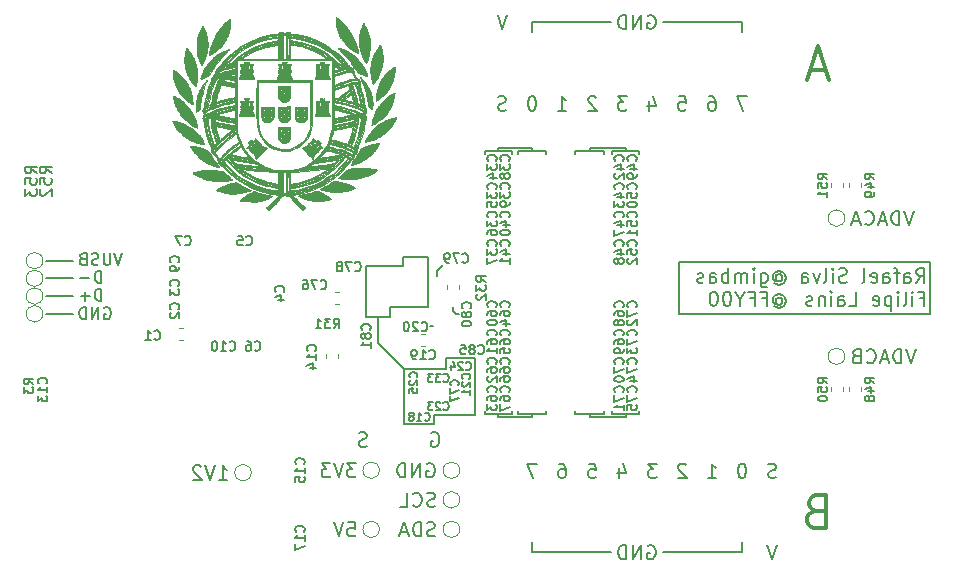
<source format=gbr>
G04 #@! TF.GenerationSoftware,KiCad,Pcbnew,5.1.5*
G04 #@! TF.CreationDate,2020-04-10T18:53:54+01:00*
G04 #@! TF.ProjectId,glasgow,676c6173-676f-4772-9e6b-696361645f70,rev?*
G04 #@! TF.SameCoordinates,Original*
G04 #@! TF.FileFunction,Legend,Bot*
G04 #@! TF.FilePolarity,Positive*
%FSLAX46Y46*%
G04 Gerber Fmt 4.6, Leading zero omitted, Abs format (unit mm)*
G04 Created by KiCad (PCBNEW 5.1.5) date 2020-04-10 18:53:54*
%MOMM*%
%LPD*%
G04 APERTURE LIST*
%ADD10C,0.175000*%
%ADD11C,0.150000*%
%ADD12C,0.160000*%
%ADD13C,0.300000*%
%ADD14C,0.010000*%
%ADD15C,0.120000*%
%ADD16O,2.100000X1.000000*%
%ADD17C,0.650000*%
%ADD18O,1.600000X1.000000*%
%ADD19C,0.100000*%
%ADD20O,1.740000X2.200000*%
%ADD21C,1.000000*%
%ADD22O,1.727200X1.727200*%
%ADD23R,1.727200X1.727200*%
%ADD24O,1.000000X1.000000*%
%ADD25R,1.000000X1.000000*%
%ADD26O,1.700000X1.700000*%
%ADD27R,1.700000X1.700000*%
%ADD28C,1.500000*%
%ADD29C,0.800000*%
%ADD30C,7.000000*%
G04 APERTURE END LIST*
D10*
X115807678Y-94533928D02*
X115864821Y-94476785D01*
X115979107Y-94419642D01*
X116093392Y-94419642D01*
X116207678Y-94476785D01*
X116264821Y-94533928D01*
X116321964Y-94648214D01*
X116321964Y-94762500D01*
X116264821Y-94876785D01*
X116207678Y-94933928D01*
X116093392Y-94991071D01*
X115979107Y-94991071D01*
X115864821Y-94933928D01*
X115807678Y-94876785D01*
X115807678Y-94419642D02*
X115807678Y-94876785D01*
X115750535Y-94933928D01*
X115693392Y-94933928D01*
X115579107Y-94876785D01*
X115521964Y-94762500D01*
X115521964Y-94476785D01*
X115636250Y-94305357D01*
X115807678Y-94191071D01*
X116036250Y-94133928D01*
X116264821Y-94191071D01*
X116436250Y-94305357D01*
X116550535Y-94476785D01*
X116607678Y-94705357D01*
X116550535Y-94933928D01*
X116436250Y-95105357D01*
X116264821Y-95219642D01*
X116036250Y-95276785D01*
X115807678Y-95219642D01*
X115636250Y-95105357D01*
X114493392Y-94305357D02*
X114493392Y-95276785D01*
X114550535Y-95391071D01*
X114607678Y-95448214D01*
X114721964Y-95505357D01*
X114893392Y-95505357D01*
X115007678Y-95448214D01*
X114493392Y-95048214D02*
X114607678Y-95105357D01*
X114836250Y-95105357D01*
X114950535Y-95048214D01*
X115007678Y-94991071D01*
X115064821Y-94876785D01*
X115064821Y-94533928D01*
X115007678Y-94419642D01*
X114950535Y-94362500D01*
X114836250Y-94305357D01*
X114607678Y-94305357D01*
X114493392Y-94362500D01*
X113921964Y-95105357D02*
X113921964Y-94305357D01*
X113921964Y-93905357D02*
X113979107Y-93962500D01*
X113921964Y-94019642D01*
X113864821Y-93962500D01*
X113921964Y-93905357D01*
X113921964Y-94019642D01*
X113350535Y-95105357D02*
X113350535Y-94305357D01*
X113350535Y-94419642D02*
X113293392Y-94362500D01*
X113179107Y-94305357D01*
X113007678Y-94305357D01*
X112893392Y-94362500D01*
X112836250Y-94476785D01*
X112836250Y-95105357D01*
X112836250Y-94476785D02*
X112779107Y-94362500D01*
X112664821Y-94305357D01*
X112493392Y-94305357D01*
X112379107Y-94362500D01*
X112321964Y-94476785D01*
X112321964Y-95105357D01*
X111750535Y-95105357D02*
X111750535Y-93905357D01*
X111750535Y-94362500D02*
X111636250Y-94305357D01*
X111407678Y-94305357D01*
X111293392Y-94362500D01*
X111236250Y-94419642D01*
X111179107Y-94533928D01*
X111179107Y-94876785D01*
X111236250Y-94991071D01*
X111293392Y-95048214D01*
X111407678Y-95105357D01*
X111636250Y-95105357D01*
X111750535Y-95048214D01*
X110150535Y-95105357D02*
X110150535Y-94476785D01*
X110207678Y-94362500D01*
X110321964Y-94305357D01*
X110550535Y-94305357D01*
X110664821Y-94362500D01*
X110150535Y-95048214D02*
X110264821Y-95105357D01*
X110550535Y-95105357D01*
X110664821Y-95048214D01*
X110721964Y-94933928D01*
X110721964Y-94819642D01*
X110664821Y-94705357D01*
X110550535Y-94648214D01*
X110264821Y-94648214D01*
X110150535Y-94591071D01*
X109636250Y-95048214D02*
X109521964Y-95105357D01*
X109293392Y-95105357D01*
X109179107Y-95048214D01*
X109121964Y-94933928D01*
X109121964Y-94876785D01*
X109179107Y-94762500D01*
X109293392Y-94705357D01*
X109464821Y-94705357D01*
X109579107Y-94648214D01*
X109636250Y-94533928D01*
X109636250Y-94476785D01*
X109579107Y-94362500D01*
X109464821Y-94305357D01*
X109293392Y-94305357D01*
X109179107Y-94362500D01*
X115807678Y-96508928D02*
X115864821Y-96451785D01*
X115979107Y-96394642D01*
X116093392Y-96394642D01*
X116207678Y-96451785D01*
X116264821Y-96508928D01*
X116321964Y-96623214D01*
X116321964Y-96737500D01*
X116264821Y-96851785D01*
X116207678Y-96908928D01*
X116093392Y-96966071D01*
X115979107Y-96966071D01*
X115864821Y-96908928D01*
X115807678Y-96851785D01*
X115807678Y-96394642D02*
X115807678Y-96851785D01*
X115750535Y-96908928D01*
X115693392Y-96908928D01*
X115579107Y-96851785D01*
X115521964Y-96737500D01*
X115521964Y-96451785D01*
X115636250Y-96280357D01*
X115807678Y-96166071D01*
X116036250Y-96108928D01*
X116264821Y-96166071D01*
X116436250Y-96280357D01*
X116550535Y-96451785D01*
X116607678Y-96680357D01*
X116550535Y-96908928D01*
X116436250Y-97080357D01*
X116264821Y-97194642D01*
X116036250Y-97251785D01*
X115807678Y-97194642D01*
X115636250Y-97080357D01*
X114607678Y-96451785D02*
X115007678Y-96451785D01*
X115007678Y-97080357D02*
X115007678Y-95880357D01*
X114436250Y-95880357D01*
X113579107Y-96451785D02*
X113979107Y-96451785D01*
X113979107Y-97080357D02*
X113979107Y-95880357D01*
X113407678Y-95880357D01*
X112721964Y-96508928D02*
X112721964Y-97080357D01*
X113121964Y-95880357D02*
X112721964Y-96508928D01*
X112321964Y-95880357D01*
X111693392Y-95880357D02*
X111579107Y-95880357D01*
X111464821Y-95937500D01*
X111407678Y-95994642D01*
X111350535Y-96108928D01*
X111293392Y-96337500D01*
X111293392Y-96623214D01*
X111350535Y-96851785D01*
X111407678Y-96966071D01*
X111464821Y-97023214D01*
X111579107Y-97080357D01*
X111693392Y-97080357D01*
X111807678Y-97023214D01*
X111864821Y-96966071D01*
X111921964Y-96851785D01*
X111979107Y-96623214D01*
X111979107Y-96337500D01*
X111921964Y-96108928D01*
X111864821Y-95994642D01*
X111807678Y-95937500D01*
X111693392Y-95880357D01*
X110550535Y-95880357D02*
X110436250Y-95880357D01*
X110321964Y-95937500D01*
X110264821Y-95994642D01*
X110207678Y-96108928D01*
X110150535Y-96337500D01*
X110150535Y-96623214D01*
X110207678Y-96851785D01*
X110264821Y-96966071D01*
X110321964Y-97023214D01*
X110436250Y-97080357D01*
X110550535Y-97080357D01*
X110664821Y-97023214D01*
X110721964Y-96966071D01*
X110779107Y-96851785D01*
X110836250Y-96623214D01*
X110836250Y-96337500D01*
X110779107Y-96108928D01*
X110721964Y-95994642D01*
X110664821Y-95937500D01*
X110550535Y-95880357D01*
D11*
X128850000Y-93350000D02*
X128850000Y-93450000D01*
X107550000Y-93350000D02*
X128850000Y-93350000D01*
X107550000Y-97750000D02*
X107550000Y-93350000D01*
X128850000Y-97750000D02*
X107550000Y-97750000D01*
X128850000Y-93450000D02*
X128850000Y-97750000D01*
D10*
X127664821Y-95105357D02*
X128064821Y-94533928D01*
X128350535Y-95105357D02*
X128350535Y-93905357D01*
X127893392Y-93905357D01*
X127779107Y-93962500D01*
X127721964Y-94019642D01*
X127664821Y-94133928D01*
X127664821Y-94305357D01*
X127721964Y-94419642D01*
X127779107Y-94476785D01*
X127893392Y-94533928D01*
X128350535Y-94533928D01*
X126636250Y-95105357D02*
X126636250Y-94476785D01*
X126693392Y-94362500D01*
X126807678Y-94305357D01*
X127036250Y-94305357D01*
X127150535Y-94362500D01*
X126636250Y-95048214D02*
X126750535Y-95105357D01*
X127036250Y-95105357D01*
X127150535Y-95048214D01*
X127207678Y-94933928D01*
X127207678Y-94819642D01*
X127150535Y-94705357D01*
X127036250Y-94648214D01*
X126750535Y-94648214D01*
X126636250Y-94591071D01*
X126236250Y-94305357D02*
X125779107Y-94305357D01*
X126064821Y-95105357D02*
X126064821Y-94076785D01*
X126007678Y-93962500D01*
X125893392Y-93905357D01*
X125779107Y-93905357D01*
X124864821Y-95105357D02*
X124864821Y-94476785D01*
X124921964Y-94362500D01*
X125036250Y-94305357D01*
X125264821Y-94305357D01*
X125379107Y-94362500D01*
X124864821Y-95048214D02*
X124979107Y-95105357D01*
X125264821Y-95105357D01*
X125379107Y-95048214D01*
X125436250Y-94933928D01*
X125436250Y-94819642D01*
X125379107Y-94705357D01*
X125264821Y-94648214D01*
X124979107Y-94648214D01*
X124864821Y-94591071D01*
X123836250Y-95048214D02*
X123950535Y-95105357D01*
X124179107Y-95105357D01*
X124293392Y-95048214D01*
X124350535Y-94933928D01*
X124350535Y-94476785D01*
X124293392Y-94362500D01*
X124179107Y-94305357D01*
X123950535Y-94305357D01*
X123836250Y-94362500D01*
X123779107Y-94476785D01*
X123779107Y-94591071D01*
X124350535Y-94705357D01*
X123093392Y-95105357D02*
X123207678Y-95048214D01*
X123264821Y-94933928D01*
X123264821Y-93905357D01*
X121779107Y-95048214D02*
X121607678Y-95105357D01*
X121321964Y-95105357D01*
X121207678Y-95048214D01*
X121150535Y-94991071D01*
X121093392Y-94876785D01*
X121093392Y-94762500D01*
X121150535Y-94648214D01*
X121207678Y-94591071D01*
X121321964Y-94533928D01*
X121550535Y-94476785D01*
X121664821Y-94419642D01*
X121721964Y-94362500D01*
X121779107Y-94248214D01*
X121779107Y-94133928D01*
X121721964Y-94019642D01*
X121664821Y-93962500D01*
X121550535Y-93905357D01*
X121264821Y-93905357D01*
X121093392Y-93962500D01*
X120579107Y-95105357D02*
X120579107Y-94305357D01*
X120579107Y-93905357D02*
X120636250Y-93962500D01*
X120579107Y-94019642D01*
X120521964Y-93962500D01*
X120579107Y-93905357D01*
X120579107Y-94019642D01*
X119836250Y-95105357D02*
X119950535Y-95048214D01*
X120007678Y-94933928D01*
X120007678Y-93905357D01*
X119493392Y-94305357D02*
X119207678Y-95105357D01*
X118921964Y-94305357D01*
X117950535Y-95105357D02*
X117950535Y-94476785D01*
X118007678Y-94362500D01*
X118121964Y-94305357D01*
X118350535Y-94305357D01*
X118464821Y-94362500D01*
X117950535Y-95048214D02*
X118064821Y-95105357D01*
X118350535Y-95105357D01*
X118464821Y-95048214D01*
X118521964Y-94933928D01*
X118521964Y-94819642D01*
X118464821Y-94705357D01*
X118350535Y-94648214D01*
X118064821Y-94648214D01*
X117950535Y-94591071D01*
X127950535Y-96451785D02*
X128350535Y-96451785D01*
X128350535Y-97080357D02*
X128350535Y-95880357D01*
X127779107Y-95880357D01*
X127321964Y-97080357D02*
X127321964Y-96280357D01*
X127321964Y-95880357D02*
X127379107Y-95937500D01*
X127321964Y-95994642D01*
X127264821Y-95937500D01*
X127321964Y-95880357D01*
X127321964Y-95994642D01*
X126579107Y-97080357D02*
X126693392Y-97023214D01*
X126750535Y-96908928D01*
X126750535Y-95880357D01*
X126121964Y-97080357D02*
X126121964Y-96280357D01*
X126121964Y-95880357D02*
X126179107Y-95937500D01*
X126121964Y-95994642D01*
X126064821Y-95937500D01*
X126121964Y-95880357D01*
X126121964Y-95994642D01*
X125550535Y-96280357D02*
X125550535Y-97480357D01*
X125550535Y-96337500D02*
X125436250Y-96280357D01*
X125207678Y-96280357D01*
X125093392Y-96337500D01*
X125036250Y-96394642D01*
X124979107Y-96508928D01*
X124979107Y-96851785D01*
X125036250Y-96966071D01*
X125093392Y-97023214D01*
X125207678Y-97080357D01*
X125436250Y-97080357D01*
X125550535Y-97023214D01*
X124007678Y-97023214D02*
X124121964Y-97080357D01*
X124350535Y-97080357D01*
X124464821Y-97023214D01*
X124521964Y-96908928D01*
X124521964Y-96451785D01*
X124464821Y-96337500D01*
X124350535Y-96280357D01*
X124121964Y-96280357D01*
X124007678Y-96337500D01*
X123950535Y-96451785D01*
X123950535Y-96566071D01*
X124521964Y-96680357D01*
X121950535Y-97080357D02*
X122521964Y-97080357D01*
X122521964Y-95880357D01*
X121036250Y-97080357D02*
X121036250Y-96451785D01*
X121093392Y-96337500D01*
X121207678Y-96280357D01*
X121436250Y-96280357D01*
X121550535Y-96337500D01*
X121036250Y-97023214D02*
X121150535Y-97080357D01*
X121436250Y-97080357D01*
X121550535Y-97023214D01*
X121607678Y-96908928D01*
X121607678Y-96794642D01*
X121550535Y-96680357D01*
X121436250Y-96623214D01*
X121150535Y-96623214D01*
X121036250Y-96566071D01*
X120464821Y-97080357D02*
X120464821Y-96280357D01*
X120350535Y-95823214D02*
X120521964Y-95994642D01*
X119893392Y-96280357D02*
X119893392Y-97080357D01*
X119893392Y-96394642D02*
X119836250Y-96337500D01*
X119721964Y-96280357D01*
X119550535Y-96280357D01*
X119436250Y-96337500D01*
X119379107Y-96451785D01*
X119379107Y-97080357D01*
X118864821Y-97023214D02*
X118750535Y-97080357D01*
X118521964Y-97080357D01*
X118407678Y-97023214D01*
X118350535Y-96908928D01*
X118350535Y-96851785D01*
X118407678Y-96737500D01*
X118521964Y-96680357D01*
X118693392Y-96680357D01*
X118807678Y-96623214D01*
X118864821Y-96508928D01*
X118864821Y-96451785D01*
X118807678Y-96337500D01*
X118693392Y-96280357D01*
X118521964Y-96280357D01*
X118407678Y-96337500D01*
D11*
X54000000Y-97750000D02*
X56250000Y-97750000D01*
X54000000Y-96250000D02*
X56250000Y-96250000D01*
X54000000Y-94750000D02*
X56250000Y-94750000D01*
X54000000Y-93250000D02*
X56250000Y-93250000D01*
D12*
X86589714Y-107850000D02*
X86704000Y-107792857D01*
X86875428Y-107792857D01*
X87046857Y-107850000D01*
X87161142Y-107964285D01*
X87218285Y-108078571D01*
X87275428Y-108307142D01*
X87275428Y-108478571D01*
X87218285Y-108707142D01*
X87161142Y-108821428D01*
X87046857Y-108935714D01*
X86875428Y-108992857D01*
X86761142Y-108992857D01*
X86589714Y-108935714D01*
X86532571Y-108878571D01*
X86532571Y-108478571D01*
X86761142Y-108478571D01*
X81117428Y-108935714D02*
X80946000Y-108992857D01*
X80660285Y-108992857D01*
X80546000Y-108935714D01*
X80488857Y-108878571D01*
X80431714Y-108764285D01*
X80431714Y-108650000D01*
X80488857Y-108535714D01*
X80546000Y-108478571D01*
X80660285Y-108421428D01*
X80888857Y-108364285D01*
X81003142Y-108307142D01*
X81060285Y-108250000D01*
X81117428Y-108135714D01*
X81117428Y-108021428D01*
X81060285Y-107907142D01*
X81003142Y-107850000D01*
X80888857Y-107792857D01*
X80603142Y-107792857D01*
X80431714Y-107850000D01*
X127596857Y-100742857D02*
X127196857Y-101942857D01*
X126796857Y-100742857D01*
X126396857Y-101942857D02*
X126396857Y-100742857D01*
X126111142Y-100742857D01*
X125939714Y-100800000D01*
X125825428Y-100914285D01*
X125768285Y-101028571D01*
X125711142Y-101257142D01*
X125711142Y-101428571D01*
X125768285Y-101657142D01*
X125825428Y-101771428D01*
X125939714Y-101885714D01*
X126111142Y-101942857D01*
X126396857Y-101942857D01*
X125254000Y-101600000D02*
X124682571Y-101600000D01*
X125368285Y-101942857D02*
X124968285Y-100742857D01*
X124568285Y-101942857D01*
X123482571Y-101828571D02*
X123539714Y-101885714D01*
X123711142Y-101942857D01*
X123825428Y-101942857D01*
X123996857Y-101885714D01*
X124111142Y-101771428D01*
X124168285Y-101657142D01*
X124225428Y-101428571D01*
X124225428Y-101257142D01*
X124168285Y-101028571D01*
X124111142Y-100914285D01*
X123996857Y-100800000D01*
X123825428Y-100742857D01*
X123711142Y-100742857D01*
X123539714Y-100800000D01*
X123482571Y-100857142D01*
X122568285Y-101314285D02*
X122396857Y-101371428D01*
X122339714Y-101428571D01*
X122282571Y-101542857D01*
X122282571Y-101714285D01*
X122339714Y-101828571D01*
X122396857Y-101885714D01*
X122511142Y-101942857D01*
X122968285Y-101942857D01*
X122968285Y-100742857D01*
X122568285Y-100742857D01*
X122454000Y-100800000D01*
X122396857Y-100857142D01*
X122339714Y-100971428D01*
X122339714Y-101085714D01*
X122396857Y-101200000D01*
X122454000Y-101257142D01*
X122568285Y-101314285D01*
X122968285Y-101314285D01*
X127425428Y-89042857D02*
X127025428Y-90242857D01*
X126625428Y-89042857D01*
X126225428Y-90242857D02*
X126225428Y-89042857D01*
X125939714Y-89042857D01*
X125768285Y-89100000D01*
X125654000Y-89214285D01*
X125596857Y-89328571D01*
X125539714Y-89557142D01*
X125539714Y-89728571D01*
X125596857Y-89957142D01*
X125654000Y-90071428D01*
X125768285Y-90185714D01*
X125939714Y-90242857D01*
X126225428Y-90242857D01*
X125082571Y-89900000D02*
X124511142Y-89900000D01*
X125196857Y-90242857D02*
X124796857Y-89042857D01*
X124396857Y-90242857D01*
X123311142Y-90128571D02*
X123368285Y-90185714D01*
X123539714Y-90242857D01*
X123654000Y-90242857D01*
X123825428Y-90185714D01*
X123939714Y-90071428D01*
X123996857Y-89957142D01*
X124054000Y-89728571D01*
X124054000Y-89557142D01*
X123996857Y-89328571D01*
X123939714Y-89214285D01*
X123825428Y-89100000D01*
X123654000Y-89042857D01*
X123539714Y-89042857D01*
X123368285Y-89100000D01*
X123311142Y-89157142D01*
X122854000Y-89900000D02*
X122282571Y-89900000D01*
X122968285Y-90242857D02*
X122568285Y-89042857D01*
X122168285Y-90242857D01*
X68581714Y-111792857D02*
X69267428Y-111792857D01*
X68924571Y-111792857D02*
X68924571Y-110592857D01*
X69038857Y-110764285D01*
X69153142Y-110878571D01*
X69267428Y-110935714D01*
X68238857Y-110592857D02*
X67838857Y-111792857D01*
X67438857Y-110592857D01*
X67096000Y-110707142D02*
X67038857Y-110650000D01*
X66924571Y-110592857D01*
X66638857Y-110592857D01*
X66524571Y-110650000D01*
X66467428Y-110707142D01*
X66410285Y-110821428D01*
X66410285Y-110935714D01*
X66467428Y-111107142D01*
X67153142Y-111792857D01*
X66410285Y-111792857D01*
X58889714Y-97250000D02*
X58984952Y-97202380D01*
X59127809Y-97202380D01*
X59270666Y-97250000D01*
X59365904Y-97345238D01*
X59413523Y-97440476D01*
X59461142Y-97630952D01*
X59461142Y-97773809D01*
X59413523Y-97964285D01*
X59365904Y-98059523D01*
X59270666Y-98154761D01*
X59127809Y-98202380D01*
X59032571Y-98202380D01*
X58889714Y-98154761D01*
X58842095Y-98107142D01*
X58842095Y-97773809D01*
X59032571Y-97773809D01*
X58413523Y-98202380D02*
X58413523Y-97202380D01*
X57842095Y-98202380D01*
X57842095Y-97202380D01*
X57365904Y-98202380D02*
X57365904Y-97202380D01*
X57127809Y-97202380D01*
X56984952Y-97250000D01*
X56889714Y-97345238D01*
X56842095Y-97440476D01*
X56794476Y-97630952D01*
X56794476Y-97773809D01*
X56842095Y-97964285D01*
X56889714Y-98059523D01*
X56984952Y-98154761D01*
X57127809Y-98202380D01*
X57365904Y-98202380D01*
X58659033Y-96632498D02*
X58659033Y-95632498D01*
X58420937Y-95632498D01*
X58278080Y-95680118D01*
X58182842Y-95775356D01*
X58135223Y-95870594D01*
X58087604Y-96061070D01*
X58087604Y-96203927D01*
X58135223Y-96394403D01*
X58182842Y-96489641D01*
X58278080Y-96584879D01*
X58420937Y-96632498D01*
X58659033Y-96632498D01*
X57659033Y-96251546D02*
X56897128Y-96251546D01*
X57278080Y-96632498D02*
X57278080Y-95870594D01*
X58654000Y-95102380D02*
X58654000Y-94102380D01*
X58415904Y-94102380D01*
X58273047Y-94150000D01*
X58177809Y-94245238D01*
X58130190Y-94340476D01*
X58082571Y-94530952D01*
X58082571Y-94673809D01*
X58130190Y-94864285D01*
X58177809Y-94959523D01*
X58273047Y-95054761D01*
X58415904Y-95102380D01*
X58654000Y-95102380D01*
X57654000Y-94721428D02*
X56892095Y-94721428D01*
X60415904Y-92602380D02*
X60082571Y-93602380D01*
X59749238Y-92602380D01*
X59415904Y-92602380D02*
X59415904Y-93411904D01*
X59368285Y-93507142D01*
X59320666Y-93554761D01*
X59225428Y-93602380D01*
X59034952Y-93602380D01*
X58939714Y-93554761D01*
X58892095Y-93507142D01*
X58844476Y-93411904D01*
X58844476Y-92602380D01*
X58415904Y-93554761D02*
X58273047Y-93602380D01*
X58034952Y-93602380D01*
X57939714Y-93554761D01*
X57892095Y-93507142D01*
X57844476Y-93411904D01*
X57844476Y-93316666D01*
X57892095Y-93221428D01*
X57939714Y-93173809D01*
X58034952Y-93126190D01*
X58225428Y-93078571D01*
X58320666Y-93030952D01*
X58368285Y-92983333D01*
X58415904Y-92888095D01*
X58415904Y-92792857D01*
X58368285Y-92697619D01*
X58320666Y-92650000D01*
X58225428Y-92602380D01*
X57987333Y-92602380D01*
X57844476Y-92650000D01*
X57082571Y-93078571D02*
X56939714Y-93126190D01*
X56892095Y-93173809D01*
X56844476Y-93269047D01*
X56844476Y-93411904D01*
X56892095Y-93507142D01*
X56939714Y-93554761D01*
X57034952Y-93602380D01*
X57415904Y-93602380D01*
X57415904Y-92602380D01*
X57082571Y-92602380D01*
X56987333Y-92650000D01*
X56939714Y-92697619D01*
X56892095Y-92792857D01*
X56892095Y-92888095D01*
X56939714Y-92983333D01*
X56987333Y-93030952D01*
X57082571Y-93078571D01*
X57415904Y-93078571D01*
D11*
X88700000Y-97800000D02*
X88900000Y-97800000D01*
X88400000Y-97500000D02*
X88700000Y-97800000D01*
X88400000Y-97150000D02*
X88400000Y-97500000D01*
X87050000Y-94150000D02*
X87600000Y-93600000D01*
X87050000Y-94550000D02*
X87050000Y-94150000D01*
X86500000Y-98800000D02*
X86700000Y-98800000D01*
X112890000Y-73900000D02*
X112890000Y-73050000D01*
X95110000Y-73900000D02*
X95110000Y-73050000D01*
X95110000Y-73050000D02*
X101800000Y-73050000D01*
X112890000Y-73050000D02*
X106200000Y-73050000D01*
D12*
X104914285Y-72500000D02*
X105028571Y-72442857D01*
X105200000Y-72442857D01*
X105371428Y-72500000D01*
X105485714Y-72614285D01*
X105542857Y-72728571D01*
X105600000Y-72957142D01*
X105600000Y-73128571D01*
X105542857Y-73357142D01*
X105485714Y-73471428D01*
X105371428Y-73585714D01*
X105200000Y-73642857D01*
X105085714Y-73642857D01*
X104914285Y-73585714D01*
X104857142Y-73528571D01*
X104857142Y-73128571D01*
X105085714Y-73128571D01*
X104342857Y-73642857D02*
X104342857Y-72442857D01*
X103657142Y-73642857D01*
X103657142Y-72442857D01*
X103085714Y-73642857D02*
X103085714Y-72442857D01*
X102800000Y-72442857D01*
X102628571Y-72500000D01*
X102514285Y-72614285D01*
X102457142Y-72728571D01*
X102400000Y-72957142D01*
X102400000Y-73128571D01*
X102457142Y-73357142D01*
X102514285Y-73471428D01*
X102628571Y-73585714D01*
X102800000Y-73642857D01*
X103085714Y-73642857D01*
D13*
X119100000Y-114450000D02*
X118700000Y-114583333D01*
X118566666Y-114716666D01*
X118433333Y-114983333D01*
X118433333Y-115383333D01*
X118566666Y-115650000D01*
X118700000Y-115783333D01*
X118966666Y-115916666D01*
X120033333Y-115916666D01*
X120033333Y-113116666D01*
X119100000Y-113116666D01*
X118833333Y-113250000D01*
X118700000Y-113383333D01*
X118566666Y-113650000D01*
X118566666Y-113916666D01*
X118700000Y-114183333D01*
X118833333Y-114316666D01*
X119100000Y-114450000D01*
X120033333Y-114450000D01*
X119966666Y-77116666D02*
X118633333Y-77116666D01*
X120233333Y-77916666D02*
X119300000Y-75116666D01*
X118366666Y-77916666D01*
D12*
X110007142Y-111642857D02*
X110692857Y-111642857D01*
X110350000Y-111642857D02*
X110350000Y-110442857D01*
X110464285Y-110614285D01*
X110578571Y-110728571D01*
X110692857Y-110785714D01*
X112947142Y-110442857D02*
X112832857Y-110442857D01*
X112718571Y-110500000D01*
X112661428Y-110557142D01*
X112604285Y-110671428D01*
X112547142Y-110900000D01*
X112547142Y-111185714D01*
X112604285Y-111414285D01*
X112661428Y-111528571D01*
X112718571Y-111585714D01*
X112832857Y-111642857D01*
X112947142Y-111642857D01*
X113061428Y-111585714D01*
X113118571Y-111528571D01*
X113175714Y-111414285D01*
X113232857Y-111185714D01*
X113232857Y-110900000D01*
X113175714Y-110671428D01*
X113118571Y-110557142D01*
X113061428Y-110500000D01*
X112947142Y-110442857D01*
X99904285Y-110442857D02*
X100475714Y-110442857D01*
X100532857Y-111014285D01*
X100475714Y-110957142D01*
X100361428Y-110900000D01*
X100075714Y-110900000D01*
X99961428Y-110957142D01*
X99904285Y-111014285D01*
X99847142Y-111128571D01*
X99847142Y-111414285D01*
X99904285Y-111528571D01*
X99961428Y-111585714D01*
X100075714Y-111642857D01*
X100361428Y-111642857D01*
X100475714Y-111585714D01*
X100532857Y-111528571D01*
X115772857Y-111585714D02*
X115601428Y-111642857D01*
X115315714Y-111642857D01*
X115201428Y-111585714D01*
X115144285Y-111528571D01*
X115087142Y-111414285D01*
X115087142Y-111300000D01*
X115144285Y-111185714D01*
X115201428Y-111128571D01*
X115315714Y-111071428D01*
X115544285Y-111014285D01*
X115658571Y-110957142D01*
X115715714Y-110900000D01*
X115772857Y-110785714D01*
X115772857Y-110671428D01*
X115715714Y-110557142D01*
X115658571Y-110500000D01*
X115544285Y-110442857D01*
X115258571Y-110442857D01*
X115087142Y-110500000D01*
X108152857Y-110557142D02*
X108095714Y-110500000D01*
X107981428Y-110442857D01*
X107695714Y-110442857D01*
X107581428Y-110500000D01*
X107524285Y-110557142D01*
X107467142Y-110671428D01*
X107467142Y-110785714D01*
X107524285Y-110957142D01*
X108210000Y-111642857D01*
X107467142Y-111642857D01*
X105670000Y-110442857D02*
X104927142Y-110442857D01*
X105327142Y-110900000D01*
X105155714Y-110900000D01*
X105041428Y-110957142D01*
X104984285Y-111014285D01*
X104927142Y-111128571D01*
X104927142Y-111414285D01*
X104984285Y-111528571D01*
X105041428Y-111585714D01*
X105155714Y-111642857D01*
X105498571Y-111642857D01*
X105612857Y-111585714D01*
X105670000Y-111528571D01*
X95510000Y-110442857D02*
X94710000Y-110442857D01*
X95224285Y-111642857D01*
X97421428Y-110442857D02*
X97650000Y-110442857D01*
X97764285Y-110500000D01*
X97821428Y-110557142D01*
X97935714Y-110728571D01*
X97992857Y-110957142D01*
X97992857Y-111414285D01*
X97935714Y-111528571D01*
X97878571Y-111585714D01*
X97764285Y-111642857D01*
X97535714Y-111642857D01*
X97421428Y-111585714D01*
X97364285Y-111528571D01*
X97307142Y-111414285D01*
X97307142Y-111128571D01*
X97364285Y-111014285D01*
X97421428Y-110957142D01*
X97535714Y-110900000D01*
X97764285Y-110900000D01*
X97878571Y-110957142D01*
X97935714Y-111014285D01*
X97992857Y-111128571D01*
X102501428Y-110842857D02*
X102501428Y-111642857D01*
X102787142Y-110385714D02*
X103072857Y-111242857D01*
X102330000Y-111242857D01*
X104914285Y-117400000D02*
X105028571Y-117342857D01*
X105200000Y-117342857D01*
X105371428Y-117400000D01*
X105485714Y-117514285D01*
X105542857Y-117628571D01*
X105600000Y-117857142D01*
X105600000Y-118028571D01*
X105542857Y-118257142D01*
X105485714Y-118371428D01*
X105371428Y-118485714D01*
X105200000Y-118542857D01*
X105085714Y-118542857D01*
X104914285Y-118485714D01*
X104857142Y-118428571D01*
X104857142Y-118028571D01*
X105085714Y-118028571D01*
X104342857Y-118542857D02*
X104342857Y-117342857D01*
X103657142Y-118542857D01*
X103657142Y-117342857D01*
X103085714Y-118542857D02*
X103085714Y-117342857D01*
X102800000Y-117342857D01*
X102628571Y-117400000D01*
X102514285Y-117514285D01*
X102457142Y-117628571D01*
X102400000Y-117857142D01*
X102400000Y-118028571D01*
X102457142Y-118257142D01*
X102514285Y-118371428D01*
X102628571Y-118485714D01*
X102800000Y-118542857D01*
X103085714Y-118542857D01*
D11*
X112890000Y-117100000D02*
X112890000Y-117950000D01*
X112890000Y-117950000D02*
X106200000Y-117950000D01*
X95110000Y-117950000D02*
X101800000Y-117950000D01*
X95110000Y-117100000D02*
X95110000Y-117950000D01*
D12*
X115830000Y-117342857D02*
X115430000Y-118542857D01*
X115030000Y-117342857D01*
X113290000Y-79342857D02*
X112490000Y-79342857D01*
X113004285Y-80542857D01*
X110121428Y-79342857D02*
X110350000Y-79342857D01*
X110464285Y-79400000D01*
X110521428Y-79457142D01*
X110635714Y-79628571D01*
X110692857Y-79857142D01*
X110692857Y-80314285D01*
X110635714Y-80428571D01*
X110578571Y-80485714D01*
X110464285Y-80542857D01*
X110235714Y-80542857D01*
X110121428Y-80485714D01*
X110064285Y-80428571D01*
X110007142Y-80314285D01*
X110007142Y-80028571D01*
X110064285Y-79914285D01*
X110121428Y-79857142D01*
X110235714Y-79800000D01*
X110464285Y-79800000D01*
X110578571Y-79857142D01*
X110635714Y-79914285D01*
X110692857Y-80028571D01*
X107524285Y-79342857D02*
X108095714Y-79342857D01*
X108152857Y-79914285D01*
X108095714Y-79857142D01*
X107981428Y-79800000D01*
X107695714Y-79800000D01*
X107581428Y-79857142D01*
X107524285Y-79914285D01*
X107467142Y-80028571D01*
X107467142Y-80314285D01*
X107524285Y-80428571D01*
X107581428Y-80485714D01*
X107695714Y-80542857D01*
X107981428Y-80542857D01*
X108095714Y-80485714D01*
X108152857Y-80428571D01*
X105041428Y-79742857D02*
X105041428Y-80542857D01*
X105327142Y-79285714D02*
X105612857Y-80142857D01*
X104870000Y-80142857D01*
X103130000Y-79342857D02*
X102387142Y-79342857D01*
X102787142Y-79800000D01*
X102615714Y-79800000D01*
X102501428Y-79857142D01*
X102444285Y-79914285D01*
X102387142Y-80028571D01*
X102387142Y-80314285D01*
X102444285Y-80428571D01*
X102501428Y-80485714D01*
X102615714Y-80542857D01*
X102958571Y-80542857D01*
X103072857Y-80485714D01*
X103130000Y-80428571D01*
X100532857Y-79457142D02*
X100475714Y-79400000D01*
X100361428Y-79342857D01*
X100075714Y-79342857D01*
X99961428Y-79400000D01*
X99904285Y-79457142D01*
X99847142Y-79571428D01*
X99847142Y-79685714D01*
X99904285Y-79857142D01*
X100590000Y-80542857D01*
X99847142Y-80542857D01*
X97307142Y-80542857D02*
X97992857Y-80542857D01*
X97650000Y-80542857D02*
X97650000Y-79342857D01*
X97764285Y-79514285D01*
X97878571Y-79628571D01*
X97992857Y-79685714D01*
X95167142Y-79342857D02*
X95052857Y-79342857D01*
X94938571Y-79400000D01*
X94881428Y-79457142D01*
X94824285Y-79571428D01*
X94767142Y-79800000D01*
X94767142Y-80085714D01*
X94824285Y-80314285D01*
X94881428Y-80428571D01*
X94938571Y-80485714D01*
X95052857Y-80542857D01*
X95167142Y-80542857D01*
X95281428Y-80485714D01*
X95338571Y-80428571D01*
X95395714Y-80314285D01*
X95452857Y-80085714D01*
X95452857Y-79800000D01*
X95395714Y-79571428D01*
X95338571Y-79457142D01*
X95281428Y-79400000D01*
X95167142Y-79342857D01*
X92912857Y-80485714D02*
X92741428Y-80542857D01*
X92455714Y-80542857D01*
X92341428Y-80485714D01*
X92284285Y-80428571D01*
X92227142Y-80314285D01*
X92227142Y-80200000D01*
X92284285Y-80085714D01*
X92341428Y-80028571D01*
X92455714Y-79971428D01*
X92684285Y-79914285D01*
X92798571Y-79857142D01*
X92855714Y-79800000D01*
X92912857Y-79685714D01*
X92912857Y-79571428D01*
X92855714Y-79457142D01*
X92798571Y-79400000D01*
X92684285Y-79342857D01*
X92398571Y-79342857D01*
X92227142Y-79400000D01*
X93000000Y-72442857D02*
X92600000Y-73642857D01*
X92200000Y-72442857D01*
X80224571Y-110392857D02*
X79481714Y-110392857D01*
X79881714Y-110850000D01*
X79710285Y-110850000D01*
X79596000Y-110907142D01*
X79538857Y-110964285D01*
X79481714Y-111078571D01*
X79481714Y-111364285D01*
X79538857Y-111478571D01*
X79596000Y-111535714D01*
X79710285Y-111592857D01*
X80053142Y-111592857D01*
X80167428Y-111535714D01*
X80224571Y-111478571D01*
X79138857Y-110392857D02*
X78738857Y-111592857D01*
X78338857Y-110392857D01*
X78053142Y-110392857D02*
X77310285Y-110392857D01*
X77710285Y-110850000D01*
X77538857Y-110850000D01*
X77424571Y-110907142D01*
X77367428Y-110964285D01*
X77310285Y-111078571D01*
X77310285Y-111364285D01*
X77367428Y-111478571D01*
X77424571Y-111535714D01*
X77538857Y-111592857D01*
X77881714Y-111592857D01*
X77996000Y-111535714D01*
X78053142Y-111478571D01*
X86231714Y-110450000D02*
X86346000Y-110392857D01*
X86517428Y-110392857D01*
X86688857Y-110450000D01*
X86803142Y-110564285D01*
X86860285Y-110678571D01*
X86917428Y-110907142D01*
X86917428Y-111078571D01*
X86860285Y-111307142D01*
X86803142Y-111421428D01*
X86688857Y-111535714D01*
X86517428Y-111592857D01*
X86403142Y-111592857D01*
X86231714Y-111535714D01*
X86174571Y-111478571D01*
X86174571Y-111078571D01*
X86403142Y-111078571D01*
X85660285Y-111592857D02*
X85660285Y-110392857D01*
X84974571Y-111592857D01*
X84974571Y-110392857D01*
X84403142Y-111592857D02*
X84403142Y-110392857D01*
X84117428Y-110392857D01*
X83946000Y-110450000D01*
X83831714Y-110564285D01*
X83774571Y-110678571D01*
X83717428Y-110907142D01*
X83717428Y-111078571D01*
X83774571Y-111307142D01*
X83831714Y-111421428D01*
X83946000Y-111535714D01*
X84117428Y-111592857D01*
X84403142Y-111592857D01*
X86917428Y-114035714D02*
X86746000Y-114092857D01*
X86460285Y-114092857D01*
X86346000Y-114035714D01*
X86288857Y-113978571D01*
X86231714Y-113864285D01*
X86231714Y-113750000D01*
X86288857Y-113635714D01*
X86346000Y-113578571D01*
X86460285Y-113521428D01*
X86688857Y-113464285D01*
X86803142Y-113407142D01*
X86860285Y-113350000D01*
X86917428Y-113235714D01*
X86917428Y-113121428D01*
X86860285Y-113007142D01*
X86803142Y-112950000D01*
X86688857Y-112892857D01*
X86403142Y-112892857D01*
X86231714Y-112950000D01*
X85031714Y-113978571D02*
X85088857Y-114035714D01*
X85260285Y-114092857D01*
X85374571Y-114092857D01*
X85546000Y-114035714D01*
X85660285Y-113921428D01*
X85717428Y-113807142D01*
X85774571Y-113578571D01*
X85774571Y-113407142D01*
X85717428Y-113178571D01*
X85660285Y-113064285D01*
X85546000Y-112950000D01*
X85374571Y-112892857D01*
X85260285Y-112892857D01*
X85088857Y-112950000D01*
X85031714Y-113007142D01*
X83946000Y-114092857D02*
X84517428Y-114092857D01*
X84517428Y-112892857D01*
X86917428Y-116535714D02*
X86746000Y-116592857D01*
X86460285Y-116592857D01*
X86346000Y-116535714D01*
X86288857Y-116478571D01*
X86231714Y-116364285D01*
X86231714Y-116250000D01*
X86288857Y-116135714D01*
X86346000Y-116078571D01*
X86460285Y-116021428D01*
X86688857Y-115964285D01*
X86803142Y-115907142D01*
X86860285Y-115850000D01*
X86917428Y-115735714D01*
X86917428Y-115621428D01*
X86860285Y-115507142D01*
X86803142Y-115450000D01*
X86688857Y-115392857D01*
X86403142Y-115392857D01*
X86231714Y-115450000D01*
X85717428Y-116592857D02*
X85717428Y-115392857D01*
X85431714Y-115392857D01*
X85260285Y-115450000D01*
X85146000Y-115564285D01*
X85088857Y-115678571D01*
X85031714Y-115907142D01*
X85031714Y-116078571D01*
X85088857Y-116307142D01*
X85146000Y-116421428D01*
X85260285Y-116535714D01*
X85431714Y-116592857D01*
X85717428Y-116592857D01*
X84574571Y-116250000D02*
X84003142Y-116250000D01*
X84688857Y-116592857D02*
X84288857Y-115392857D01*
X83888857Y-116592857D01*
X79538857Y-115392857D02*
X80110285Y-115392857D01*
X80167428Y-115964285D01*
X80110285Y-115907142D01*
X79996000Y-115850000D01*
X79710285Y-115850000D01*
X79596000Y-115907142D01*
X79538857Y-115964285D01*
X79481714Y-116078571D01*
X79481714Y-116364285D01*
X79538857Y-116478571D01*
X79596000Y-116535714D01*
X79710285Y-116592857D01*
X79996000Y-116592857D01*
X80110285Y-116535714D01*
X80167428Y-116478571D01*
X79138857Y-115392857D02*
X78738857Y-116592857D01*
X78338857Y-115392857D01*
D11*
X95100000Y-106500000D02*
X92250000Y-106500000D01*
X93400000Y-106200000D02*
X91100000Y-106200000D01*
X95100000Y-106500000D02*
X95100000Y-106200000D01*
X96300000Y-106200000D02*
X93900000Y-106200000D01*
X92250000Y-106500000D02*
X92250000Y-106200000D01*
X96300000Y-106200000D02*
X96300000Y-106000000D01*
X93400000Y-106200000D02*
X93400000Y-106000000D01*
X93900000Y-106000000D02*
X93900000Y-106200000D01*
X91100000Y-106000000D02*
X91100000Y-106200000D01*
X96300000Y-84200000D02*
X96300000Y-84000000D01*
X93400000Y-84200000D02*
X93400000Y-84000000D01*
X93900000Y-84000000D02*
X93900000Y-84200000D01*
X91100000Y-84000000D02*
X91100000Y-84200000D01*
X95100000Y-84000000D02*
X95100000Y-83700000D01*
X95100000Y-83700000D02*
X92250000Y-83700000D01*
X93400000Y-84000000D02*
X91100000Y-84000000D01*
X92250000Y-84000000D02*
X92250000Y-83700000D01*
X96300000Y-84000000D02*
X93900000Y-84000000D01*
X101900000Y-84000000D02*
X101900000Y-84200000D01*
X103050000Y-84000000D02*
X103050000Y-83700000D01*
X98800000Y-84000000D02*
X98800000Y-84200000D01*
X101200000Y-84000000D02*
X98800000Y-84000000D01*
X103050000Y-83700000D02*
X100000000Y-83700000D01*
X104200000Y-84000000D02*
X101900000Y-84000000D01*
X101200000Y-84200000D02*
X101200000Y-84000000D01*
X100000000Y-83700000D02*
X100000000Y-84000000D01*
X104200000Y-84200000D02*
X104200000Y-84000000D01*
X100000000Y-106200000D02*
X100000000Y-106500000D01*
X103050000Y-106500000D02*
X100000000Y-106500000D01*
X103050000Y-106500000D02*
X103050000Y-106200000D01*
X98800000Y-106000000D02*
X98800000Y-106200000D01*
X101200000Y-106200000D02*
X98800000Y-106200000D01*
X101200000Y-106200000D02*
X101200000Y-106000000D01*
X101900000Y-106000000D02*
X101900000Y-106200000D01*
X104200000Y-106200000D02*
X101900000Y-106200000D01*
X104200000Y-106200000D02*
X104200000Y-106000000D01*
X82100000Y-100200000D02*
X82100000Y-98000000D01*
X84300000Y-102400000D02*
X82100000Y-100200000D01*
X87800000Y-101500000D02*
X90300000Y-101500000D01*
X87800000Y-102400000D02*
X87800000Y-101500000D01*
X84300000Y-102400000D02*
X87800000Y-102400000D01*
X84300000Y-107100000D02*
X84300000Y-102400000D01*
X86800000Y-107100000D02*
X84300000Y-107100000D01*
X86800000Y-106300000D02*
X86800000Y-107100000D01*
X90300000Y-106300000D02*
X86800000Y-106300000D01*
X90300000Y-101500000D02*
X90300000Y-106300000D01*
X86300000Y-97200000D02*
X86300000Y-92900000D01*
X83100000Y-97200000D02*
X86300000Y-97200000D01*
X83100000Y-98000000D02*
X83100000Y-97200000D01*
X81100000Y-98000000D02*
X83100000Y-98000000D01*
X81100000Y-93700000D02*
X81100000Y-98000000D01*
X84200000Y-93700000D02*
X81100000Y-93700000D01*
X84200000Y-92900000D02*
X84200000Y-93700000D01*
X86300000Y-92900000D02*
X84200000Y-92900000D01*
D14*
G36*
X70873807Y-77551091D02*
G01*
X70840851Y-77607595D01*
X70837893Y-77638613D01*
X70857898Y-77653906D01*
X70912268Y-77658883D01*
X70949600Y-77659200D01*
X71022510Y-77657024D01*
X71056086Y-77646891D01*
X71061731Y-77623390D01*
X71058350Y-77607595D01*
X71025453Y-77552864D01*
X70997228Y-77530501D01*
X70932422Y-77520594D01*
X70873807Y-77551091D01*
G37*
X70873807Y-77551091D02*
X70840851Y-77607595D01*
X70837893Y-77638613D01*
X70857898Y-77653906D01*
X70912268Y-77658883D01*
X70949600Y-77659200D01*
X71022510Y-77657024D01*
X71056086Y-77646891D01*
X71061731Y-77623390D01*
X71058350Y-77607595D01*
X71025453Y-77552864D01*
X70997228Y-77530501D01*
X70932422Y-77520594D01*
X70873807Y-77551091D01*
G36*
X74075508Y-77551526D02*
G01*
X74041631Y-77606178D01*
X74041251Y-77607595D01*
X74038465Y-77639612D01*
X74060103Y-77654738D01*
X74117824Y-77659082D01*
X74139678Y-77659200D01*
X74210317Y-77655656D01*
X74243323Y-77641188D01*
X74251599Y-77610044D01*
X74251600Y-77609293D01*
X74232774Y-77553648D01*
X74186722Y-77525387D01*
X74129086Y-77524638D01*
X74075508Y-77551526D01*
G37*
X74075508Y-77551526D02*
X74041631Y-77606178D01*
X74041251Y-77607595D01*
X74038465Y-77639612D01*
X74060103Y-77654738D01*
X74117824Y-77659082D01*
X74139678Y-77659200D01*
X74210317Y-77655656D01*
X74243323Y-77641188D01*
X74251599Y-77610044D01*
X74251600Y-77609293D01*
X74232774Y-77553648D01*
X74186722Y-77525387D01*
X74129086Y-77524638D01*
X74075508Y-77551526D01*
G36*
X77308029Y-77525901D02*
G01*
X77263791Y-77569308D01*
X77248800Y-77609293D01*
X77257639Y-77642008D01*
X77292940Y-77656451D01*
X77350400Y-77659200D01*
X77422495Y-77652300D01*
X77451023Y-77630291D01*
X77452000Y-77622914D01*
X77436624Y-77581771D01*
X77402345Y-77536135D01*
X77366934Y-77508346D01*
X77359616Y-77506800D01*
X77308029Y-77525901D01*
G37*
X77308029Y-77525901D02*
X77263791Y-77569308D01*
X77248800Y-77609293D01*
X77257639Y-77642008D01*
X77292940Y-77656451D01*
X77350400Y-77659200D01*
X77422495Y-77652300D01*
X77451023Y-77630291D01*
X77452000Y-77622914D01*
X77436624Y-77581771D01*
X77402345Y-77536135D01*
X77366934Y-77508346D01*
X77359616Y-77506800D01*
X77308029Y-77525901D01*
G36*
X70914002Y-80623894D02*
G01*
X70867554Y-80651590D01*
X70848010Y-80706673D01*
X70848000Y-80708093D01*
X70855948Y-80739591D01*
X70888393Y-80754309D01*
X70958238Y-80757999D01*
X70959923Y-80758000D01*
X71028689Y-80755424D01*
X71058408Y-80743623D01*
X71060733Y-80716486D01*
X71058350Y-80706395D01*
X71025042Y-80651170D01*
X70971712Y-80623712D01*
X70914002Y-80623894D01*
G37*
X70914002Y-80623894D02*
X70867554Y-80651590D01*
X70848010Y-80706673D01*
X70848000Y-80708093D01*
X70855948Y-80739591D01*
X70888393Y-80754309D01*
X70958238Y-80757999D01*
X70959923Y-80758000D01*
X71028689Y-80755424D01*
X71058408Y-80743623D01*
X71060733Y-80716486D01*
X71058350Y-80706395D01*
X71025042Y-80651170D01*
X70971712Y-80623712D01*
X70914002Y-80623894D01*
G36*
X77315672Y-80624045D02*
G01*
X77299600Y-80631000D01*
X77258906Y-80672902D01*
X77248800Y-80708093D01*
X77257639Y-80740808D01*
X77292940Y-80755251D01*
X77350400Y-80758000D01*
X77417003Y-80753658D01*
X77446405Y-80736318D01*
X77452000Y-80708093D01*
X77430690Y-80653437D01*
X77379084Y-80622303D01*
X77315672Y-80624045D01*
G37*
X77315672Y-80624045D02*
X77299600Y-80631000D01*
X77258906Y-80672902D01*
X77248800Y-80708093D01*
X77257639Y-80740808D01*
X77292940Y-80755251D01*
X77350400Y-80758000D01*
X77417003Y-80753658D01*
X77446405Y-80736318D01*
X77452000Y-80708093D01*
X77430690Y-80653437D01*
X77379084Y-80622303D01*
X77315672Y-80624045D01*
G36*
X74130950Y-78477834D02*
G01*
X73603900Y-78484700D01*
X73603900Y-78941900D01*
X73604343Y-79107367D01*
X73606234Y-79230650D01*
X73610419Y-79320363D01*
X73617743Y-79385119D01*
X73629050Y-79433531D01*
X73645186Y-79474211D01*
X73658724Y-79500700D01*
X73757849Y-79640475D01*
X73879730Y-79741280D01*
X74017463Y-79800379D01*
X74164147Y-79815040D01*
X74312880Y-79782528D01*
X74340718Y-79770829D01*
X74449697Y-79700944D01*
X74546889Y-79602435D01*
X74616086Y-79492826D01*
X74629618Y-79458428D01*
X74644564Y-79403523D01*
X74649635Y-79372592D01*
X74510705Y-79372592D01*
X74502908Y-79391431D01*
X74458619Y-79429395D01*
X74408642Y-79432372D01*
X74359533Y-79417933D01*
X74341900Y-79379156D01*
X74340970Y-79358654D01*
X73939386Y-79358654D01*
X73934487Y-79385181D01*
X73900950Y-79426868D01*
X73845200Y-79437200D01*
X73782271Y-79422686D01*
X73755914Y-79385181D01*
X73755530Y-79326641D01*
X73770012Y-79296281D01*
X73823027Y-79262716D01*
X73879362Y-79267563D01*
X73923366Y-79302363D01*
X73939386Y-79358654D01*
X74340970Y-79358654D01*
X74340500Y-79348300D01*
X74349044Y-79291498D01*
X74382755Y-79267206D01*
X74402577Y-79263337D01*
X74467465Y-79273276D01*
X74507219Y-79314432D01*
X74510705Y-79372592D01*
X74649635Y-79372592D01*
X74655237Y-79338429D01*
X74662057Y-79255087D01*
X74665444Y-79145435D01*
X74665602Y-79084414D01*
X74226743Y-79084414D01*
X74212675Y-79136720D01*
X74208101Y-79142032D01*
X74171523Y-79153157D01*
X74125551Y-79152616D01*
X74071425Y-79129984D01*
X74052338Y-79083023D01*
X74062272Y-79018668D01*
X74103015Y-78978584D01*
X74160210Y-78974241D01*
X74178909Y-78981877D01*
X74213857Y-79023852D01*
X74226743Y-79084414D01*
X74665602Y-79084414D01*
X74665817Y-79001414D01*
X74663596Y-78814963D01*
X74663484Y-78808034D01*
X74662816Y-78766932D01*
X74527063Y-78766932D01*
X74518881Y-78806455D01*
X74489818Y-78839754D01*
X74430510Y-78871796D01*
X74373119Y-78854979D01*
X74343353Y-78821250D01*
X74332963Y-78776800D01*
X73946800Y-78776800D01*
X73927176Y-78833121D01*
X73881630Y-78872205D01*
X73854635Y-78878400D01*
X73812870Y-78861879D01*
X73783515Y-78838485D01*
X73750627Y-78800591D01*
X73748882Y-78768182D01*
X73769894Y-78724330D01*
X73813826Y-78683878D01*
X73869331Y-78680067D01*
X73919081Y-78707757D01*
X73945751Y-78761809D01*
X73946800Y-78776800D01*
X74332963Y-78776800D01*
X74330136Y-78764709D01*
X74353282Y-78716315D01*
X74398602Y-78685808D01*
X74451908Y-78682927D01*
X74497572Y-78715392D01*
X74527063Y-78766932D01*
X74662816Y-78766932D01*
X74658000Y-78470969D01*
X74130950Y-78477834D01*
G37*
X74130950Y-78477834D02*
X73603900Y-78484700D01*
X73603900Y-78941900D01*
X73604343Y-79107367D01*
X73606234Y-79230650D01*
X73610419Y-79320363D01*
X73617743Y-79385119D01*
X73629050Y-79433531D01*
X73645186Y-79474211D01*
X73658724Y-79500700D01*
X73757849Y-79640475D01*
X73879730Y-79741280D01*
X74017463Y-79800379D01*
X74164147Y-79815040D01*
X74312880Y-79782528D01*
X74340718Y-79770829D01*
X74449697Y-79700944D01*
X74546889Y-79602435D01*
X74616086Y-79492826D01*
X74629618Y-79458428D01*
X74644564Y-79403523D01*
X74649635Y-79372592D01*
X74510705Y-79372592D01*
X74502908Y-79391431D01*
X74458619Y-79429395D01*
X74408642Y-79432372D01*
X74359533Y-79417933D01*
X74341900Y-79379156D01*
X74340970Y-79358654D01*
X73939386Y-79358654D01*
X73934487Y-79385181D01*
X73900950Y-79426868D01*
X73845200Y-79437200D01*
X73782271Y-79422686D01*
X73755914Y-79385181D01*
X73755530Y-79326641D01*
X73770012Y-79296281D01*
X73823027Y-79262716D01*
X73879362Y-79267563D01*
X73923366Y-79302363D01*
X73939386Y-79358654D01*
X74340970Y-79358654D01*
X74340500Y-79348300D01*
X74349044Y-79291498D01*
X74382755Y-79267206D01*
X74402577Y-79263337D01*
X74467465Y-79273276D01*
X74507219Y-79314432D01*
X74510705Y-79372592D01*
X74649635Y-79372592D01*
X74655237Y-79338429D01*
X74662057Y-79255087D01*
X74665444Y-79145435D01*
X74665602Y-79084414D01*
X74226743Y-79084414D01*
X74212675Y-79136720D01*
X74208101Y-79142032D01*
X74171523Y-79153157D01*
X74125551Y-79152616D01*
X74071425Y-79129984D01*
X74052338Y-79083023D01*
X74062272Y-79018668D01*
X74103015Y-78978584D01*
X74160210Y-78974241D01*
X74178909Y-78981877D01*
X74213857Y-79023852D01*
X74226743Y-79084414D01*
X74665602Y-79084414D01*
X74665817Y-79001414D01*
X74663596Y-78814963D01*
X74663484Y-78808034D01*
X74662816Y-78766932D01*
X74527063Y-78766932D01*
X74518881Y-78806455D01*
X74489818Y-78839754D01*
X74430510Y-78871796D01*
X74373119Y-78854979D01*
X74343353Y-78821250D01*
X74332963Y-78776800D01*
X73946800Y-78776800D01*
X73927176Y-78833121D01*
X73881630Y-78872205D01*
X73854635Y-78878400D01*
X73812870Y-78861879D01*
X73783515Y-78838485D01*
X73750627Y-78800591D01*
X73748882Y-78768182D01*
X73769894Y-78724330D01*
X73813826Y-78683878D01*
X73869331Y-78680067D01*
X73919081Y-78707757D01*
X73945751Y-78761809D01*
X73946800Y-78776800D01*
X74332963Y-78776800D01*
X74330136Y-78764709D01*
X74353282Y-78716315D01*
X74398602Y-78685808D01*
X74451908Y-78682927D01*
X74497572Y-78715392D01*
X74527063Y-78766932D01*
X74662816Y-78766932D01*
X74658000Y-78470969D01*
X74130950Y-78477834D01*
G36*
X72194200Y-80657215D02*
G01*
X72195514Y-80846590D01*
X72200575Y-80993395D01*
X72211060Y-81105818D01*
X72228648Y-81192048D01*
X72255019Y-81260271D01*
X72291849Y-81318677D01*
X72340819Y-81375454D01*
X72341598Y-81376276D01*
X72468345Y-81476124D01*
X72612586Y-81532332D01*
X72765092Y-81543157D01*
X72916638Y-81506857D01*
X72951026Y-81491343D01*
X73034206Y-81438255D01*
X73108553Y-81371717D01*
X73125451Y-81351715D01*
X73171109Y-81286109D01*
X73205196Y-81219768D01*
X73229364Y-81143901D01*
X73234970Y-81110707D01*
X73100873Y-81110707D01*
X73068408Y-81156371D01*
X73016868Y-81185862D01*
X72977345Y-81177680D01*
X72944046Y-81148617D01*
X72912004Y-81089309D01*
X72920189Y-81061376D01*
X72520463Y-81061376D01*
X72510524Y-81126264D01*
X72469368Y-81166018D01*
X72411208Y-81169504D01*
X72392369Y-81161707D01*
X72354405Y-81117418D01*
X72351428Y-81067441D01*
X72365867Y-81018332D01*
X72404644Y-81000699D01*
X72435500Y-80999300D01*
X72492302Y-81007843D01*
X72516594Y-81041554D01*
X72520463Y-81061376D01*
X72920189Y-81061376D01*
X72928821Y-81031918D01*
X72962550Y-81002152D01*
X73019091Y-80988935D01*
X73067485Y-81012081D01*
X73097992Y-81057401D01*
X73100873Y-81110707D01*
X73234970Y-81110707D01*
X73245271Y-81049715D01*
X73254568Y-80928421D01*
X73258797Y-80775369D01*
X72809674Y-80775369D01*
X72802445Y-80836595D01*
X72800753Y-80839894D01*
X72756828Y-80879448D01*
X72700688Y-80883813D01*
X72652897Y-80855116D01*
X72636793Y-80822943D01*
X72632488Y-80752246D01*
X72665463Y-80715051D01*
X72715137Y-80707200D01*
X72777133Y-80726907D01*
X72809674Y-80775369D01*
X73258797Y-80775369D01*
X73258912Y-80771225D01*
X73259886Y-80637350D01*
X73260222Y-80504927D01*
X73107566Y-80504927D01*
X73088931Y-80562551D01*
X73078120Y-80575120D01*
X73018792Y-80603707D01*
X72956156Y-80589844D01*
X72931812Y-80568718D01*
X72917705Y-80525998D01*
X72518499Y-80525998D01*
X72497988Y-80568720D01*
X72459899Y-80601023D01*
X72413583Y-80599423D01*
X72386778Y-80590182D01*
X72354339Y-80554707D01*
X72349234Y-80498176D01*
X72371457Y-80442344D01*
X72386830Y-80426033D01*
X72437363Y-80407943D01*
X72482948Y-80427298D01*
X72513392Y-80471011D01*
X72518499Y-80525998D01*
X72917705Y-80525998D01*
X72913243Y-80512488D01*
X72932174Y-80454103D01*
X72981255Y-80415261D01*
X72984119Y-80414300D01*
X73046053Y-80415223D01*
X73090238Y-80450625D01*
X73107566Y-80504927D01*
X73260222Y-80504927D01*
X73261000Y-80199200D01*
X72194200Y-80199200D01*
X72194200Y-80657215D01*
G37*
X72194200Y-80657215D02*
X72195514Y-80846590D01*
X72200575Y-80993395D01*
X72211060Y-81105818D01*
X72228648Y-81192048D01*
X72255019Y-81260271D01*
X72291849Y-81318677D01*
X72340819Y-81375454D01*
X72341598Y-81376276D01*
X72468345Y-81476124D01*
X72612586Y-81532332D01*
X72765092Y-81543157D01*
X72916638Y-81506857D01*
X72951026Y-81491343D01*
X73034206Y-81438255D01*
X73108553Y-81371717D01*
X73125451Y-81351715D01*
X73171109Y-81286109D01*
X73205196Y-81219768D01*
X73229364Y-81143901D01*
X73234970Y-81110707D01*
X73100873Y-81110707D01*
X73068408Y-81156371D01*
X73016868Y-81185862D01*
X72977345Y-81177680D01*
X72944046Y-81148617D01*
X72912004Y-81089309D01*
X72920189Y-81061376D01*
X72520463Y-81061376D01*
X72510524Y-81126264D01*
X72469368Y-81166018D01*
X72411208Y-81169504D01*
X72392369Y-81161707D01*
X72354405Y-81117418D01*
X72351428Y-81067441D01*
X72365867Y-81018332D01*
X72404644Y-81000699D01*
X72435500Y-80999300D01*
X72492302Y-81007843D01*
X72516594Y-81041554D01*
X72520463Y-81061376D01*
X72920189Y-81061376D01*
X72928821Y-81031918D01*
X72962550Y-81002152D01*
X73019091Y-80988935D01*
X73067485Y-81012081D01*
X73097992Y-81057401D01*
X73100873Y-81110707D01*
X73234970Y-81110707D01*
X73245271Y-81049715D01*
X73254568Y-80928421D01*
X73258797Y-80775369D01*
X72809674Y-80775369D01*
X72802445Y-80836595D01*
X72800753Y-80839894D01*
X72756828Y-80879448D01*
X72700688Y-80883813D01*
X72652897Y-80855116D01*
X72636793Y-80822943D01*
X72632488Y-80752246D01*
X72665463Y-80715051D01*
X72715137Y-80707200D01*
X72777133Y-80726907D01*
X72809674Y-80775369D01*
X73258797Y-80775369D01*
X73258912Y-80771225D01*
X73259886Y-80637350D01*
X73260222Y-80504927D01*
X73107566Y-80504927D01*
X73088931Y-80562551D01*
X73078120Y-80575120D01*
X73018792Y-80603707D01*
X72956156Y-80589844D01*
X72931812Y-80568718D01*
X72917705Y-80525998D01*
X72518499Y-80525998D01*
X72497988Y-80568720D01*
X72459899Y-80601023D01*
X72413583Y-80599423D01*
X72386778Y-80590182D01*
X72354339Y-80554707D01*
X72349234Y-80498176D01*
X72371457Y-80442344D01*
X72386830Y-80426033D01*
X72437363Y-80407943D01*
X72482948Y-80427298D01*
X72513392Y-80471011D01*
X72518499Y-80525998D01*
X72917705Y-80525998D01*
X72913243Y-80512488D01*
X72932174Y-80454103D01*
X72981255Y-80415261D01*
X72984119Y-80414300D01*
X73046053Y-80415223D01*
X73090238Y-80450625D01*
X73107566Y-80504927D01*
X73260222Y-80504927D01*
X73261000Y-80199200D01*
X72194200Y-80199200D01*
X72194200Y-80657215D01*
G36*
X74130950Y-80205034D02*
G01*
X73603900Y-80211900D01*
X73603900Y-80669896D01*
X73604225Y-80834116D01*
X73605846Y-80956429D01*
X73609736Y-81045725D01*
X73616868Y-81110896D01*
X73628213Y-81160833D01*
X73644746Y-81204427D01*
X73667400Y-81250500D01*
X73762645Y-81387102D01*
X73884352Y-81480365D01*
X74032333Y-81530165D01*
X74106469Y-81538314D01*
X74231542Y-81536189D01*
X74321445Y-81513950D01*
X74340500Y-81504691D01*
X74475311Y-81407441D01*
X74581585Y-81283116D01*
X74609527Y-81235261D01*
X74626948Y-81196020D01*
X74639682Y-81150549D01*
X74648438Y-81090574D01*
X74648496Y-81089692D01*
X74520768Y-81089692D01*
X74495161Y-81136414D01*
X74490988Y-81141112D01*
X74453027Y-81179564D01*
X74424063Y-81185670D01*
X74378651Y-81164427D01*
X74376931Y-81163506D01*
X74334974Y-81117116D01*
X74334813Y-81110707D01*
X73939073Y-81110707D01*
X73906608Y-81156371D01*
X73855068Y-81185862D01*
X73815545Y-81177680D01*
X73782246Y-81148617D01*
X73750204Y-81089309D01*
X73767021Y-81031918D01*
X73800750Y-81002152D01*
X73857291Y-80988935D01*
X73905685Y-81012081D01*
X73936192Y-81057401D01*
X73939073Y-81110707D01*
X74334813Y-81110707D01*
X74333461Y-81056999D01*
X74358280Y-81017080D01*
X74416641Y-80988202D01*
X74475314Y-81003552D01*
X74506731Y-81039512D01*
X74520768Y-81089692D01*
X74648496Y-81089692D01*
X74653926Y-81007819D01*
X74656853Y-80894010D01*
X74657528Y-80797859D01*
X74226050Y-80797859D01*
X74216446Y-80848383D01*
X74182032Y-80878461D01*
X74126973Y-80882877D01*
X74073592Y-80863067D01*
X74050278Y-80837708D01*
X74041330Y-80778350D01*
X74071617Y-80730984D01*
X74129631Y-80710045D01*
X74151164Y-80711137D01*
X74205768Y-80739986D01*
X74226050Y-80797859D01*
X74657528Y-80797859D01*
X74657929Y-80740873D01*
X74658000Y-80669596D01*
X74658000Y-80513979D01*
X74515498Y-80513979D01*
X74501017Y-80563892D01*
X74456147Y-80600098D01*
X74396908Y-80599199D01*
X74358280Y-80575120D01*
X74329903Y-80519311D01*
X74332255Y-80505006D01*
X73945617Y-80505006D01*
X73927159Y-80562489D01*
X73916320Y-80575120D01*
X73858699Y-80603814D01*
X73800530Y-80590349D01*
X73769985Y-80556640D01*
X73755583Y-80488201D01*
X73785523Y-80434224D01*
X73823366Y-80413968D01*
X73884695Y-80415099D01*
X73928454Y-80450661D01*
X73945617Y-80505006D01*
X74332255Y-80505006D01*
X74339203Y-80462762D01*
X74377187Y-80421144D01*
X74434860Y-80410126D01*
X74450839Y-80413842D01*
X74499921Y-80452283D01*
X74515498Y-80513979D01*
X74658000Y-80513979D01*
X74658000Y-80198169D01*
X74130950Y-80205034D01*
G37*
X74130950Y-80205034D02*
X73603900Y-80211900D01*
X73603900Y-80669896D01*
X73604225Y-80834116D01*
X73605846Y-80956429D01*
X73609736Y-81045725D01*
X73616868Y-81110896D01*
X73628213Y-81160833D01*
X73644746Y-81204427D01*
X73667400Y-81250500D01*
X73762645Y-81387102D01*
X73884352Y-81480365D01*
X74032333Y-81530165D01*
X74106469Y-81538314D01*
X74231542Y-81536189D01*
X74321445Y-81513950D01*
X74340500Y-81504691D01*
X74475311Y-81407441D01*
X74581585Y-81283116D01*
X74609527Y-81235261D01*
X74626948Y-81196020D01*
X74639682Y-81150549D01*
X74648438Y-81090574D01*
X74648496Y-81089692D01*
X74520768Y-81089692D01*
X74495161Y-81136414D01*
X74490988Y-81141112D01*
X74453027Y-81179564D01*
X74424063Y-81185670D01*
X74378651Y-81164427D01*
X74376931Y-81163506D01*
X74334974Y-81117116D01*
X74334813Y-81110707D01*
X73939073Y-81110707D01*
X73906608Y-81156371D01*
X73855068Y-81185862D01*
X73815545Y-81177680D01*
X73782246Y-81148617D01*
X73750204Y-81089309D01*
X73767021Y-81031918D01*
X73800750Y-81002152D01*
X73857291Y-80988935D01*
X73905685Y-81012081D01*
X73936192Y-81057401D01*
X73939073Y-81110707D01*
X74334813Y-81110707D01*
X74333461Y-81056999D01*
X74358280Y-81017080D01*
X74416641Y-80988202D01*
X74475314Y-81003552D01*
X74506731Y-81039512D01*
X74520768Y-81089692D01*
X74648496Y-81089692D01*
X74653926Y-81007819D01*
X74656853Y-80894010D01*
X74657528Y-80797859D01*
X74226050Y-80797859D01*
X74216446Y-80848383D01*
X74182032Y-80878461D01*
X74126973Y-80882877D01*
X74073592Y-80863067D01*
X74050278Y-80837708D01*
X74041330Y-80778350D01*
X74071617Y-80730984D01*
X74129631Y-80710045D01*
X74151164Y-80711137D01*
X74205768Y-80739986D01*
X74226050Y-80797859D01*
X74657528Y-80797859D01*
X74657929Y-80740873D01*
X74658000Y-80669596D01*
X74658000Y-80513979D01*
X74515498Y-80513979D01*
X74501017Y-80563892D01*
X74456147Y-80600098D01*
X74396908Y-80599199D01*
X74358280Y-80575120D01*
X74329903Y-80519311D01*
X74332255Y-80505006D01*
X73945617Y-80505006D01*
X73927159Y-80562489D01*
X73916320Y-80575120D01*
X73858699Y-80603814D01*
X73800530Y-80590349D01*
X73769985Y-80556640D01*
X73755583Y-80488201D01*
X73785523Y-80434224D01*
X73823366Y-80413968D01*
X73884695Y-80415099D01*
X73928454Y-80450661D01*
X73945617Y-80505006D01*
X74332255Y-80505006D01*
X74339203Y-80462762D01*
X74377187Y-80421144D01*
X74434860Y-80410126D01*
X74450839Y-80413842D01*
X74499921Y-80452283D01*
X74515498Y-80513979D01*
X74658000Y-80513979D01*
X74658000Y-80198169D01*
X74130950Y-80205034D01*
G36*
X75013849Y-80650050D02*
G01*
X75014364Y-80814071D01*
X75016339Y-80936438D01*
X75020724Y-81026295D01*
X75028471Y-81092784D01*
X75040531Y-81145049D01*
X75057857Y-81192234D01*
X75073987Y-81227900D01*
X75119804Y-81311551D01*
X75170105Y-81383777D01*
X75194736Y-81410837D01*
X75320104Y-81493310D01*
X75466349Y-81536412D01*
X75619865Y-81538079D01*
X75764697Y-81497322D01*
X75878830Y-81421731D01*
X75977004Y-81313036D01*
X76043891Y-81188929D01*
X76051408Y-81166373D01*
X76061980Y-81104614D01*
X76063211Y-81089910D01*
X75926095Y-81089910D01*
X75908382Y-81141355D01*
X75883550Y-81162365D01*
X75832851Y-81186025D01*
X75799875Y-81177352D01*
X75776761Y-81153098D01*
X75754566Y-81098161D01*
X75755484Y-81089692D01*
X75358968Y-81089692D01*
X75333361Y-81136414D01*
X75329188Y-81141112D01*
X75291227Y-81179564D01*
X75262263Y-81185670D01*
X75216851Y-81164427D01*
X75215131Y-81163506D01*
X75173174Y-81117116D01*
X75171661Y-81056999D01*
X75196480Y-81017080D01*
X75254841Y-80988202D01*
X75313514Y-81003552D01*
X75344931Y-81039512D01*
X75358968Y-81089692D01*
X75755484Y-81089692D01*
X75760965Y-81039142D01*
X75791706Y-80997692D01*
X75808571Y-80991112D01*
X75869188Y-80998797D01*
X75910697Y-81037061D01*
X75926095Y-81089910D01*
X76063211Y-81089910D01*
X76070618Y-81001490D01*
X76076812Y-80866414D01*
X76079012Y-80759218D01*
X75636287Y-80759218D01*
X75634439Y-80822913D01*
X75595930Y-80870631D01*
X75547000Y-80885000D01*
X75493315Y-80866680D01*
X75471812Y-80848118D01*
X75449975Y-80791085D01*
X75469550Y-80739719D01*
X75522150Y-80709734D01*
X75547000Y-80707200D01*
X75609930Y-80721713D01*
X75636287Y-80759218D01*
X76079012Y-80759218D01*
X76080047Y-80708801D01*
X76080400Y-80634403D01*
X76080400Y-80502030D01*
X75928000Y-80502030D01*
X75909182Y-80560389D01*
X75864031Y-80596127D01*
X75809505Y-80603187D01*
X75762562Y-80575514D01*
X75754784Y-80563892D01*
X75744124Y-80514001D01*
X75357127Y-80514001D01*
X75342816Y-80556640D01*
X75296486Y-80598461D01*
X75236396Y-80599931D01*
X75196480Y-80575120D01*
X75168042Y-80519229D01*
X75177409Y-80462689D01*
X75215557Y-80421144D01*
X75273460Y-80410242D01*
X75289435Y-80413968D01*
X75343980Y-80452818D01*
X75357127Y-80514001D01*
X75744124Y-80514001D01*
X75740660Y-80497794D01*
X75765057Y-80439956D01*
X75804962Y-80413842D01*
X75866663Y-80416581D01*
X75913852Y-80455076D01*
X75928000Y-80502030D01*
X76080400Y-80502030D01*
X76080400Y-80199200D01*
X75013600Y-80199200D01*
X75013849Y-80650050D01*
G37*
X75013849Y-80650050D02*
X75014364Y-80814071D01*
X75016339Y-80936438D01*
X75020724Y-81026295D01*
X75028471Y-81092784D01*
X75040531Y-81145049D01*
X75057857Y-81192234D01*
X75073987Y-81227900D01*
X75119804Y-81311551D01*
X75170105Y-81383777D01*
X75194736Y-81410837D01*
X75320104Y-81493310D01*
X75466349Y-81536412D01*
X75619865Y-81538079D01*
X75764697Y-81497322D01*
X75878830Y-81421731D01*
X75977004Y-81313036D01*
X76043891Y-81188929D01*
X76051408Y-81166373D01*
X76061980Y-81104614D01*
X76063211Y-81089910D01*
X75926095Y-81089910D01*
X75908382Y-81141355D01*
X75883550Y-81162365D01*
X75832851Y-81186025D01*
X75799875Y-81177352D01*
X75776761Y-81153098D01*
X75754566Y-81098161D01*
X75755484Y-81089692D01*
X75358968Y-81089692D01*
X75333361Y-81136414D01*
X75329188Y-81141112D01*
X75291227Y-81179564D01*
X75262263Y-81185670D01*
X75216851Y-81164427D01*
X75215131Y-81163506D01*
X75173174Y-81117116D01*
X75171661Y-81056999D01*
X75196480Y-81017080D01*
X75254841Y-80988202D01*
X75313514Y-81003552D01*
X75344931Y-81039512D01*
X75358968Y-81089692D01*
X75755484Y-81089692D01*
X75760965Y-81039142D01*
X75791706Y-80997692D01*
X75808571Y-80991112D01*
X75869188Y-80998797D01*
X75910697Y-81037061D01*
X75926095Y-81089910D01*
X76063211Y-81089910D01*
X76070618Y-81001490D01*
X76076812Y-80866414D01*
X76079012Y-80759218D01*
X75636287Y-80759218D01*
X75634439Y-80822913D01*
X75595930Y-80870631D01*
X75547000Y-80885000D01*
X75493315Y-80866680D01*
X75471812Y-80848118D01*
X75449975Y-80791085D01*
X75469550Y-80739719D01*
X75522150Y-80709734D01*
X75547000Y-80707200D01*
X75609930Y-80721713D01*
X75636287Y-80759218D01*
X76079012Y-80759218D01*
X76080047Y-80708801D01*
X76080400Y-80634403D01*
X76080400Y-80502030D01*
X75928000Y-80502030D01*
X75909182Y-80560389D01*
X75864031Y-80596127D01*
X75809505Y-80603187D01*
X75762562Y-80575514D01*
X75754784Y-80563892D01*
X75744124Y-80514001D01*
X75357127Y-80514001D01*
X75342816Y-80556640D01*
X75296486Y-80598461D01*
X75236396Y-80599931D01*
X75196480Y-80575120D01*
X75168042Y-80519229D01*
X75177409Y-80462689D01*
X75215557Y-80421144D01*
X75273460Y-80410242D01*
X75289435Y-80413968D01*
X75343980Y-80452818D01*
X75357127Y-80514001D01*
X75744124Y-80514001D01*
X75740660Y-80497794D01*
X75765057Y-80439956D01*
X75804962Y-80413842D01*
X75866663Y-80416581D01*
X75913852Y-80455076D01*
X75928000Y-80502030D01*
X76080400Y-80502030D01*
X76080400Y-80199200D01*
X75013600Y-80199200D01*
X75013849Y-80650050D01*
G36*
X73595494Y-82403456D02*
G01*
X73598943Y-82567205D01*
X73603070Y-82689251D01*
X73609025Y-82778688D01*
X73617955Y-82844609D01*
X73631008Y-82896110D01*
X73649334Y-82942283D01*
X73668465Y-82981306D01*
X73762001Y-83115195D01*
X73882855Y-83210375D01*
X74024447Y-83262627D01*
X74121121Y-83271605D01*
X74216772Y-83264964D01*
X74303806Y-83249084D01*
X74340500Y-83237027D01*
X74447361Y-83167873D01*
X74542902Y-83066542D01*
X74615884Y-82948415D01*
X74655067Y-82828873D01*
X74658149Y-82802347D01*
X74658380Y-82795172D01*
X74512950Y-82795172D01*
X74507505Y-82852423D01*
X74488730Y-82879441D01*
X74430003Y-82910589D01*
X74372736Y-82893236D01*
X74343353Y-82859850D01*
X74340337Y-82845613D01*
X73938971Y-82845613D01*
X73920388Y-82880120D01*
X73867708Y-82914365D01*
X73809144Y-82898376D01*
X73782246Y-82875817D01*
X73750204Y-82816509D01*
X73767021Y-82759118D01*
X73800750Y-82729352D01*
X73857666Y-82716437D01*
X73906885Y-82740596D01*
X73937592Y-82788198D01*
X73938971Y-82845613D01*
X74340337Y-82845613D01*
X74331109Y-82802066D01*
X74358771Y-82752535D01*
X74416038Y-82727245D01*
X74429259Y-82726500D01*
X74484397Y-82746844D01*
X74512950Y-82795172D01*
X74658380Y-82795172D01*
X74659821Y-82750602D01*
X74660903Y-82659191D01*
X74661334Y-82539243D01*
X74661306Y-82525059D01*
X74226050Y-82525059D01*
X74216446Y-82575583D01*
X74182032Y-82605661D01*
X74126973Y-82610077D01*
X74073592Y-82590267D01*
X74050278Y-82564908D01*
X74041330Y-82505550D01*
X74071617Y-82458184D01*
X74129631Y-82437245D01*
X74151164Y-82438337D01*
X74205768Y-82467186D01*
X74226050Y-82525059D01*
X74661306Y-82525059D01*
X74661054Y-82401892D01*
X74660692Y-82339150D01*
X74659836Y-82215950D01*
X74519217Y-82215950D01*
X74518698Y-82254909D01*
X74508088Y-82277351D01*
X74460281Y-82323944D01*
X74400090Y-82327979D01*
X74358280Y-82302320D01*
X74327099Y-82246295D01*
X74330159Y-82227013D01*
X73946800Y-82227013D01*
X73926967Y-82289115D01*
X73878920Y-82325106D01*
X73819834Y-82328292D01*
X73770012Y-82295918D01*
X73751974Y-82240152D01*
X73768830Y-82180792D01*
X73809907Y-82144737D01*
X73867270Y-82144136D01*
X73920029Y-82173844D01*
X73946435Y-82220790D01*
X73946800Y-82227013D01*
X74330159Y-82227013D01*
X74335275Y-82194788D01*
X74371819Y-82159082D01*
X74425740Y-82150458D01*
X74481223Y-82176120D01*
X74519217Y-82215950D01*
X74659836Y-82215950D01*
X74658000Y-81951800D01*
X73587087Y-81951800D01*
X73595494Y-82403456D01*
G37*
X73595494Y-82403456D02*
X73598943Y-82567205D01*
X73603070Y-82689251D01*
X73609025Y-82778688D01*
X73617955Y-82844609D01*
X73631008Y-82896110D01*
X73649334Y-82942283D01*
X73668465Y-82981306D01*
X73762001Y-83115195D01*
X73882855Y-83210375D01*
X74024447Y-83262627D01*
X74121121Y-83271605D01*
X74216772Y-83264964D01*
X74303806Y-83249084D01*
X74340500Y-83237027D01*
X74447361Y-83167873D01*
X74542902Y-83066542D01*
X74615884Y-82948415D01*
X74655067Y-82828873D01*
X74658149Y-82802347D01*
X74658380Y-82795172D01*
X74512950Y-82795172D01*
X74507505Y-82852423D01*
X74488730Y-82879441D01*
X74430003Y-82910589D01*
X74372736Y-82893236D01*
X74343353Y-82859850D01*
X74340337Y-82845613D01*
X73938971Y-82845613D01*
X73920388Y-82880120D01*
X73867708Y-82914365D01*
X73809144Y-82898376D01*
X73782246Y-82875817D01*
X73750204Y-82816509D01*
X73767021Y-82759118D01*
X73800750Y-82729352D01*
X73857666Y-82716437D01*
X73906885Y-82740596D01*
X73937592Y-82788198D01*
X73938971Y-82845613D01*
X74340337Y-82845613D01*
X74331109Y-82802066D01*
X74358771Y-82752535D01*
X74416038Y-82727245D01*
X74429259Y-82726500D01*
X74484397Y-82746844D01*
X74512950Y-82795172D01*
X74658380Y-82795172D01*
X74659821Y-82750602D01*
X74660903Y-82659191D01*
X74661334Y-82539243D01*
X74661306Y-82525059D01*
X74226050Y-82525059D01*
X74216446Y-82575583D01*
X74182032Y-82605661D01*
X74126973Y-82610077D01*
X74073592Y-82590267D01*
X74050278Y-82564908D01*
X74041330Y-82505550D01*
X74071617Y-82458184D01*
X74129631Y-82437245D01*
X74151164Y-82438337D01*
X74205768Y-82467186D01*
X74226050Y-82525059D01*
X74661306Y-82525059D01*
X74661054Y-82401892D01*
X74660692Y-82339150D01*
X74659836Y-82215950D01*
X74519217Y-82215950D01*
X74518698Y-82254909D01*
X74508088Y-82277351D01*
X74460281Y-82323944D01*
X74400090Y-82327979D01*
X74358280Y-82302320D01*
X74327099Y-82246295D01*
X74330159Y-82227013D01*
X73946800Y-82227013D01*
X73926967Y-82289115D01*
X73878920Y-82325106D01*
X73819834Y-82328292D01*
X73770012Y-82295918D01*
X73751974Y-82240152D01*
X73768830Y-82180792D01*
X73809907Y-82144737D01*
X73867270Y-82144136D01*
X73920029Y-82173844D01*
X73946435Y-82220790D01*
X73946800Y-82227013D01*
X74330159Y-82227013D01*
X74335275Y-82194788D01*
X74371819Y-82159082D01*
X74425740Y-82150458D01*
X74481223Y-82176120D01*
X74519217Y-82215950D01*
X74659836Y-82215950D01*
X74658000Y-81951800D01*
X73587087Y-81951800D01*
X73595494Y-82403456D01*
G36*
X71991164Y-83925791D02*
G01*
X71949686Y-83970467D01*
X71940815Y-84026781D01*
X71971715Y-84079883D01*
X71973993Y-84081825D01*
X72005888Y-84091361D01*
X72047914Y-84065837D01*
X72078368Y-84036199D01*
X72124629Y-83973355D01*
X72126192Y-83930123D01*
X72083478Y-83909173D01*
X72058081Y-83907600D01*
X71991164Y-83925791D01*
G37*
X71991164Y-83925791D02*
X71949686Y-83970467D01*
X71940815Y-84026781D01*
X71971715Y-84079883D01*
X71973993Y-84081825D01*
X72005888Y-84091361D01*
X72047914Y-84065837D01*
X72078368Y-84036199D01*
X72124629Y-83973355D01*
X72126192Y-83930123D01*
X72083478Y-83909173D01*
X72058081Y-83907600D01*
X71991164Y-83925791D01*
G36*
X76184550Y-83919870D02*
G01*
X76169646Y-83955152D01*
X76199565Y-84011150D01*
X76222078Y-84036664D01*
X76280077Y-84091455D01*
X76316052Y-84106319D01*
X76338496Y-84081941D01*
X76349453Y-84046970D01*
X76347434Y-83972883D01*
X76305519Y-83922913D01*
X76243889Y-83907600D01*
X76184550Y-83919870D01*
G37*
X76184550Y-83919870D02*
X76169646Y-83955152D01*
X76199565Y-84011150D01*
X76222078Y-84036664D01*
X76280077Y-84091455D01*
X76316052Y-84106319D01*
X76338496Y-84081941D01*
X76349453Y-84046970D01*
X76347434Y-83972883D01*
X76305519Y-83922913D01*
X76243889Y-83907600D01*
X76184550Y-83919870D01*
G36*
X70919565Y-76410431D02*
G01*
X70906160Y-76440000D01*
X70886056Y-76481176D01*
X70870438Y-76490800D01*
X70852200Y-76469500D01*
X70848000Y-76440000D01*
X70830733Y-76399433D01*
X70793916Y-76390796D01*
X70760026Y-76417480D01*
X70756038Y-76426121D01*
X70754380Y-76485253D01*
X70797566Y-76528173D01*
X70881471Y-76552174D01*
X70954744Y-76556358D01*
X71041150Y-76552765D01*
X71091665Y-76540167D01*
X71121021Y-76513817D01*
X71129190Y-76500155D01*
X71145739Y-76447346D01*
X71141597Y-76417021D01*
X71104339Y-76390062D01*
X71066724Y-76401009D01*
X71051200Y-76440000D01*
X71041793Y-76481292D01*
X71028763Y-76490800D01*
X71005048Y-76469661D01*
X70993041Y-76440000D01*
X70969652Y-76398756D01*
X70949600Y-76389200D01*
X70919565Y-76410431D01*
G37*
X70919565Y-76410431D02*
X70906160Y-76440000D01*
X70886056Y-76481176D01*
X70870438Y-76490800D01*
X70852200Y-76469500D01*
X70848000Y-76440000D01*
X70830733Y-76399433D01*
X70793916Y-76390796D01*
X70760026Y-76417480D01*
X70756038Y-76426121D01*
X70754380Y-76485253D01*
X70797566Y-76528173D01*
X70881471Y-76552174D01*
X70954744Y-76556358D01*
X71041150Y-76552765D01*
X71091665Y-76540167D01*
X71121021Y-76513817D01*
X71129190Y-76500155D01*
X71145739Y-76447346D01*
X71141597Y-76417021D01*
X71104339Y-76390062D01*
X71066724Y-76401009D01*
X71051200Y-76440000D01*
X71041793Y-76481292D01*
X71028763Y-76490800D01*
X71005048Y-76469661D01*
X70993041Y-76440000D01*
X70969652Y-76398756D01*
X70949600Y-76389200D01*
X70919565Y-76410431D01*
G36*
X74119965Y-76410431D02*
G01*
X74106560Y-76440000D01*
X74086456Y-76481176D01*
X74070838Y-76490800D01*
X74052600Y-76469500D01*
X74048400Y-76440000D01*
X74030601Y-76399045D01*
X73992245Y-76390681D01*
X73958004Y-76417021D01*
X73955786Y-76458355D01*
X73971723Y-76502607D01*
X73995715Y-76535487D01*
X74032172Y-76552367D01*
X74095849Y-76557737D01*
X74151610Y-76557335D01*
X74239790Y-76552490D01*
X74291651Y-76539381D01*
X74321544Y-76513360D01*
X74329887Y-76499571D01*
X74346232Y-76446944D01*
X74341997Y-76417021D01*
X74304739Y-76390062D01*
X74267124Y-76401009D01*
X74251600Y-76440000D01*
X74242193Y-76481292D01*
X74229163Y-76490800D01*
X74205448Y-76469661D01*
X74193441Y-76440000D01*
X74170052Y-76398756D01*
X74150000Y-76389200D01*
X74119965Y-76410431D01*
G37*
X74119965Y-76410431D02*
X74106560Y-76440000D01*
X74086456Y-76481176D01*
X74070838Y-76490800D01*
X74052600Y-76469500D01*
X74048400Y-76440000D01*
X74030601Y-76399045D01*
X73992245Y-76390681D01*
X73958004Y-76417021D01*
X73955786Y-76458355D01*
X73971723Y-76502607D01*
X73995715Y-76535487D01*
X74032172Y-76552367D01*
X74095849Y-76557737D01*
X74151610Y-76557335D01*
X74239790Y-76552490D01*
X74291651Y-76539381D01*
X74321544Y-76513360D01*
X74329887Y-76499571D01*
X74346232Y-76446944D01*
X74341997Y-76417021D01*
X74304739Y-76390062D01*
X74267124Y-76401009D01*
X74251600Y-76440000D01*
X74242193Y-76481292D01*
X74229163Y-76490800D01*
X74205448Y-76469661D01*
X74193441Y-76440000D01*
X74170052Y-76398756D01*
X74150000Y-76389200D01*
X74119965Y-76410431D01*
G36*
X77320365Y-76410431D02*
G01*
X77306960Y-76440000D01*
X77286856Y-76481176D01*
X77271238Y-76490800D01*
X77253000Y-76469500D01*
X77248800Y-76440000D01*
X77231001Y-76399045D01*
X77192645Y-76390681D01*
X77158404Y-76417021D01*
X77156021Y-76458578D01*
X77171190Y-76500863D01*
X77195591Y-76533012D01*
X77234296Y-76549872D01*
X77301855Y-76555937D01*
X77350698Y-76556328D01*
X77438341Y-76553203D01*
X77489809Y-76541632D01*
X77519575Y-76517091D01*
X77529908Y-76500308D01*
X77546513Y-76447452D01*
X77542397Y-76417021D01*
X77505139Y-76390062D01*
X77467524Y-76401009D01*
X77452000Y-76440000D01*
X77442593Y-76481292D01*
X77429563Y-76490800D01*
X77405848Y-76469661D01*
X77393841Y-76440000D01*
X77370452Y-76398756D01*
X77350400Y-76389200D01*
X77320365Y-76410431D01*
G37*
X77320365Y-76410431D02*
X77306960Y-76440000D01*
X77286856Y-76481176D01*
X77271238Y-76490800D01*
X77253000Y-76469500D01*
X77248800Y-76440000D01*
X77231001Y-76399045D01*
X77192645Y-76390681D01*
X77158404Y-76417021D01*
X77156021Y-76458578D01*
X77171190Y-76500863D01*
X77195591Y-76533012D01*
X77234296Y-76549872D01*
X77301855Y-76555937D01*
X77350698Y-76556328D01*
X77438341Y-76553203D01*
X77489809Y-76541632D01*
X77519575Y-76517091D01*
X77529908Y-76500308D01*
X77546513Y-76447452D01*
X77542397Y-76417021D01*
X77505139Y-76390062D01*
X77467524Y-76401009D01*
X77452000Y-76440000D01*
X77442593Y-76481292D01*
X77429563Y-76490800D01*
X77405848Y-76469661D01*
X77393841Y-76440000D01*
X77370452Y-76398756D01*
X77350400Y-76389200D01*
X77320365Y-76410431D01*
G36*
X70396330Y-76611938D02*
G01*
X70394448Y-76665519D01*
X70406218Y-76704622D01*
X70438791Y-76727462D01*
X70504192Y-76741450D01*
X70585140Y-76746087D01*
X70664355Y-76740873D01*
X70724556Y-76725308D01*
X70741320Y-76714320D01*
X70770452Y-76663295D01*
X70764808Y-76617059D01*
X70727679Y-76593025D01*
X70718283Y-76592400D01*
X70679316Y-76603581D01*
X70679386Y-76630500D01*
X70675483Y-76663268D01*
X70656703Y-76668600D01*
X70623724Y-76648250D01*
X70619400Y-76630500D01*
X70599069Y-76596825D01*
X70581300Y-76592400D01*
X70547626Y-76612731D01*
X70543200Y-76630500D01*
X70522869Y-76664174D01*
X70505100Y-76668600D01*
X70471426Y-76648268D01*
X70467000Y-76630500D01*
X70446669Y-76596825D01*
X70428900Y-76592400D01*
X70396330Y-76611938D01*
G37*
X70396330Y-76611938D02*
X70394448Y-76665519D01*
X70406218Y-76704622D01*
X70438791Y-76727462D01*
X70504192Y-76741450D01*
X70585140Y-76746087D01*
X70664355Y-76740873D01*
X70724556Y-76725308D01*
X70741320Y-76714320D01*
X70770452Y-76663295D01*
X70764808Y-76617059D01*
X70727679Y-76593025D01*
X70718283Y-76592400D01*
X70679316Y-76603581D01*
X70679386Y-76630500D01*
X70675483Y-76663268D01*
X70656703Y-76668600D01*
X70623724Y-76648250D01*
X70619400Y-76630500D01*
X70599069Y-76596825D01*
X70581300Y-76592400D01*
X70547626Y-76612731D01*
X70543200Y-76630500D01*
X70522869Y-76664174D01*
X70505100Y-76668600D01*
X70471426Y-76648268D01*
X70467000Y-76630500D01*
X70446669Y-76596825D01*
X70428900Y-76592400D01*
X70396330Y-76611938D01*
G36*
X71137892Y-76611038D02*
G01*
X71127804Y-76654845D01*
X71150046Y-76705657D01*
X71157881Y-76714319D01*
X71203238Y-76734904D01*
X71275700Y-76744903D01*
X71357988Y-76744816D01*
X71432821Y-76735144D01*
X71482916Y-76716387D01*
X71492983Y-76704622D01*
X71507781Y-76636229D01*
X71491090Y-76597922D01*
X71470300Y-76592400D01*
X71436626Y-76612731D01*
X71432200Y-76630500D01*
X71411869Y-76664174D01*
X71394100Y-76668600D01*
X71360426Y-76648268D01*
X71356000Y-76630500D01*
X71335669Y-76596825D01*
X71317900Y-76592400D01*
X71284226Y-76612731D01*
X71279800Y-76630500D01*
X71259262Y-76663531D01*
X71238983Y-76668600D01*
X71210143Y-76652982D01*
X71212786Y-76630500D01*
X71208656Y-76599175D01*
X71177403Y-76592400D01*
X71137892Y-76611038D01*
G37*
X71137892Y-76611038D02*
X71127804Y-76654845D01*
X71150046Y-76705657D01*
X71157881Y-76714319D01*
X71203238Y-76734904D01*
X71275700Y-76744903D01*
X71357988Y-76744816D01*
X71432821Y-76735144D01*
X71482916Y-76716387D01*
X71492983Y-76704622D01*
X71507781Y-76636229D01*
X71491090Y-76597922D01*
X71470300Y-76592400D01*
X71436626Y-76612731D01*
X71432200Y-76630500D01*
X71411869Y-76664174D01*
X71394100Y-76668600D01*
X71360426Y-76648268D01*
X71356000Y-76630500D01*
X71335669Y-76596825D01*
X71317900Y-76592400D01*
X71284226Y-76612731D01*
X71279800Y-76630500D01*
X71259262Y-76663531D01*
X71238983Y-76668600D01*
X71210143Y-76652982D01*
X71212786Y-76630500D01*
X71208656Y-76599175D01*
X71177403Y-76592400D01*
X71137892Y-76611038D01*
G36*
X73598922Y-76611601D02*
G01*
X73593047Y-76655659D01*
X73612943Y-76704253D01*
X73621680Y-76714319D01*
X73667327Y-76733523D01*
X73742573Y-76742937D01*
X73827169Y-76742563D01*
X73900867Y-76732400D01*
X73941720Y-76714320D01*
X73970368Y-76663984D01*
X73965709Y-76617576D01*
X73930743Y-76593090D01*
X73921400Y-76592400D01*
X73880029Y-76608281D01*
X73870600Y-76630500D01*
X73856885Y-76664301D01*
X73845200Y-76668600D01*
X73822666Y-76648027D01*
X73819800Y-76630500D01*
X73799469Y-76596825D01*
X73781700Y-76592400D01*
X73748026Y-76612731D01*
X73743600Y-76630500D01*
X73723269Y-76664174D01*
X73705500Y-76668600D01*
X73671826Y-76648268D01*
X73667400Y-76630500D01*
X73647069Y-76596825D01*
X73629300Y-76592400D01*
X73598922Y-76611601D01*
G37*
X73598922Y-76611601D02*
X73593047Y-76655659D01*
X73612943Y-76704253D01*
X73621680Y-76714319D01*
X73667327Y-76733523D01*
X73742573Y-76742937D01*
X73827169Y-76742563D01*
X73900867Y-76732400D01*
X73941720Y-76714320D01*
X73970368Y-76663984D01*
X73965709Y-76617576D01*
X73930743Y-76593090D01*
X73921400Y-76592400D01*
X73880029Y-76608281D01*
X73870600Y-76630500D01*
X73856885Y-76664301D01*
X73845200Y-76668600D01*
X73822666Y-76648027D01*
X73819800Y-76630500D01*
X73799469Y-76596825D01*
X73781700Y-76592400D01*
X73748026Y-76612731D01*
X73743600Y-76630500D01*
X73723269Y-76664174D01*
X73705500Y-76668600D01*
X73671826Y-76648268D01*
X73667400Y-76630500D01*
X73647069Y-76596825D01*
X73629300Y-76592400D01*
X73598922Y-76611601D01*
G36*
X74337315Y-76609694D02*
G01*
X74330440Y-76651596D01*
X74358946Y-76703130D01*
X74364086Y-76708514D01*
X74412216Y-76732252D01*
X74485909Y-76744475D01*
X74567810Y-76745388D01*
X74640567Y-76735197D01*
X74686826Y-76714106D01*
X74693383Y-76704622D01*
X74708181Y-76636229D01*
X74691490Y-76597922D01*
X74670700Y-76592400D01*
X74637026Y-76612731D01*
X74632600Y-76630500D01*
X74612269Y-76664174D01*
X74594500Y-76668600D01*
X74560826Y-76648268D01*
X74556400Y-76630500D01*
X74536069Y-76596825D01*
X74518300Y-76592400D01*
X74484626Y-76612731D01*
X74480200Y-76630500D01*
X74459662Y-76663531D01*
X74439383Y-76668600D01*
X74410543Y-76652982D01*
X74413186Y-76630500D01*
X74409056Y-76599175D01*
X74377803Y-76592400D01*
X74337315Y-76609694D01*
G37*
X74337315Y-76609694D02*
X74330440Y-76651596D01*
X74358946Y-76703130D01*
X74364086Y-76708514D01*
X74412216Y-76732252D01*
X74485909Y-76744475D01*
X74567810Y-76745388D01*
X74640567Y-76735197D01*
X74686826Y-76714106D01*
X74693383Y-76704622D01*
X74708181Y-76636229D01*
X74691490Y-76597922D01*
X74670700Y-76592400D01*
X74637026Y-76612731D01*
X74632600Y-76630500D01*
X74612269Y-76664174D01*
X74594500Y-76668600D01*
X74560826Y-76648268D01*
X74556400Y-76630500D01*
X74536069Y-76596825D01*
X74518300Y-76592400D01*
X74484626Y-76612731D01*
X74480200Y-76630500D01*
X74459662Y-76663531D01*
X74439383Y-76668600D01*
X74410543Y-76652982D01*
X74413186Y-76630500D01*
X74409056Y-76599175D01*
X74377803Y-76592400D01*
X74337315Y-76609694D01*
G36*
X76797130Y-76611938D02*
G01*
X76795248Y-76665519D01*
X76807018Y-76704622D01*
X76839591Y-76727462D01*
X76904992Y-76741450D01*
X76985940Y-76746087D01*
X77065155Y-76740873D01*
X77125356Y-76725308D01*
X77142120Y-76714320D01*
X77169636Y-76667637D01*
X77170273Y-76622946D01*
X77146200Y-76598249D01*
X77128150Y-76598396D01*
X77093685Y-76620514D01*
X77090050Y-76638358D01*
X77075763Y-76664883D01*
X77058300Y-76668600D01*
X77024626Y-76648268D01*
X77020200Y-76630500D01*
X76999869Y-76596825D01*
X76982100Y-76592400D01*
X76948426Y-76612731D01*
X76944000Y-76630500D01*
X76923669Y-76664174D01*
X76905900Y-76668600D01*
X76872226Y-76648268D01*
X76867800Y-76630500D01*
X76847469Y-76596825D01*
X76829700Y-76592400D01*
X76797130Y-76611938D01*
G37*
X76797130Y-76611938D02*
X76795248Y-76665519D01*
X76807018Y-76704622D01*
X76839591Y-76727462D01*
X76904992Y-76741450D01*
X76985940Y-76746087D01*
X77065155Y-76740873D01*
X77125356Y-76725308D01*
X77142120Y-76714320D01*
X77169636Y-76667637D01*
X77170273Y-76622946D01*
X77146200Y-76598249D01*
X77128150Y-76598396D01*
X77093685Y-76620514D01*
X77090050Y-76638358D01*
X77075763Y-76664883D01*
X77058300Y-76668600D01*
X77024626Y-76648268D01*
X77020200Y-76630500D01*
X76999869Y-76596825D01*
X76982100Y-76592400D01*
X76948426Y-76612731D01*
X76944000Y-76630500D01*
X76923669Y-76664174D01*
X76905900Y-76668600D01*
X76872226Y-76648268D01*
X76867800Y-76630500D01*
X76847469Y-76596825D01*
X76829700Y-76592400D01*
X76797130Y-76611938D01*
G36*
X77685026Y-76612731D02*
G01*
X77680600Y-76630500D01*
X77660269Y-76664174D01*
X77642500Y-76668600D01*
X77612392Y-76652838D01*
X77610750Y-76638358D01*
X77595601Y-76608437D01*
X77572650Y-76598396D01*
X77538299Y-76608439D01*
X77527693Y-76646472D01*
X77543003Y-76694492D01*
X77558680Y-76714319D01*
X77604038Y-76734904D01*
X77676500Y-76744903D01*
X77758788Y-76744816D01*
X77833621Y-76735144D01*
X77883716Y-76716387D01*
X77893783Y-76704622D01*
X77908581Y-76636229D01*
X77891890Y-76597922D01*
X77871100Y-76592400D01*
X77837426Y-76612731D01*
X77833000Y-76630500D01*
X77812669Y-76664174D01*
X77794900Y-76668600D01*
X77761226Y-76648268D01*
X77756800Y-76630500D01*
X77736469Y-76596825D01*
X77718700Y-76592400D01*
X77685026Y-76612731D01*
G37*
X77685026Y-76612731D02*
X77680600Y-76630500D01*
X77660269Y-76664174D01*
X77642500Y-76668600D01*
X77612392Y-76652838D01*
X77610750Y-76638358D01*
X77595601Y-76608437D01*
X77572650Y-76598396D01*
X77538299Y-76608439D01*
X77527693Y-76646472D01*
X77543003Y-76694492D01*
X77558680Y-76714319D01*
X77604038Y-76734904D01*
X77676500Y-76744903D01*
X77758788Y-76744816D01*
X77833621Y-76735144D01*
X77883716Y-76716387D01*
X77893783Y-76704622D01*
X77908581Y-76636229D01*
X77891890Y-76597922D01*
X77871100Y-76592400D01*
X77837426Y-76612731D01*
X77833000Y-76630500D01*
X77812669Y-76664174D01*
X77794900Y-76668600D01*
X77761226Y-76648268D01*
X77756800Y-76630500D01*
X77736469Y-76596825D01*
X77718700Y-76592400D01*
X77685026Y-76612731D01*
G36*
X70515212Y-76772724D02*
G01*
X70480507Y-76788356D01*
X70464423Y-76829186D01*
X70457903Y-76865450D01*
X70445327Y-76951552D01*
X70449055Y-76999032D01*
X70477105Y-77019386D01*
X70537493Y-77024111D01*
X70568600Y-77024200D01*
X70695600Y-77024200D01*
X70695600Y-76897200D01*
X70608515Y-76897200D01*
X70594888Y-76938419D01*
X70575858Y-76948000D01*
X70549360Y-76926802D01*
X70543200Y-76897200D01*
X70556827Y-76855980D01*
X70575858Y-76846400D01*
X70602356Y-76867597D01*
X70608515Y-76897200D01*
X70695600Y-76897200D01*
X70695600Y-76770200D01*
X70584624Y-76770200D01*
X70515212Y-76772724D01*
G37*
X70515212Y-76772724D02*
X70480507Y-76788356D01*
X70464423Y-76829186D01*
X70457903Y-76865450D01*
X70445327Y-76951552D01*
X70449055Y-76999032D01*
X70477105Y-77019386D01*
X70537493Y-77024111D01*
X70568600Y-77024200D01*
X70695600Y-77024200D01*
X70695600Y-76897200D01*
X70608515Y-76897200D01*
X70594888Y-76938419D01*
X70575858Y-76948000D01*
X70549360Y-76926802D01*
X70543200Y-76897200D01*
X70556827Y-76855980D01*
X70575858Y-76846400D01*
X70602356Y-76867597D01*
X70608515Y-76897200D01*
X70695600Y-76897200D01*
X70695600Y-76770200D01*
X70584624Y-76770200D01*
X70515212Y-76772724D01*
G36*
X70822600Y-77024200D02*
G01*
X71076600Y-77024200D01*
X71076600Y-76808300D01*
X70975000Y-76808300D01*
X70968621Y-76867060D01*
X70952934Y-76896432D01*
X70949600Y-76897200D01*
X70932812Y-76874871D01*
X70924420Y-76819966D01*
X70924200Y-76808300D01*
X70930580Y-76749539D01*
X70946267Y-76720167D01*
X70949600Y-76719400D01*
X70966389Y-76741728D01*
X70974781Y-76796633D01*
X70975000Y-76808300D01*
X71076600Y-76808300D01*
X71076600Y-76592400D01*
X70822600Y-76592400D01*
X70822600Y-77024200D01*
G37*
X70822600Y-77024200D02*
X71076600Y-77024200D01*
X71076600Y-76808300D01*
X70975000Y-76808300D01*
X70968621Y-76867060D01*
X70952934Y-76896432D01*
X70949600Y-76897200D01*
X70932812Y-76874871D01*
X70924420Y-76819966D01*
X70924200Y-76808300D01*
X70930580Y-76749539D01*
X70946267Y-76720167D01*
X70949600Y-76719400D01*
X70966389Y-76741728D01*
X70974781Y-76796633D01*
X70975000Y-76808300D01*
X71076600Y-76808300D01*
X71076600Y-76592400D01*
X70822600Y-76592400D01*
X70822600Y-77024200D01*
G36*
X71203600Y-77024200D02*
G01*
X71316401Y-77024200D01*
X71386740Y-77020293D01*
X71432141Y-77010443D01*
X71439446Y-77005150D01*
X71443321Y-76970028D01*
X71440737Y-76904885D01*
X71440030Y-76897200D01*
X71356000Y-76897200D01*
X71340119Y-76938571D01*
X71317900Y-76948000D01*
X71286872Y-76926824D01*
X71279800Y-76897200D01*
X71295682Y-76855828D01*
X71317900Y-76846400D01*
X71348929Y-76867575D01*
X71356000Y-76897200D01*
X71440030Y-76897200D01*
X71438277Y-76878150D01*
X71426865Y-76770200D01*
X71203600Y-76770200D01*
X71203600Y-77024200D01*
G37*
X71203600Y-77024200D02*
X71316401Y-77024200D01*
X71386740Y-77020293D01*
X71432141Y-77010443D01*
X71439446Y-77005150D01*
X71443321Y-76970028D01*
X71440737Y-76904885D01*
X71440030Y-76897200D01*
X71356000Y-76897200D01*
X71340119Y-76938571D01*
X71317900Y-76948000D01*
X71286872Y-76926824D01*
X71279800Y-76897200D01*
X71295682Y-76855828D01*
X71317900Y-76846400D01*
X71348929Y-76867575D01*
X71356000Y-76897200D01*
X71440030Y-76897200D01*
X71438277Y-76878150D01*
X71426865Y-76770200D01*
X71203600Y-76770200D01*
X71203600Y-77024200D01*
G36*
X73661324Y-76878150D02*
G01*
X73656473Y-76949097D01*
X73658014Y-76997305D01*
X73660155Y-77005150D01*
X73689486Y-77016674D01*
X73751451Y-77023447D01*
X73783200Y-77024200D01*
X73896000Y-77024200D01*
X73896000Y-76897200D01*
X73812817Y-76897200D01*
X73800897Y-76938879D01*
X73780122Y-76948000D01*
X73750513Y-76926850D01*
X73743600Y-76897200D01*
X73757243Y-76855981D01*
X73776295Y-76846400D01*
X73804502Y-76867748D01*
X73812817Y-76897200D01*
X73896000Y-76897200D01*
X73896000Y-76770200D01*
X73672736Y-76770200D01*
X73661324Y-76878150D01*
G37*
X73661324Y-76878150D02*
X73656473Y-76949097D01*
X73658014Y-76997305D01*
X73660155Y-77005150D01*
X73689486Y-77016674D01*
X73751451Y-77023447D01*
X73783200Y-77024200D01*
X73896000Y-77024200D01*
X73896000Y-76897200D01*
X73812817Y-76897200D01*
X73800897Y-76938879D01*
X73780122Y-76948000D01*
X73750513Y-76926850D01*
X73743600Y-76897200D01*
X73757243Y-76855981D01*
X73776295Y-76846400D01*
X73804502Y-76867748D01*
X73812817Y-76897200D01*
X73896000Y-76897200D01*
X73896000Y-76770200D01*
X73672736Y-76770200D01*
X73661324Y-76878150D01*
G36*
X74023000Y-77024200D02*
G01*
X74277000Y-77024200D01*
X74277000Y-76808300D01*
X74175400Y-76808300D01*
X74169021Y-76867060D01*
X74153334Y-76896432D01*
X74150000Y-76897200D01*
X74133212Y-76874871D01*
X74124820Y-76819966D01*
X74124600Y-76808300D01*
X74130980Y-76749539D01*
X74146667Y-76720167D01*
X74150000Y-76719400D01*
X74166789Y-76741728D01*
X74175181Y-76796633D01*
X74175400Y-76808300D01*
X74277000Y-76808300D01*
X74277000Y-76592400D01*
X74023000Y-76592400D01*
X74023000Y-77024200D01*
G37*
X74023000Y-77024200D02*
X74277000Y-77024200D01*
X74277000Y-76808300D01*
X74175400Y-76808300D01*
X74169021Y-76867060D01*
X74153334Y-76896432D01*
X74150000Y-76897200D01*
X74133212Y-76874871D01*
X74124820Y-76819966D01*
X74124600Y-76808300D01*
X74130980Y-76749539D01*
X74146667Y-76720167D01*
X74150000Y-76719400D01*
X74166789Y-76741728D01*
X74175181Y-76796633D01*
X74175400Y-76808300D01*
X74277000Y-76808300D01*
X74277000Y-76592400D01*
X74023000Y-76592400D01*
X74023000Y-77024200D01*
G36*
X74404000Y-77024200D02*
G01*
X74516801Y-77024200D01*
X74587140Y-77020293D01*
X74632541Y-77010443D01*
X74639846Y-77005150D01*
X74643721Y-76970028D01*
X74641137Y-76904885D01*
X74640430Y-76897200D01*
X74556400Y-76897200D01*
X74540519Y-76938571D01*
X74518300Y-76948000D01*
X74487272Y-76926824D01*
X74480200Y-76897200D01*
X74496082Y-76855828D01*
X74518300Y-76846400D01*
X74549329Y-76867575D01*
X74556400Y-76897200D01*
X74640430Y-76897200D01*
X74638677Y-76878150D01*
X74627265Y-76770200D01*
X74404000Y-76770200D01*
X74404000Y-77024200D01*
G37*
X74404000Y-77024200D02*
X74516801Y-77024200D01*
X74587140Y-77020293D01*
X74632541Y-77010443D01*
X74639846Y-77005150D01*
X74643721Y-76970028D01*
X74641137Y-76904885D01*
X74640430Y-76897200D01*
X74556400Y-76897200D01*
X74540519Y-76938571D01*
X74518300Y-76948000D01*
X74487272Y-76926824D01*
X74480200Y-76897200D01*
X74496082Y-76855828D01*
X74518300Y-76846400D01*
X74549329Y-76867575D01*
X74556400Y-76897200D01*
X74640430Y-76897200D01*
X74638677Y-76878150D01*
X74627265Y-76770200D01*
X74404000Y-76770200D01*
X74404000Y-77024200D01*
G36*
X76916011Y-76772559D02*
G01*
X76881338Y-76788336D01*
X76865192Y-76830580D01*
X76857800Y-76873341D01*
X76850720Y-76943828D01*
X76853310Y-76992968D01*
X76856053Y-77000341D01*
X76888329Y-77014826D01*
X76952307Y-77023294D01*
X76983600Y-77024200D01*
X77096400Y-77024200D01*
X77096400Y-76897200D01*
X77009315Y-76897200D01*
X76995688Y-76938419D01*
X76976658Y-76948000D01*
X76950160Y-76926802D01*
X76944000Y-76897200D01*
X76957627Y-76855980D01*
X76976658Y-76846400D01*
X77003156Y-76867597D01*
X77009315Y-76897200D01*
X77096400Y-76897200D01*
X77096400Y-76770200D01*
X76985347Y-76770200D01*
X76916011Y-76772559D01*
G37*
X76916011Y-76772559D02*
X76881338Y-76788336D01*
X76865192Y-76830580D01*
X76857800Y-76873341D01*
X76850720Y-76943828D01*
X76853310Y-76992968D01*
X76856053Y-77000341D01*
X76888329Y-77014826D01*
X76952307Y-77023294D01*
X76983600Y-77024200D01*
X77096400Y-77024200D01*
X77096400Y-76897200D01*
X77009315Y-76897200D01*
X76995688Y-76938419D01*
X76976658Y-76948000D01*
X76950160Y-76926802D01*
X76944000Y-76897200D01*
X76957627Y-76855980D01*
X76976658Y-76846400D01*
X77003156Y-76867597D01*
X77009315Y-76897200D01*
X77096400Y-76897200D01*
X77096400Y-76770200D01*
X76985347Y-76770200D01*
X76916011Y-76772559D01*
G36*
X77223400Y-77024200D02*
G01*
X77477400Y-77024200D01*
X77477400Y-76808300D01*
X77375800Y-76808300D01*
X77369421Y-76867060D01*
X77353734Y-76896432D01*
X77350400Y-76897200D01*
X77333612Y-76874871D01*
X77325220Y-76819966D01*
X77325000Y-76808300D01*
X77331380Y-76749539D01*
X77347067Y-76720167D01*
X77350400Y-76719400D01*
X77367189Y-76741728D01*
X77375581Y-76796633D01*
X77375800Y-76808300D01*
X77477400Y-76808300D01*
X77477400Y-76592400D01*
X77223400Y-76592400D01*
X77223400Y-77024200D01*
G37*
X77223400Y-77024200D02*
X77477400Y-77024200D01*
X77477400Y-76808300D01*
X77375800Y-76808300D01*
X77369421Y-76867060D01*
X77353734Y-76896432D01*
X77350400Y-76897200D01*
X77333612Y-76874871D01*
X77325220Y-76819966D01*
X77325000Y-76808300D01*
X77331380Y-76749539D01*
X77347067Y-76720167D01*
X77350400Y-76719400D01*
X77367189Y-76741728D01*
X77375581Y-76796633D01*
X77375800Y-76808300D01*
X77477400Y-76808300D01*
X77477400Y-76592400D01*
X77223400Y-76592400D01*
X77223400Y-77024200D01*
G36*
X77604400Y-77024200D02*
G01*
X77717201Y-77024200D01*
X77787540Y-77020293D01*
X77832941Y-77010443D01*
X77840246Y-77005150D01*
X77844121Y-76970028D01*
X77841537Y-76904885D01*
X77840830Y-76897200D01*
X77756800Y-76897200D01*
X77740919Y-76938571D01*
X77718700Y-76948000D01*
X77687672Y-76926824D01*
X77680600Y-76897200D01*
X77696482Y-76855828D01*
X77718700Y-76846400D01*
X77749729Y-76867575D01*
X77756800Y-76897200D01*
X77840830Y-76897200D01*
X77839077Y-76878150D01*
X77827665Y-76770200D01*
X77604400Y-76770200D01*
X77604400Y-77024200D01*
G37*
X77604400Y-77024200D02*
X77717201Y-77024200D01*
X77787540Y-77020293D01*
X77832941Y-77010443D01*
X77840246Y-77005150D01*
X77844121Y-76970028D01*
X77841537Y-76904885D01*
X77840830Y-76897200D01*
X77756800Y-76897200D01*
X77740919Y-76938571D01*
X77718700Y-76948000D01*
X77687672Y-76926824D01*
X77680600Y-76897200D01*
X77696482Y-76855828D01*
X77718700Y-76846400D01*
X77749729Y-76867575D01*
X77756800Y-76897200D01*
X77840830Y-76897200D01*
X77839077Y-76878150D01*
X77827665Y-76770200D01*
X77604400Y-76770200D01*
X77604400Y-77024200D01*
G36*
X70757038Y-77050786D02*
G01*
X70604760Y-77054259D01*
X70495529Y-77059887D01*
X70432104Y-77067538D01*
X70416200Y-77075000D01*
X70441125Y-77084169D01*
X70514057Y-77091420D01*
X70632236Y-77096622D01*
X70792901Y-77099642D01*
X70949600Y-77100400D01*
X71142163Y-77099213D01*
X71294441Y-77095740D01*
X71403672Y-77090112D01*
X71467097Y-77082461D01*
X71483000Y-77075000D01*
X71458076Y-77065830D01*
X71385144Y-77058579D01*
X71266965Y-77053377D01*
X71106300Y-77050357D01*
X70949600Y-77049600D01*
X70757038Y-77050786D01*
G37*
X70757038Y-77050786D02*
X70604760Y-77054259D01*
X70495529Y-77059887D01*
X70432104Y-77067538D01*
X70416200Y-77075000D01*
X70441125Y-77084169D01*
X70514057Y-77091420D01*
X70632236Y-77096622D01*
X70792901Y-77099642D01*
X70949600Y-77100400D01*
X71142163Y-77099213D01*
X71294441Y-77095740D01*
X71403672Y-77090112D01*
X71467097Y-77082461D01*
X71483000Y-77075000D01*
X71458076Y-77065830D01*
X71385144Y-77058579D01*
X71266965Y-77053377D01*
X71106300Y-77050357D01*
X70949600Y-77049600D01*
X70757038Y-77050786D01*
G36*
X73957438Y-77050786D02*
G01*
X73805160Y-77054259D01*
X73695929Y-77059887D01*
X73632504Y-77067538D01*
X73616600Y-77075000D01*
X73641525Y-77084169D01*
X73714457Y-77091420D01*
X73832636Y-77096622D01*
X73993301Y-77099642D01*
X74150000Y-77100400D01*
X74342563Y-77099213D01*
X74494841Y-77095740D01*
X74604072Y-77090112D01*
X74667497Y-77082461D01*
X74683400Y-77075000D01*
X74658476Y-77065830D01*
X74585544Y-77058579D01*
X74467365Y-77053377D01*
X74306700Y-77050357D01*
X74150000Y-77049600D01*
X73957438Y-77050786D01*
G37*
X73957438Y-77050786D02*
X73805160Y-77054259D01*
X73695929Y-77059887D01*
X73632504Y-77067538D01*
X73616600Y-77075000D01*
X73641525Y-77084169D01*
X73714457Y-77091420D01*
X73832636Y-77096622D01*
X73993301Y-77099642D01*
X74150000Y-77100400D01*
X74342563Y-77099213D01*
X74494841Y-77095740D01*
X74604072Y-77090112D01*
X74667497Y-77082461D01*
X74683400Y-77075000D01*
X74658476Y-77065830D01*
X74585544Y-77058579D01*
X74467365Y-77053377D01*
X74306700Y-77050357D01*
X74150000Y-77049600D01*
X73957438Y-77050786D01*
G36*
X77157838Y-77050786D02*
G01*
X77005560Y-77054259D01*
X76896329Y-77059887D01*
X76832904Y-77067538D01*
X76817000Y-77075000D01*
X76841925Y-77084169D01*
X76914857Y-77091420D01*
X77033036Y-77096622D01*
X77193701Y-77099642D01*
X77350400Y-77100400D01*
X77542963Y-77099213D01*
X77695241Y-77095740D01*
X77804472Y-77090112D01*
X77867897Y-77082461D01*
X77883800Y-77075000D01*
X77858876Y-77065830D01*
X77785944Y-77058579D01*
X77667765Y-77053377D01*
X77507100Y-77050357D01*
X77350400Y-77049600D01*
X77157838Y-77050786D01*
G37*
X77157838Y-77050786D02*
X77005560Y-77054259D01*
X76896329Y-77059887D01*
X76832904Y-77067538D01*
X76817000Y-77075000D01*
X76841925Y-77084169D01*
X76914857Y-77091420D01*
X77033036Y-77096622D01*
X77193701Y-77099642D01*
X77350400Y-77100400D01*
X77542963Y-77099213D01*
X77695241Y-77095740D01*
X77804472Y-77090112D01*
X77867897Y-77082461D01*
X77883800Y-77075000D01*
X77858876Y-77065830D01*
X77785944Y-77058579D01*
X77667765Y-77053377D01*
X77507100Y-77050357D01*
X77350400Y-77049600D01*
X77157838Y-77050786D01*
G36*
X70757038Y-77152386D02*
G01*
X70604760Y-77155859D01*
X70495529Y-77161487D01*
X70432104Y-77169138D01*
X70416200Y-77176600D01*
X70441125Y-77185769D01*
X70514057Y-77193020D01*
X70632236Y-77198222D01*
X70792901Y-77201242D01*
X70949600Y-77202000D01*
X71142163Y-77200813D01*
X71294441Y-77197340D01*
X71403672Y-77191712D01*
X71467097Y-77184061D01*
X71483000Y-77176600D01*
X71458076Y-77167430D01*
X71385144Y-77160179D01*
X71266965Y-77154977D01*
X71106300Y-77151957D01*
X70949600Y-77151200D01*
X70757038Y-77152386D01*
G37*
X70757038Y-77152386D02*
X70604760Y-77155859D01*
X70495529Y-77161487D01*
X70432104Y-77169138D01*
X70416200Y-77176600D01*
X70441125Y-77185769D01*
X70514057Y-77193020D01*
X70632236Y-77198222D01*
X70792901Y-77201242D01*
X70949600Y-77202000D01*
X71142163Y-77200813D01*
X71294441Y-77197340D01*
X71403672Y-77191712D01*
X71467097Y-77184061D01*
X71483000Y-77176600D01*
X71458076Y-77167430D01*
X71385144Y-77160179D01*
X71266965Y-77154977D01*
X71106300Y-77151957D01*
X70949600Y-77151200D01*
X70757038Y-77152386D01*
G36*
X73957438Y-77152386D02*
G01*
X73805160Y-77155859D01*
X73695929Y-77161487D01*
X73632504Y-77169138D01*
X73616600Y-77176600D01*
X73641525Y-77185769D01*
X73714457Y-77193020D01*
X73832636Y-77198222D01*
X73993301Y-77201242D01*
X74150000Y-77202000D01*
X74342563Y-77200813D01*
X74494841Y-77197340D01*
X74604072Y-77191712D01*
X74667497Y-77184061D01*
X74683400Y-77176600D01*
X74658476Y-77167430D01*
X74585544Y-77160179D01*
X74467365Y-77154977D01*
X74306700Y-77151957D01*
X74150000Y-77151200D01*
X73957438Y-77152386D01*
G37*
X73957438Y-77152386D02*
X73805160Y-77155859D01*
X73695929Y-77161487D01*
X73632504Y-77169138D01*
X73616600Y-77176600D01*
X73641525Y-77185769D01*
X73714457Y-77193020D01*
X73832636Y-77198222D01*
X73993301Y-77201242D01*
X74150000Y-77202000D01*
X74342563Y-77200813D01*
X74494841Y-77197340D01*
X74604072Y-77191712D01*
X74667497Y-77184061D01*
X74683400Y-77176600D01*
X74658476Y-77167430D01*
X74585544Y-77160179D01*
X74467365Y-77154977D01*
X74306700Y-77151957D01*
X74150000Y-77151200D01*
X73957438Y-77152386D01*
G36*
X77157838Y-77152386D02*
G01*
X77005560Y-77155859D01*
X76896329Y-77161487D01*
X76832904Y-77169138D01*
X76817000Y-77176600D01*
X76841925Y-77185769D01*
X76914857Y-77193020D01*
X77033036Y-77198222D01*
X77193701Y-77201242D01*
X77350400Y-77202000D01*
X77542963Y-77200813D01*
X77695241Y-77197340D01*
X77804472Y-77191712D01*
X77867897Y-77184061D01*
X77883800Y-77176600D01*
X77858876Y-77167430D01*
X77785944Y-77160179D01*
X77667765Y-77154977D01*
X77507100Y-77151957D01*
X77350400Y-77151200D01*
X77157838Y-77152386D01*
G37*
X77157838Y-77152386D02*
X77005560Y-77155859D01*
X76896329Y-77161487D01*
X76832904Y-77169138D01*
X76817000Y-77176600D01*
X76841925Y-77185769D01*
X76914857Y-77193020D01*
X77033036Y-77198222D01*
X77193701Y-77201242D01*
X77350400Y-77202000D01*
X77542963Y-77200813D01*
X77695241Y-77197340D01*
X77804472Y-77191712D01*
X77867897Y-77184061D01*
X77883800Y-77176600D01*
X77858876Y-77167430D01*
X77785944Y-77160179D01*
X77667765Y-77154977D01*
X77507100Y-77151957D01*
X77350400Y-77151200D01*
X77157838Y-77152386D01*
G36*
X70772095Y-77253015D02*
G01*
X70639013Y-77254048D01*
X70543979Y-77256481D01*
X70480616Y-77260897D01*
X70442548Y-77267876D01*
X70423401Y-77278001D01*
X70416796Y-77291854D01*
X70416200Y-77301483D01*
X70429901Y-77346732D01*
X70446483Y-77360260D01*
X70460661Y-77379958D01*
X70456969Y-77429586D01*
X70435760Y-77514500D01*
X70416548Y-77592904D01*
X70408535Y-77649262D01*
X70411828Y-77668762D01*
X70447643Y-77676178D01*
X70498342Y-77678564D01*
X70541488Y-77671499D01*
X70575357Y-77643451D01*
X70610558Y-77583447D01*
X70629982Y-77542391D01*
X70708007Y-77418126D01*
X70806918Y-77338319D01*
X70924372Y-77304717D01*
X70950299Y-77303694D01*
X71064419Y-77325860D01*
X71162456Y-77393677D01*
X71246351Y-77508736D01*
X71278238Y-77572416D01*
X71313398Y-77638436D01*
X71349497Y-77668712D01*
X71402169Y-77676129D01*
X71404083Y-77676133D01*
X71462531Y-77673047D01*
X71493515Y-77665610D01*
X71493676Y-77665458D01*
X71493016Y-77637268D01*
X71479913Y-77576220D01*
X71465640Y-77524428D01*
X71443944Y-77434735D01*
X71443739Y-77376783D01*
X71454965Y-77349181D01*
X71478195Y-77300609D01*
X71483000Y-77278544D01*
X71457963Y-77269056D01*
X71384223Y-77261647D01*
X71263840Y-77256416D01*
X71098874Y-77253461D01*
X70949600Y-77252800D01*
X70772095Y-77253015D01*
G37*
X70772095Y-77253015D02*
X70639013Y-77254048D01*
X70543979Y-77256481D01*
X70480616Y-77260897D01*
X70442548Y-77267876D01*
X70423401Y-77278001D01*
X70416796Y-77291854D01*
X70416200Y-77301483D01*
X70429901Y-77346732D01*
X70446483Y-77360260D01*
X70460661Y-77379958D01*
X70456969Y-77429586D01*
X70435760Y-77514500D01*
X70416548Y-77592904D01*
X70408535Y-77649262D01*
X70411828Y-77668762D01*
X70447643Y-77676178D01*
X70498342Y-77678564D01*
X70541488Y-77671499D01*
X70575357Y-77643451D01*
X70610558Y-77583447D01*
X70629982Y-77542391D01*
X70708007Y-77418126D01*
X70806918Y-77338319D01*
X70924372Y-77304717D01*
X70950299Y-77303694D01*
X71064419Y-77325860D01*
X71162456Y-77393677D01*
X71246351Y-77508736D01*
X71278238Y-77572416D01*
X71313398Y-77638436D01*
X71349497Y-77668712D01*
X71402169Y-77676129D01*
X71404083Y-77676133D01*
X71462531Y-77673047D01*
X71493515Y-77665610D01*
X71493676Y-77665458D01*
X71493016Y-77637268D01*
X71479913Y-77576220D01*
X71465640Y-77524428D01*
X71443944Y-77434735D01*
X71443739Y-77376783D01*
X71454965Y-77349181D01*
X71478195Y-77300609D01*
X71483000Y-77278544D01*
X71457963Y-77269056D01*
X71384223Y-77261647D01*
X71263840Y-77256416D01*
X71098874Y-77253461D01*
X70949600Y-77252800D01*
X70772095Y-77253015D01*
G36*
X73972495Y-77253015D02*
G01*
X73839413Y-77254048D01*
X73744379Y-77256481D01*
X73681016Y-77260897D01*
X73642948Y-77267876D01*
X73623801Y-77278001D01*
X73617196Y-77291854D01*
X73616600Y-77301483D01*
X73630301Y-77346732D01*
X73646883Y-77360260D01*
X73661061Y-77379958D01*
X73657369Y-77429586D01*
X73636160Y-77514500D01*
X73613612Y-77599782D01*
X73610064Y-77647886D01*
X73629760Y-77670245D01*
X73676945Y-77678291D01*
X73697482Y-77679646D01*
X73738858Y-77675970D01*
X73771051Y-77651978D01*
X73804355Y-77597147D01*
X73829121Y-77545144D01*
X73906711Y-77423698D01*
X74003158Y-77344626D01*
X74110118Y-77307395D01*
X74219249Y-77311474D01*
X74322208Y-77356332D01*
X74410652Y-77441436D01*
X74476238Y-77566256D01*
X74483102Y-77586809D01*
X74507899Y-77648322D01*
X74541463Y-77674372D01*
X74596067Y-77679520D01*
X74657001Y-77676135D01*
X74691463Y-77667912D01*
X74692382Y-77667151D01*
X74692660Y-77637975D01*
X74680145Y-77576224D01*
X74666040Y-77524428D01*
X74644344Y-77434735D01*
X74644139Y-77376783D01*
X74655365Y-77349181D01*
X74678595Y-77300609D01*
X74683400Y-77278544D01*
X74658363Y-77269056D01*
X74584623Y-77261647D01*
X74464240Y-77256416D01*
X74299274Y-77253461D01*
X74150000Y-77252800D01*
X73972495Y-77253015D01*
G37*
X73972495Y-77253015D02*
X73839413Y-77254048D01*
X73744379Y-77256481D01*
X73681016Y-77260897D01*
X73642948Y-77267876D01*
X73623801Y-77278001D01*
X73617196Y-77291854D01*
X73616600Y-77301483D01*
X73630301Y-77346732D01*
X73646883Y-77360260D01*
X73661061Y-77379958D01*
X73657369Y-77429586D01*
X73636160Y-77514500D01*
X73613612Y-77599782D01*
X73610064Y-77647886D01*
X73629760Y-77670245D01*
X73676945Y-77678291D01*
X73697482Y-77679646D01*
X73738858Y-77675970D01*
X73771051Y-77651978D01*
X73804355Y-77597147D01*
X73829121Y-77545144D01*
X73906711Y-77423698D01*
X74003158Y-77344626D01*
X74110118Y-77307395D01*
X74219249Y-77311474D01*
X74322208Y-77356332D01*
X74410652Y-77441436D01*
X74476238Y-77566256D01*
X74483102Y-77586809D01*
X74507899Y-77648322D01*
X74541463Y-77674372D01*
X74596067Y-77679520D01*
X74657001Y-77676135D01*
X74691463Y-77667912D01*
X74692382Y-77667151D01*
X74692660Y-77637975D01*
X74680145Y-77576224D01*
X74666040Y-77524428D01*
X74644344Y-77434735D01*
X74644139Y-77376783D01*
X74655365Y-77349181D01*
X74678595Y-77300609D01*
X74683400Y-77278544D01*
X74658363Y-77269056D01*
X74584623Y-77261647D01*
X74464240Y-77256416D01*
X74299274Y-77253461D01*
X74150000Y-77252800D01*
X73972495Y-77253015D01*
G36*
X77172895Y-77253015D02*
G01*
X77039813Y-77254048D01*
X76944779Y-77256481D01*
X76881416Y-77260897D01*
X76843348Y-77267876D01*
X76824201Y-77278001D01*
X76817596Y-77291854D01*
X76817000Y-77301483D01*
X76830701Y-77346732D01*
X76847283Y-77360260D01*
X76861447Y-77379966D01*
X76857751Y-77429618D01*
X76836482Y-77514777D01*
X76817324Y-77591798D01*
X76809250Y-77645314D01*
X76812549Y-77662096D01*
X76896595Y-77673835D01*
X76948378Y-77667493D01*
X76984183Y-77634224D01*
X77020297Y-77565183D01*
X77030064Y-77543958D01*
X77107458Y-77423054D01*
X77203832Y-77344406D01*
X77310793Y-77307474D01*
X77419947Y-77311719D01*
X77522901Y-77356603D01*
X77611262Y-77441586D01*
X77676636Y-77566129D01*
X77683229Y-77585900D01*
X77707309Y-77646459D01*
X77739895Y-77671378D01*
X77799565Y-77674812D01*
X77799925Y-77674800D01*
X77861111Y-77670636D01*
X77895114Y-77664260D01*
X77896514Y-77663341D01*
X77894729Y-77636384D01*
X77880919Y-77576216D01*
X77866440Y-77524428D01*
X77844744Y-77434735D01*
X77844539Y-77376783D01*
X77855765Y-77349181D01*
X77878995Y-77300609D01*
X77883800Y-77278544D01*
X77858763Y-77269056D01*
X77785023Y-77261647D01*
X77664640Y-77256416D01*
X77499674Y-77253461D01*
X77350400Y-77252800D01*
X77172895Y-77253015D01*
G37*
X77172895Y-77253015D02*
X77039813Y-77254048D01*
X76944779Y-77256481D01*
X76881416Y-77260897D01*
X76843348Y-77267876D01*
X76824201Y-77278001D01*
X76817596Y-77291854D01*
X76817000Y-77301483D01*
X76830701Y-77346732D01*
X76847283Y-77360260D01*
X76861447Y-77379966D01*
X76857751Y-77429618D01*
X76836482Y-77514777D01*
X76817324Y-77591798D01*
X76809250Y-77645314D01*
X76812549Y-77662096D01*
X76896595Y-77673835D01*
X76948378Y-77667493D01*
X76984183Y-77634224D01*
X77020297Y-77565183D01*
X77030064Y-77543958D01*
X77107458Y-77423054D01*
X77203832Y-77344406D01*
X77310793Y-77307474D01*
X77419947Y-77311719D01*
X77522901Y-77356603D01*
X77611262Y-77441586D01*
X77676636Y-77566129D01*
X77683229Y-77585900D01*
X77707309Y-77646459D01*
X77739895Y-77671378D01*
X77799565Y-77674812D01*
X77799925Y-77674800D01*
X77861111Y-77670636D01*
X77895114Y-77664260D01*
X77896514Y-77663341D01*
X77894729Y-77636384D01*
X77880919Y-77576216D01*
X77866440Y-77524428D01*
X77844744Y-77434735D01*
X77844539Y-77376783D01*
X77855765Y-77349181D01*
X77878995Y-77300609D01*
X77883800Y-77278544D01*
X77858763Y-77269056D01*
X77785023Y-77261647D01*
X77664640Y-77256416D01*
X77499674Y-77253461D01*
X77350400Y-77252800D01*
X77172895Y-77253015D01*
G36*
X70898674Y-77341727D02*
G01*
X70819260Y-77380760D01*
X70743337Y-77453616D01*
X70684714Y-77544378D01*
X70659956Y-77616941D01*
X70642944Y-77707624D01*
X70485122Y-77715162D01*
X70398572Y-77720677D01*
X70350440Y-77730573D01*
X70328361Y-77750618D01*
X70319973Y-77786582D01*
X70319263Y-77792550D01*
X70311226Y-77862400D01*
X71587975Y-77862400D01*
X71579938Y-77792550D01*
X71572437Y-77754253D01*
X71552878Y-77732521D01*
X71508936Y-77721634D01*
X71428287Y-77715871D01*
X71413150Y-77715137D01*
X71346613Y-77710000D01*
X71149254Y-77710000D01*
X70947827Y-77710000D01*
X70853913Y-77708430D01*
X70783359Y-77704263D01*
X70748241Y-77698308D01*
X70746400Y-77696484D01*
X70755299Y-77666309D01*
X70777222Y-77609339D01*
X70782350Y-77596928D01*
X70837588Y-77511994D01*
X70912019Y-77463678D01*
X70957817Y-77456000D01*
X71019127Y-77478193D01*
X71078291Y-77534964D01*
X71120878Y-77611599D01*
X71125978Y-77627450D01*
X71149254Y-77710000D01*
X71346613Y-77710000D01*
X71323298Y-77708200D01*
X71274123Y-77696127D01*
X71255542Y-77675796D01*
X71254400Y-77666007D01*
X71243780Y-77618952D01*
X71216998Y-77548840D01*
X71202478Y-77517180D01*
X71133889Y-77420950D01*
X71043322Y-77358569D01*
X70942532Y-77336826D01*
X70898674Y-77341727D01*
G37*
X70898674Y-77341727D02*
X70819260Y-77380760D01*
X70743337Y-77453616D01*
X70684714Y-77544378D01*
X70659956Y-77616941D01*
X70642944Y-77707624D01*
X70485122Y-77715162D01*
X70398572Y-77720677D01*
X70350440Y-77730573D01*
X70328361Y-77750618D01*
X70319973Y-77786582D01*
X70319263Y-77792550D01*
X70311226Y-77862400D01*
X71587975Y-77862400D01*
X71579938Y-77792550D01*
X71572437Y-77754253D01*
X71552878Y-77732521D01*
X71508936Y-77721634D01*
X71428287Y-77715871D01*
X71413150Y-77715137D01*
X71346613Y-77710000D01*
X71149254Y-77710000D01*
X70947827Y-77710000D01*
X70853913Y-77708430D01*
X70783359Y-77704263D01*
X70748241Y-77698308D01*
X70746400Y-77696484D01*
X70755299Y-77666309D01*
X70777222Y-77609339D01*
X70782350Y-77596928D01*
X70837588Y-77511994D01*
X70912019Y-77463678D01*
X70957817Y-77456000D01*
X71019127Y-77478193D01*
X71078291Y-77534964D01*
X71120878Y-77611599D01*
X71125978Y-77627450D01*
X71149254Y-77710000D01*
X71346613Y-77710000D01*
X71323298Y-77708200D01*
X71274123Y-77696127D01*
X71255542Y-77675796D01*
X71254400Y-77666007D01*
X71243780Y-77618952D01*
X71216998Y-77548840D01*
X71202478Y-77517180D01*
X71133889Y-77420950D01*
X71043322Y-77358569D01*
X70942532Y-77336826D01*
X70898674Y-77341727D01*
G36*
X74099074Y-77341727D02*
G01*
X74021189Y-77380019D01*
X73945185Y-77451643D01*
X73885044Y-77540593D01*
X73856541Y-77619412D01*
X73839976Y-77707711D01*
X73683838Y-77715205D01*
X73597850Y-77720752D01*
X73550208Y-77730806D01*
X73528475Y-77751226D01*
X73520215Y-77787870D01*
X73519663Y-77792550D01*
X73511626Y-77862400D01*
X74788375Y-77862400D01*
X74780338Y-77792550D01*
X74772837Y-77754253D01*
X74753278Y-77732521D01*
X74709336Y-77721634D01*
X74628687Y-77715871D01*
X74613550Y-77715137D01*
X74547013Y-77710000D01*
X74349654Y-77710000D01*
X74148227Y-77710000D01*
X74054313Y-77708430D01*
X73983759Y-77704263D01*
X73948641Y-77698308D01*
X73946800Y-77696484D01*
X73955699Y-77666309D01*
X73977622Y-77609339D01*
X73982750Y-77596928D01*
X74037988Y-77511994D01*
X74112419Y-77463678D01*
X74158217Y-77456000D01*
X74219527Y-77478193D01*
X74278691Y-77534964D01*
X74321278Y-77611599D01*
X74326378Y-77627450D01*
X74349654Y-77710000D01*
X74547013Y-77710000D01*
X74523698Y-77708200D01*
X74474523Y-77696127D01*
X74455942Y-77675796D01*
X74454800Y-77666007D01*
X74444180Y-77618952D01*
X74417398Y-77548840D01*
X74402878Y-77517180D01*
X74334289Y-77420950D01*
X74243722Y-77358569D01*
X74142932Y-77336826D01*
X74099074Y-77341727D01*
G37*
X74099074Y-77341727D02*
X74021189Y-77380019D01*
X73945185Y-77451643D01*
X73885044Y-77540593D01*
X73856541Y-77619412D01*
X73839976Y-77707711D01*
X73683838Y-77715205D01*
X73597850Y-77720752D01*
X73550208Y-77730806D01*
X73528475Y-77751226D01*
X73520215Y-77787870D01*
X73519663Y-77792550D01*
X73511626Y-77862400D01*
X74788375Y-77862400D01*
X74780338Y-77792550D01*
X74772837Y-77754253D01*
X74753278Y-77732521D01*
X74709336Y-77721634D01*
X74628687Y-77715871D01*
X74613550Y-77715137D01*
X74547013Y-77710000D01*
X74349654Y-77710000D01*
X74148227Y-77710000D01*
X74054313Y-77708430D01*
X73983759Y-77704263D01*
X73948641Y-77698308D01*
X73946800Y-77696484D01*
X73955699Y-77666309D01*
X73977622Y-77609339D01*
X73982750Y-77596928D01*
X74037988Y-77511994D01*
X74112419Y-77463678D01*
X74158217Y-77456000D01*
X74219527Y-77478193D01*
X74278691Y-77534964D01*
X74321278Y-77611599D01*
X74326378Y-77627450D01*
X74349654Y-77710000D01*
X74547013Y-77710000D01*
X74523698Y-77708200D01*
X74474523Y-77696127D01*
X74455942Y-77675796D01*
X74454800Y-77666007D01*
X74444180Y-77618952D01*
X74417398Y-77548840D01*
X74402878Y-77517180D01*
X74334289Y-77420950D01*
X74243722Y-77358569D01*
X74142932Y-77336826D01*
X74099074Y-77341727D01*
G36*
X77299474Y-77341727D02*
G01*
X77221589Y-77380019D01*
X77145585Y-77451643D01*
X77085444Y-77540593D01*
X77056941Y-77619412D01*
X77040376Y-77707711D01*
X76884238Y-77715205D01*
X76798250Y-77720752D01*
X76750608Y-77730806D01*
X76728875Y-77751226D01*
X76720615Y-77787870D01*
X76720063Y-77792550D01*
X76712026Y-77862400D01*
X77988775Y-77862400D01*
X77980738Y-77792550D01*
X77973237Y-77754253D01*
X77953678Y-77732521D01*
X77909736Y-77721634D01*
X77829087Y-77715871D01*
X77813950Y-77715137D01*
X77724098Y-77708200D01*
X77674923Y-77696127D01*
X77661174Y-77681083D01*
X77546125Y-77681083D01*
X77537519Y-77698045D01*
X77504717Y-77706605D01*
X77438285Y-77709632D01*
X77352112Y-77710000D01*
X77257305Y-77708456D01*
X77185757Y-77704352D01*
X77149437Y-77698476D01*
X77147200Y-77696484D01*
X77156099Y-77666309D01*
X77178022Y-77609339D01*
X77183150Y-77596928D01*
X77238905Y-77509669D01*
X77308638Y-77466487D01*
X77383624Y-77466016D01*
X77455139Y-77506886D01*
X77514456Y-77587733D01*
X77539967Y-77652850D01*
X77546125Y-77681083D01*
X77661174Y-77681083D01*
X77656342Y-77675796D01*
X77655200Y-77666007D01*
X77644580Y-77618952D01*
X77617798Y-77548840D01*
X77603278Y-77517180D01*
X77534689Y-77420950D01*
X77444122Y-77358569D01*
X77343332Y-77336826D01*
X77299474Y-77341727D01*
G37*
X77299474Y-77341727D02*
X77221589Y-77380019D01*
X77145585Y-77451643D01*
X77085444Y-77540593D01*
X77056941Y-77619412D01*
X77040376Y-77707711D01*
X76884238Y-77715205D01*
X76798250Y-77720752D01*
X76750608Y-77730806D01*
X76728875Y-77751226D01*
X76720615Y-77787870D01*
X76720063Y-77792550D01*
X76712026Y-77862400D01*
X77988775Y-77862400D01*
X77980738Y-77792550D01*
X77973237Y-77754253D01*
X77953678Y-77732521D01*
X77909736Y-77721634D01*
X77829087Y-77715871D01*
X77813950Y-77715137D01*
X77724098Y-77708200D01*
X77674923Y-77696127D01*
X77661174Y-77681083D01*
X77546125Y-77681083D01*
X77537519Y-77698045D01*
X77504717Y-77706605D01*
X77438285Y-77709632D01*
X77352112Y-77710000D01*
X77257305Y-77708456D01*
X77185757Y-77704352D01*
X77149437Y-77698476D01*
X77147200Y-77696484D01*
X77156099Y-77666309D01*
X77178022Y-77609339D01*
X77183150Y-77596928D01*
X77238905Y-77509669D01*
X77308638Y-77466487D01*
X77383624Y-77466016D01*
X77455139Y-77506886D01*
X77514456Y-77587733D01*
X77539967Y-77652850D01*
X77546125Y-77681083D01*
X77661174Y-77681083D01*
X77656342Y-77675796D01*
X77655200Y-77666007D01*
X77644580Y-77618952D01*
X77617798Y-77548840D01*
X77603278Y-77517180D01*
X77534689Y-77420950D01*
X77444122Y-77358569D01*
X77343332Y-77336826D01*
X77299474Y-77341727D01*
G36*
X70919565Y-79509231D02*
G01*
X70906160Y-79538800D01*
X70886056Y-79579976D01*
X70870438Y-79589600D01*
X70852200Y-79568300D01*
X70848000Y-79538800D01*
X70830201Y-79497845D01*
X70791845Y-79489481D01*
X70757604Y-79515821D01*
X70755144Y-79557480D01*
X70769968Y-79598876D01*
X70795195Y-79631026D01*
X70836484Y-79648333D01*
X70908279Y-79655465D01*
X70948317Y-79656507D01*
X71034825Y-79655370D01*
X71085470Y-79645409D01*
X71115007Y-79622088D01*
X71127949Y-79601274D01*
X71145331Y-79547754D01*
X71141597Y-79515821D01*
X71104339Y-79488862D01*
X71066724Y-79499809D01*
X71051200Y-79538800D01*
X71041793Y-79580092D01*
X71028763Y-79589600D01*
X71005048Y-79568461D01*
X70993041Y-79538800D01*
X70969652Y-79497556D01*
X70949600Y-79488000D01*
X70919565Y-79509231D01*
G37*
X70919565Y-79509231D02*
X70906160Y-79538800D01*
X70886056Y-79579976D01*
X70870438Y-79589600D01*
X70852200Y-79568300D01*
X70848000Y-79538800D01*
X70830201Y-79497845D01*
X70791845Y-79489481D01*
X70757604Y-79515821D01*
X70755144Y-79557480D01*
X70769968Y-79598876D01*
X70795195Y-79631026D01*
X70836484Y-79648333D01*
X70908279Y-79655465D01*
X70948317Y-79656507D01*
X71034825Y-79655370D01*
X71085470Y-79645409D01*
X71115007Y-79622088D01*
X71127949Y-79601274D01*
X71145331Y-79547754D01*
X71141597Y-79515821D01*
X71104339Y-79488862D01*
X71066724Y-79499809D01*
X71051200Y-79538800D01*
X71041793Y-79580092D01*
X71028763Y-79589600D01*
X71005048Y-79568461D01*
X70993041Y-79538800D01*
X70969652Y-79497556D01*
X70949600Y-79488000D01*
X70919565Y-79509231D01*
G36*
X77320365Y-79509231D02*
G01*
X77306960Y-79538800D01*
X77286856Y-79579976D01*
X77271238Y-79589600D01*
X77253000Y-79568300D01*
X77248800Y-79538800D01*
X77231001Y-79497845D01*
X77192645Y-79489481D01*
X77158404Y-79515821D01*
X77156119Y-79557246D01*
X77171739Y-79600690D01*
X77196093Y-79633375D01*
X77233949Y-79650387D01*
X77300006Y-79656300D01*
X77351061Y-79656503D01*
X77438554Y-79652917D01*
X77489928Y-79640897D01*
X77519723Y-79615799D01*
X77529722Y-79599456D01*
X77546454Y-79546493D01*
X77542397Y-79515821D01*
X77505139Y-79488862D01*
X77467524Y-79499809D01*
X77452000Y-79538800D01*
X77442593Y-79580092D01*
X77429563Y-79589600D01*
X77405848Y-79568461D01*
X77393841Y-79538800D01*
X77370452Y-79497556D01*
X77350400Y-79488000D01*
X77320365Y-79509231D01*
G37*
X77320365Y-79509231D02*
X77306960Y-79538800D01*
X77286856Y-79579976D01*
X77271238Y-79589600D01*
X77253000Y-79568300D01*
X77248800Y-79538800D01*
X77231001Y-79497845D01*
X77192645Y-79489481D01*
X77158404Y-79515821D01*
X77156119Y-79557246D01*
X77171739Y-79600690D01*
X77196093Y-79633375D01*
X77233949Y-79650387D01*
X77300006Y-79656300D01*
X77351061Y-79656503D01*
X77438554Y-79652917D01*
X77489928Y-79640897D01*
X77519723Y-79615799D01*
X77529722Y-79599456D01*
X77546454Y-79546493D01*
X77542397Y-79515821D01*
X77505139Y-79488862D01*
X77467524Y-79499809D01*
X77452000Y-79538800D01*
X77442593Y-79580092D01*
X77429563Y-79589600D01*
X77405848Y-79568461D01*
X77393841Y-79538800D01*
X77370452Y-79497556D01*
X77350400Y-79488000D01*
X77320365Y-79509231D01*
G36*
X70396330Y-79710738D02*
G01*
X70394448Y-79764319D01*
X70406218Y-79803422D01*
X70438791Y-79826262D01*
X70504192Y-79840250D01*
X70585140Y-79844887D01*
X70664355Y-79839673D01*
X70724556Y-79824108D01*
X70741320Y-79813120D01*
X70770452Y-79762095D01*
X70764808Y-79715859D01*
X70727679Y-79691825D01*
X70718283Y-79691200D01*
X70679316Y-79702381D01*
X70679386Y-79729300D01*
X70675483Y-79762068D01*
X70656703Y-79767400D01*
X70623724Y-79747050D01*
X70619400Y-79729300D01*
X70599069Y-79695625D01*
X70581300Y-79691200D01*
X70547626Y-79711531D01*
X70543200Y-79729300D01*
X70522869Y-79762974D01*
X70505100Y-79767400D01*
X70471426Y-79747068D01*
X70467000Y-79729300D01*
X70446669Y-79695625D01*
X70428900Y-79691200D01*
X70396330Y-79710738D01*
G37*
X70396330Y-79710738D02*
X70394448Y-79764319D01*
X70406218Y-79803422D01*
X70438791Y-79826262D01*
X70504192Y-79840250D01*
X70585140Y-79844887D01*
X70664355Y-79839673D01*
X70724556Y-79824108D01*
X70741320Y-79813120D01*
X70770452Y-79762095D01*
X70764808Y-79715859D01*
X70727679Y-79691825D01*
X70718283Y-79691200D01*
X70679316Y-79702381D01*
X70679386Y-79729300D01*
X70675483Y-79762068D01*
X70656703Y-79767400D01*
X70623724Y-79747050D01*
X70619400Y-79729300D01*
X70599069Y-79695625D01*
X70581300Y-79691200D01*
X70547626Y-79711531D01*
X70543200Y-79729300D01*
X70522869Y-79762974D01*
X70505100Y-79767400D01*
X70471426Y-79747068D01*
X70467000Y-79729300D01*
X70446669Y-79695625D01*
X70428900Y-79691200D01*
X70396330Y-79710738D01*
G36*
X71138666Y-79709614D02*
G01*
X71127328Y-79753248D01*
X71150195Y-79804690D01*
X71157881Y-79813119D01*
X71203238Y-79833704D01*
X71275700Y-79843703D01*
X71357988Y-79843616D01*
X71432821Y-79833944D01*
X71482916Y-79815187D01*
X71492983Y-79803422D01*
X71507781Y-79735029D01*
X71491090Y-79696722D01*
X71470300Y-79691200D01*
X71436626Y-79711531D01*
X71432200Y-79729300D01*
X71411869Y-79762974D01*
X71394100Y-79767400D01*
X71360426Y-79747068D01*
X71356000Y-79729300D01*
X71341357Y-79695916D01*
X71309694Y-79695614D01*
X71279411Y-79725063D01*
X71271773Y-79744555D01*
X71251107Y-79780134D01*
X71231819Y-79781842D01*
X71216474Y-79747861D01*
X71220127Y-79728486D01*
X71215326Y-79698187D01*
X71180918Y-79691200D01*
X71138666Y-79709614D01*
G37*
X71138666Y-79709614D02*
X71127328Y-79753248D01*
X71150195Y-79804690D01*
X71157881Y-79813119D01*
X71203238Y-79833704D01*
X71275700Y-79843703D01*
X71357988Y-79843616D01*
X71432821Y-79833944D01*
X71482916Y-79815187D01*
X71492983Y-79803422D01*
X71507781Y-79735029D01*
X71491090Y-79696722D01*
X71470300Y-79691200D01*
X71436626Y-79711531D01*
X71432200Y-79729300D01*
X71411869Y-79762974D01*
X71394100Y-79767400D01*
X71360426Y-79747068D01*
X71356000Y-79729300D01*
X71341357Y-79695916D01*
X71309694Y-79695614D01*
X71279411Y-79725063D01*
X71271773Y-79744555D01*
X71251107Y-79780134D01*
X71231819Y-79781842D01*
X71216474Y-79747861D01*
X71220127Y-79728486D01*
X71215326Y-79698187D01*
X71180918Y-79691200D01*
X71138666Y-79709614D01*
G36*
X76797130Y-79710738D02*
G01*
X76795248Y-79764319D01*
X76807018Y-79803422D01*
X76840277Y-79827580D01*
X76905980Y-79841192D01*
X76986853Y-79844147D01*
X77065625Y-79836331D01*
X77125021Y-79817630D01*
X77140850Y-79805605D01*
X77170502Y-79750999D01*
X77162370Y-79708373D01*
X77119083Y-79691200D01*
X77080116Y-79702381D01*
X77080186Y-79729300D01*
X77076283Y-79762068D01*
X77057503Y-79767400D01*
X77024524Y-79747050D01*
X77020200Y-79729300D01*
X76999869Y-79695625D01*
X76982100Y-79691200D01*
X76948426Y-79711531D01*
X76944000Y-79729300D01*
X76923669Y-79762974D01*
X76905900Y-79767400D01*
X76872226Y-79747068D01*
X76867800Y-79729300D01*
X76847469Y-79695625D01*
X76829700Y-79691200D01*
X76797130Y-79710738D01*
G37*
X76797130Y-79710738D02*
X76795248Y-79764319D01*
X76807018Y-79803422D01*
X76840277Y-79827580D01*
X76905980Y-79841192D01*
X76986853Y-79844147D01*
X77065625Y-79836331D01*
X77125021Y-79817630D01*
X77140850Y-79805605D01*
X77170502Y-79750999D01*
X77162370Y-79708373D01*
X77119083Y-79691200D01*
X77080116Y-79702381D01*
X77080186Y-79729300D01*
X77076283Y-79762068D01*
X77057503Y-79767400D01*
X77024524Y-79747050D01*
X77020200Y-79729300D01*
X76999869Y-79695625D01*
X76982100Y-79691200D01*
X76948426Y-79711531D01*
X76944000Y-79729300D01*
X76923669Y-79762974D01*
X76905900Y-79767400D01*
X76872226Y-79747068D01*
X76867800Y-79729300D01*
X76847469Y-79695625D01*
X76829700Y-79691200D01*
X76797130Y-79710738D01*
G36*
X77539466Y-79709614D02*
G01*
X77528128Y-79753248D01*
X77550995Y-79804690D01*
X77558680Y-79813119D01*
X77604038Y-79833704D01*
X77676500Y-79843703D01*
X77758788Y-79843616D01*
X77833621Y-79833944D01*
X77883716Y-79815187D01*
X77893783Y-79803422D01*
X77908581Y-79735029D01*
X77891890Y-79696722D01*
X77871100Y-79691200D01*
X77837426Y-79711531D01*
X77833000Y-79729300D01*
X77812669Y-79762974D01*
X77794900Y-79767400D01*
X77761226Y-79747068D01*
X77756800Y-79729300D01*
X77736469Y-79695625D01*
X77718700Y-79691200D01*
X77685026Y-79711531D01*
X77680600Y-79729300D01*
X77660677Y-79762983D01*
X77643298Y-79767400D01*
X77617673Y-79750570D01*
X77620615Y-79729300D01*
X77616727Y-79698504D01*
X77581718Y-79691200D01*
X77539466Y-79709614D01*
G37*
X77539466Y-79709614D02*
X77528128Y-79753248D01*
X77550995Y-79804690D01*
X77558680Y-79813119D01*
X77604038Y-79833704D01*
X77676500Y-79843703D01*
X77758788Y-79843616D01*
X77833621Y-79833944D01*
X77883716Y-79815187D01*
X77893783Y-79803422D01*
X77908581Y-79735029D01*
X77891890Y-79696722D01*
X77871100Y-79691200D01*
X77837426Y-79711531D01*
X77833000Y-79729300D01*
X77812669Y-79762974D01*
X77794900Y-79767400D01*
X77761226Y-79747068D01*
X77756800Y-79729300D01*
X77736469Y-79695625D01*
X77718700Y-79691200D01*
X77685026Y-79711531D01*
X77680600Y-79729300D01*
X77660677Y-79762983D01*
X77643298Y-79767400D01*
X77617673Y-79750570D01*
X77620615Y-79729300D01*
X77616727Y-79698504D01*
X77581718Y-79691200D01*
X77539466Y-79709614D01*
G36*
X70509385Y-79872588D02*
G01*
X70475458Y-79886832D01*
X70467000Y-79916625D01*
X70462053Y-79975825D01*
X70451125Y-80043625D01*
X70435250Y-80123000D01*
X70695600Y-80123000D01*
X70695600Y-79996000D01*
X70619400Y-79996000D01*
X70603519Y-80037371D01*
X70581300Y-80046800D01*
X70550272Y-80025624D01*
X70543200Y-79996000D01*
X70559082Y-79954628D01*
X70581300Y-79945200D01*
X70612329Y-79966375D01*
X70619400Y-79996000D01*
X70695600Y-79996000D01*
X70695600Y-79869000D01*
X70581300Y-79869000D01*
X70509385Y-79872588D01*
G37*
X70509385Y-79872588D02*
X70475458Y-79886832D01*
X70467000Y-79916625D01*
X70462053Y-79975825D01*
X70451125Y-80043625D01*
X70435250Y-80123000D01*
X70695600Y-80123000D01*
X70695600Y-79996000D01*
X70619400Y-79996000D01*
X70603519Y-80037371D01*
X70581300Y-80046800D01*
X70550272Y-80025624D01*
X70543200Y-79996000D01*
X70559082Y-79954628D01*
X70581300Y-79945200D01*
X70612329Y-79966375D01*
X70619400Y-79996000D01*
X70695600Y-79996000D01*
X70695600Y-79869000D01*
X70581300Y-79869000D01*
X70509385Y-79872588D01*
G36*
X70822600Y-80123000D02*
G01*
X71076600Y-80123000D01*
X71076600Y-79907100D01*
X70975000Y-79907100D01*
X70968621Y-79965860D01*
X70952934Y-79995232D01*
X70949600Y-79996000D01*
X70932812Y-79973671D01*
X70924420Y-79918766D01*
X70924200Y-79907100D01*
X70930580Y-79848339D01*
X70946267Y-79818967D01*
X70949600Y-79818200D01*
X70966389Y-79840528D01*
X70974781Y-79895433D01*
X70975000Y-79907100D01*
X71076600Y-79907100D01*
X71076600Y-79691200D01*
X70822600Y-79691200D01*
X70822600Y-80123000D01*
G37*
X70822600Y-80123000D02*
X71076600Y-80123000D01*
X71076600Y-79907100D01*
X70975000Y-79907100D01*
X70968621Y-79965860D01*
X70952934Y-79995232D01*
X70949600Y-79996000D01*
X70932812Y-79973671D01*
X70924420Y-79918766D01*
X70924200Y-79907100D01*
X70930580Y-79848339D01*
X70946267Y-79818967D01*
X70949600Y-79818200D01*
X70966389Y-79840528D01*
X70974781Y-79895433D01*
X70975000Y-79907100D01*
X71076600Y-79907100D01*
X71076600Y-79691200D01*
X70822600Y-79691200D01*
X70822600Y-80123000D01*
G36*
X71203600Y-80123000D02*
G01*
X71316401Y-80123000D01*
X71386740Y-80119093D01*
X71432141Y-80109243D01*
X71439446Y-80103950D01*
X71443321Y-80068828D01*
X71440737Y-80003685D01*
X71440030Y-79996000D01*
X71356000Y-79996000D01*
X71340119Y-80037371D01*
X71317900Y-80046800D01*
X71286872Y-80025624D01*
X71279800Y-79996000D01*
X71295682Y-79954628D01*
X71317900Y-79945200D01*
X71348929Y-79966375D01*
X71356000Y-79996000D01*
X71440030Y-79996000D01*
X71438277Y-79976950D01*
X71426865Y-79869000D01*
X71203600Y-79869000D01*
X71203600Y-80123000D01*
G37*
X71203600Y-80123000D02*
X71316401Y-80123000D01*
X71386740Y-80119093D01*
X71432141Y-80109243D01*
X71439446Y-80103950D01*
X71443321Y-80068828D01*
X71440737Y-80003685D01*
X71440030Y-79996000D01*
X71356000Y-79996000D01*
X71340119Y-80037371D01*
X71317900Y-80046800D01*
X71286872Y-80025624D01*
X71279800Y-79996000D01*
X71295682Y-79954628D01*
X71317900Y-79945200D01*
X71348929Y-79966375D01*
X71356000Y-79996000D01*
X71440030Y-79996000D01*
X71438277Y-79976950D01*
X71426865Y-79869000D01*
X71203600Y-79869000D01*
X71203600Y-80123000D01*
G36*
X76861724Y-79976950D02*
G01*
X76856873Y-80047897D01*
X76858414Y-80096105D01*
X76860555Y-80103950D01*
X76889886Y-80115474D01*
X76951851Y-80122247D01*
X76983600Y-80123000D01*
X77096400Y-80123000D01*
X77096400Y-79996000D01*
X77020200Y-79996000D01*
X77004319Y-80037371D01*
X76982100Y-80046800D01*
X76951072Y-80025624D01*
X76944000Y-79996000D01*
X76959882Y-79954628D01*
X76982100Y-79945200D01*
X77013129Y-79966375D01*
X77020200Y-79996000D01*
X77096400Y-79996000D01*
X77096400Y-79869000D01*
X76873136Y-79869000D01*
X76861724Y-79976950D01*
G37*
X76861724Y-79976950D02*
X76856873Y-80047897D01*
X76858414Y-80096105D01*
X76860555Y-80103950D01*
X76889886Y-80115474D01*
X76951851Y-80122247D01*
X76983600Y-80123000D01*
X77096400Y-80123000D01*
X77096400Y-79996000D01*
X77020200Y-79996000D01*
X77004319Y-80037371D01*
X76982100Y-80046800D01*
X76951072Y-80025624D01*
X76944000Y-79996000D01*
X76959882Y-79954628D01*
X76982100Y-79945200D01*
X77013129Y-79966375D01*
X77020200Y-79996000D01*
X77096400Y-79996000D01*
X77096400Y-79869000D01*
X76873136Y-79869000D01*
X76861724Y-79976950D01*
G36*
X77223400Y-80123000D02*
G01*
X77477400Y-80123000D01*
X77477400Y-79907100D01*
X77375800Y-79907100D01*
X77369421Y-79965860D01*
X77353734Y-79995232D01*
X77350400Y-79996000D01*
X77333612Y-79973671D01*
X77325220Y-79918766D01*
X77325000Y-79907100D01*
X77331380Y-79848339D01*
X77347067Y-79818967D01*
X77350400Y-79818200D01*
X77367189Y-79840528D01*
X77375581Y-79895433D01*
X77375800Y-79907100D01*
X77477400Y-79907100D01*
X77477400Y-79691200D01*
X77223400Y-79691200D01*
X77223400Y-80123000D01*
G37*
X77223400Y-80123000D02*
X77477400Y-80123000D01*
X77477400Y-79907100D01*
X77375800Y-79907100D01*
X77369421Y-79965860D01*
X77353734Y-79995232D01*
X77350400Y-79996000D01*
X77333612Y-79973671D01*
X77325220Y-79918766D01*
X77325000Y-79907100D01*
X77331380Y-79848339D01*
X77347067Y-79818967D01*
X77350400Y-79818200D01*
X77367189Y-79840528D01*
X77375581Y-79895433D01*
X77375800Y-79907100D01*
X77477400Y-79907100D01*
X77477400Y-79691200D01*
X77223400Y-79691200D01*
X77223400Y-80123000D01*
G36*
X77604400Y-80123000D02*
G01*
X77864750Y-80123000D01*
X77848875Y-80043625D01*
X77841307Y-79996000D01*
X77756800Y-79996000D01*
X77743174Y-80037219D01*
X77724143Y-80046800D01*
X77697645Y-80025602D01*
X77691486Y-79996000D01*
X77705113Y-79954780D01*
X77724143Y-79945200D01*
X77750641Y-79966397D01*
X77756800Y-79996000D01*
X77841307Y-79996000D01*
X77837387Y-79971341D01*
X77833000Y-79916625D01*
X77824388Y-79886660D01*
X77790203Y-79872523D01*
X77718700Y-79869000D01*
X77604400Y-79869000D01*
X77604400Y-80123000D01*
G37*
X77604400Y-80123000D02*
X77864750Y-80123000D01*
X77848875Y-80043625D01*
X77841307Y-79996000D01*
X77756800Y-79996000D01*
X77743174Y-80037219D01*
X77724143Y-80046800D01*
X77697645Y-80025602D01*
X77691486Y-79996000D01*
X77705113Y-79954780D01*
X77724143Y-79945200D01*
X77750641Y-79966397D01*
X77756800Y-79996000D01*
X77841307Y-79996000D01*
X77837387Y-79971341D01*
X77833000Y-79916625D01*
X77824388Y-79886660D01*
X77790203Y-79872523D01*
X77718700Y-79869000D01*
X77604400Y-79869000D01*
X77604400Y-80123000D01*
G36*
X70757038Y-80149586D02*
G01*
X70604760Y-80153059D01*
X70495529Y-80158687D01*
X70432104Y-80166338D01*
X70416200Y-80173800D01*
X70441125Y-80182969D01*
X70514057Y-80190220D01*
X70632236Y-80195422D01*
X70792901Y-80198442D01*
X70949600Y-80199200D01*
X71142163Y-80198013D01*
X71294441Y-80194540D01*
X71403672Y-80188912D01*
X71467097Y-80181261D01*
X71483000Y-80173800D01*
X71458076Y-80164630D01*
X71385144Y-80157379D01*
X71266965Y-80152177D01*
X71106300Y-80149157D01*
X70949600Y-80148400D01*
X70757038Y-80149586D01*
G37*
X70757038Y-80149586D02*
X70604760Y-80153059D01*
X70495529Y-80158687D01*
X70432104Y-80166338D01*
X70416200Y-80173800D01*
X70441125Y-80182969D01*
X70514057Y-80190220D01*
X70632236Y-80195422D01*
X70792901Y-80198442D01*
X70949600Y-80199200D01*
X71142163Y-80198013D01*
X71294441Y-80194540D01*
X71403672Y-80188912D01*
X71467097Y-80181261D01*
X71483000Y-80173800D01*
X71458076Y-80164630D01*
X71385144Y-80157379D01*
X71266965Y-80152177D01*
X71106300Y-80149157D01*
X70949600Y-80148400D01*
X70757038Y-80149586D01*
G36*
X77157838Y-80149586D02*
G01*
X77005560Y-80153059D01*
X76896329Y-80158687D01*
X76832904Y-80166338D01*
X76817000Y-80173800D01*
X76841925Y-80182969D01*
X76914857Y-80190220D01*
X77033036Y-80195422D01*
X77193701Y-80198442D01*
X77350400Y-80199200D01*
X77542963Y-80198013D01*
X77695241Y-80194540D01*
X77804472Y-80188912D01*
X77867897Y-80181261D01*
X77883800Y-80173800D01*
X77858876Y-80164630D01*
X77785944Y-80157379D01*
X77667765Y-80152177D01*
X77507100Y-80149157D01*
X77350400Y-80148400D01*
X77157838Y-80149586D01*
G37*
X77157838Y-80149586D02*
X77005560Y-80153059D01*
X76896329Y-80158687D01*
X76832904Y-80166338D01*
X76817000Y-80173800D01*
X76841925Y-80182969D01*
X76914857Y-80190220D01*
X77033036Y-80195422D01*
X77193701Y-80198442D01*
X77350400Y-80199200D01*
X77542963Y-80198013D01*
X77695241Y-80194540D01*
X77804472Y-80188912D01*
X77867897Y-80181261D01*
X77883800Y-80173800D01*
X77858876Y-80164630D01*
X77785944Y-80157379D01*
X77667765Y-80152177D01*
X77507100Y-80149157D01*
X77350400Y-80148400D01*
X77157838Y-80149586D01*
G36*
X70757038Y-80251186D02*
G01*
X70604760Y-80254659D01*
X70495529Y-80260287D01*
X70432104Y-80267938D01*
X70416200Y-80275400D01*
X70441125Y-80284569D01*
X70514057Y-80291820D01*
X70632236Y-80297022D01*
X70792901Y-80300042D01*
X70949600Y-80300800D01*
X71142163Y-80299613D01*
X71294441Y-80296140D01*
X71403672Y-80290512D01*
X71467097Y-80282861D01*
X71483000Y-80275400D01*
X71458076Y-80266230D01*
X71385144Y-80258979D01*
X71266965Y-80253777D01*
X71106300Y-80250757D01*
X70949600Y-80250000D01*
X70757038Y-80251186D01*
G37*
X70757038Y-80251186D02*
X70604760Y-80254659D01*
X70495529Y-80260287D01*
X70432104Y-80267938D01*
X70416200Y-80275400D01*
X70441125Y-80284569D01*
X70514057Y-80291820D01*
X70632236Y-80297022D01*
X70792901Y-80300042D01*
X70949600Y-80300800D01*
X71142163Y-80299613D01*
X71294441Y-80296140D01*
X71403672Y-80290512D01*
X71467097Y-80282861D01*
X71483000Y-80275400D01*
X71458076Y-80266230D01*
X71385144Y-80258979D01*
X71266965Y-80253777D01*
X71106300Y-80250757D01*
X70949600Y-80250000D01*
X70757038Y-80251186D01*
G36*
X77157838Y-80251186D02*
G01*
X77005560Y-80254659D01*
X76896329Y-80260287D01*
X76832904Y-80267938D01*
X76817000Y-80275400D01*
X76841925Y-80284569D01*
X76914857Y-80291820D01*
X77033036Y-80297022D01*
X77193701Y-80300042D01*
X77350400Y-80300800D01*
X77542963Y-80299613D01*
X77695241Y-80296140D01*
X77804472Y-80290512D01*
X77867897Y-80282861D01*
X77883800Y-80275400D01*
X77858876Y-80266230D01*
X77785944Y-80258979D01*
X77667765Y-80253777D01*
X77507100Y-80250757D01*
X77350400Y-80250000D01*
X77157838Y-80251186D01*
G37*
X77157838Y-80251186D02*
X77005560Y-80254659D01*
X76896329Y-80260287D01*
X76832904Y-80267938D01*
X76817000Y-80275400D01*
X76841925Y-80284569D01*
X76914857Y-80291820D01*
X77033036Y-80297022D01*
X77193701Y-80300042D01*
X77350400Y-80300800D01*
X77542963Y-80299613D01*
X77695241Y-80296140D01*
X77804472Y-80290512D01*
X77867897Y-80282861D01*
X77883800Y-80275400D01*
X77858876Y-80266230D01*
X77785944Y-80258979D01*
X77667765Y-80253777D01*
X77507100Y-80250757D01*
X77350400Y-80250000D01*
X77157838Y-80251186D01*
G36*
X70770564Y-80349544D02*
G01*
X70639094Y-80350943D01*
X70545469Y-80353946D01*
X70483215Y-80359075D01*
X70445854Y-80366855D01*
X70426912Y-80377807D01*
X70420051Y-80391759D01*
X70428592Y-80438829D01*
X70443285Y-80454241D01*
X70459288Y-80476265D01*
X70458405Y-80520236D01*
X70440061Y-80597970D01*
X70435500Y-80614216D01*
X70416241Y-80692425D01*
X70407782Y-80749337D01*
X70410149Y-80768882D01*
X70443806Y-80779599D01*
X70494772Y-80783400D01*
X70537636Y-80776914D01*
X70571122Y-80750220D01*
X70605676Y-80692455D01*
X70628528Y-80644366D01*
X70707412Y-80517666D01*
X70806759Y-80437419D01*
X70926504Y-80403674D01*
X70955877Y-80402494D01*
X71048247Y-80424684D01*
X71141830Y-80483546D01*
X71222705Y-80567257D01*
X71276952Y-80663997D01*
X71282133Y-80679567D01*
X71307277Y-80742712D01*
X71342693Y-80770929D01*
X71391905Y-80778856D01*
X71452913Y-80778339D01*
X71488340Y-80769534D01*
X71488964Y-80768969D01*
X71490965Y-80737996D01*
X71479524Y-80675090D01*
X71466111Y-80624816D01*
X71444837Y-80540279D01*
X71442840Y-80483869D01*
X71459487Y-80436976D01*
X71459708Y-80436562D01*
X71478714Y-80387920D01*
X71477677Y-80363209D01*
X71449202Y-80359013D01*
X71377733Y-80355316D01*
X71271077Y-80352322D01*
X71137038Y-80350238D01*
X70983421Y-80349268D01*
X70946355Y-80349224D01*
X70770564Y-80349544D01*
G37*
X70770564Y-80349544D02*
X70639094Y-80350943D01*
X70545469Y-80353946D01*
X70483215Y-80359075D01*
X70445854Y-80366855D01*
X70426912Y-80377807D01*
X70420051Y-80391759D01*
X70428592Y-80438829D01*
X70443285Y-80454241D01*
X70459288Y-80476265D01*
X70458405Y-80520236D01*
X70440061Y-80597970D01*
X70435500Y-80614216D01*
X70416241Y-80692425D01*
X70407782Y-80749337D01*
X70410149Y-80768882D01*
X70443806Y-80779599D01*
X70494772Y-80783400D01*
X70537636Y-80776914D01*
X70571122Y-80750220D01*
X70605676Y-80692455D01*
X70628528Y-80644366D01*
X70707412Y-80517666D01*
X70806759Y-80437419D01*
X70926504Y-80403674D01*
X70955877Y-80402494D01*
X71048247Y-80424684D01*
X71141830Y-80483546D01*
X71222705Y-80567257D01*
X71276952Y-80663997D01*
X71282133Y-80679567D01*
X71307277Y-80742712D01*
X71342693Y-80770929D01*
X71391905Y-80778856D01*
X71452913Y-80778339D01*
X71488340Y-80769534D01*
X71488964Y-80768969D01*
X71490965Y-80737996D01*
X71479524Y-80675090D01*
X71466111Y-80624816D01*
X71444837Y-80540279D01*
X71442840Y-80483869D01*
X71459487Y-80436976D01*
X71459708Y-80436562D01*
X71478714Y-80387920D01*
X71477677Y-80363209D01*
X71449202Y-80359013D01*
X71377733Y-80355316D01*
X71271077Y-80352322D01*
X71137038Y-80350238D01*
X70983421Y-80349268D01*
X70946355Y-80349224D01*
X70770564Y-80349544D01*
G36*
X77062800Y-80345877D02*
G01*
X76948327Y-80348564D01*
X76867146Y-80352896D01*
X76827001Y-80358667D01*
X76824244Y-80360371D01*
X76824912Y-80396677D01*
X76841569Y-80438946D01*
X76857411Y-80486208D01*
X76854026Y-80545757D01*
X76833890Y-80624816D01*
X76815020Y-80699647D01*
X76807780Y-80753002D01*
X76810559Y-80768491D01*
X76844402Y-80779336D01*
X76898336Y-80783400D01*
X76947934Y-80775552D01*
X76983797Y-80743744D01*
X77019890Y-80675579D01*
X77019949Y-80675450D01*
X77097788Y-80539116D01*
X77187712Y-80450536D01*
X77292320Y-80407559D01*
X77349702Y-80402494D01*
X77470764Y-80426406D01*
X77573491Y-80497139D01*
X77656430Y-80613601D01*
X77671473Y-80644366D01*
X77710966Y-80723488D01*
X77743733Y-80765660D01*
X77780222Y-80781741D01*
X77805229Y-80783400D01*
X77861733Y-80778649D01*
X77889852Y-80768882D01*
X77891256Y-80738595D01*
X77879960Y-80675093D01*
X77863802Y-80611759D01*
X77842406Y-80525422D01*
X77839502Y-80477357D01*
X77853518Y-80459060D01*
X77878997Y-80428576D01*
X77883800Y-80401283D01*
X77881027Y-80385227D01*
X77868425Y-80373079D01*
X77839575Y-80364161D01*
X77788057Y-80357800D01*
X77707449Y-80353319D01*
X77591331Y-80350044D01*
X77433284Y-80347298D01*
X77360640Y-80346249D01*
X77202819Y-80345037D01*
X77062800Y-80345877D01*
G37*
X77062800Y-80345877D02*
X76948327Y-80348564D01*
X76867146Y-80352896D01*
X76827001Y-80358667D01*
X76824244Y-80360371D01*
X76824912Y-80396677D01*
X76841569Y-80438946D01*
X76857411Y-80486208D01*
X76854026Y-80545757D01*
X76833890Y-80624816D01*
X76815020Y-80699647D01*
X76807780Y-80753002D01*
X76810559Y-80768491D01*
X76844402Y-80779336D01*
X76898336Y-80783400D01*
X76947934Y-80775552D01*
X76983797Y-80743744D01*
X77019890Y-80675579D01*
X77019949Y-80675450D01*
X77097788Y-80539116D01*
X77187712Y-80450536D01*
X77292320Y-80407559D01*
X77349702Y-80402494D01*
X77470764Y-80426406D01*
X77573491Y-80497139D01*
X77656430Y-80613601D01*
X77671473Y-80644366D01*
X77710966Y-80723488D01*
X77743733Y-80765660D01*
X77780222Y-80781741D01*
X77805229Y-80783400D01*
X77861733Y-80778649D01*
X77889852Y-80768882D01*
X77891256Y-80738595D01*
X77879960Y-80675093D01*
X77863802Y-80611759D01*
X77842406Y-80525422D01*
X77839502Y-80477357D01*
X77853518Y-80459060D01*
X77878997Y-80428576D01*
X77883800Y-80401283D01*
X77881027Y-80385227D01*
X77868425Y-80373079D01*
X77839575Y-80364161D01*
X77788057Y-80357800D01*
X77707449Y-80353319D01*
X77591331Y-80350044D01*
X77433284Y-80347298D01*
X77360640Y-80346249D01*
X77202819Y-80345037D01*
X77062800Y-80345877D01*
G36*
X70898674Y-80440527D02*
G01*
X70820789Y-80478819D01*
X70744785Y-80550443D01*
X70684644Y-80639393D01*
X70656141Y-80718212D01*
X70639576Y-80806511D01*
X70483438Y-80814005D01*
X70397450Y-80819552D01*
X70349808Y-80829606D01*
X70328075Y-80850026D01*
X70319815Y-80886670D01*
X70319263Y-80891350D01*
X70311226Y-80961200D01*
X71587975Y-80961200D01*
X71579938Y-80891350D01*
X71572437Y-80853053D01*
X71552878Y-80831321D01*
X71508936Y-80820434D01*
X71428287Y-80814671D01*
X71413150Y-80813937D01*
X71346613Y-80808800D01*
X71149254Y-80808800D01*
X70947827Y-80808800D01*
X70853913Y-80807230D01*
X70783359Y-80803063D01*
X70748241Y-80797108D01*
X70746400Y-80795284D01*
X70755299Y-80765109D01*
X70777222Y-80708139D01*
X70782350Y-80695728D01*
X70837588Y-80610794D01*
X70912019Y-80562478D01*
X70957817Y-80554800D01*
X71019127Y-80576993D01*
X71078291Y-80633764D01*
X71120878Y-80710399D01*
X71125978Y-80726250D01*
X71149254Y-80808800D01*
X71346613Y-80808800D01*
X71323298Y-80807000D01*
X71274123Y-80794927D01*
X71255542Y-80774596D01*
X71254400Y-80764807D01*
X71243780Y-80717752D01*
X71216998Y-80647640D01*
X71202478Y-80615980D01*
X71133889Y-80519750D01*
X71043322Y-80457369D01*
X70942532Y-80435626D01*
X70898674Y-80440527D01*
G37*
X70898674Y-80440527D02*
X70820789Y-80478819D01*
X70744785Y-80550443D01*
X70684644Y-80639393D01*
X70656141Y-80718212D01*
X70639576Y-80806511D01*
X70483438Y-80814005D01*
X70397450Y-80819552D01*
X70349808Y-80829606D01*
X70328075Y-80850026D01*
X70319815Y-80886670D01*
X70319263Y-80891350D01*
X70311226Y-80961200D01*
X71587975Y-80961200D01*
X71579938Y-80891350D01*
X71572437Y-80853053D01*
X71552878Y-80831321D01*
X71508936Y-80820434D01*
X71428287Y-80814671D01*
X71413150Y-80813937D01*
X71346613Y-80808800D01*
X71149254Y-80808800D01*
X70947827Y-80808800D01*
X70853913Y-80807230D01*
X70783359Y-80803063D01*
X70748241Y-80797108D01*
X70746400Y-80795284D01*
X70755299Y-80765109D01*
X70777222Y-80708139D01*
X70782350Y-80695728D01*
X70837588Y-80610794D01*
X70912019Y-80562478D01*
X70957817Y-80554800D01*
X71019127Y-80576993D01*
X71078291Y-80633764D01*
X71120878Y-80710399D01*
X71125978Y-80726250D01*
X71149254Y-80808800D01*
X71346613Y-80808800D01*
X71323298Y-80807000D01*
X71274123Y-80794927D01*
X71255542Y-80774596D01*
X71254400Y-80764807D01*
X71243780Y-80717752D01*
X71216998Y-80647640D01*
X71202478Y-80615980D01*
X71133889Y-80519750D01*
X71043322Y-80457369D01*
X70942532Y-80435626D01*
X70898674Y-80440527D01*
G36*
X77224694Y-80477629D02*
G01*
X77141659Y-80546304D01*
X77079612Y-80652616D01*
X77064270Y-80699767D01*
X77035644Y-80806634D01*
X76881872Y-80814067D01*
X76796677Y-80819660D01*
X76749726Y-80829946D01*
X76728477Y-80850913D01*
X76720390Y-80888551D01*
X76720063Y-80891350D01*
X76712026Y-80961200D01*
X77988775Y-80961200D01*
X77980738Y-80891350D01*
X77973124Y-80852791D01*
X77953245Y-80831041D01*
X77908660Y-80820234D01*
X77826928Y-80814506D01*
X77816678Y-80814008D01*
X77660656Y-80806517D01*
X77653950Y-80779883D01*
X77546125Y-80779883D01*
X77537519Y-80796845D01*
X77504717Y-80805405D01*
X77438285Y-80808432D01*
X77352112Y-80808800D01*
X77257305Y-80807256D01*
X77185757Y-80803152D01*
X77149437Y-80797276D01*
X77147200Y-80795284D01*
X77156099Y-80765109D01*
X77178022Y-80708139D01*
X77183150Y-80695728D01*
X77238905Y-80608469D01*
X77308638Y-80565287D01*
X77383624Y-80564816D01*
X77455139Y-80605686D01*
X77514456Y-80686533D01*
X77539967Y-80751650D01*
X77546125Y-80779883D01*
X77653950Y-80779883D01*
X77633624Y-80699160D01*
X77583250Y-80579500D01*
X77507996Y-80497528D01*
X77417036Y-80453231D01*
X77319544Y-80446602D01*
X77224694Y-80477629D01*
G37*
X77224694Y-80477629D02*
X77141659Y-80546304D01*
X77079612Y-80652616D01*
X77064270Y-80699767D01*
X77035644Y-80806634D01*
X76881872Y-80814067D01*
X76796677Y-80819660D01*
X76749726Y-80829946D01*
X76728477Y-80850913D01*
X76720390Y-80888551D01*
X76720063Y-80891350D01*
X76712026Y-80961200D01*
X77988775Y-80961200D01*
X77980738Y-80891350D01*
X77973124Y-80852791D01*
X77953245Y-80831041D01*
X77908660Y-80820234D01*
X77826928Y-80814506D01*
X77816678Y-80814008D01*
X77660656Y-80806517D01*
X77653950Y-80779883D01*
X77546125Y-80779883D01*
X77537519Y-80796845D01*
X77504717Y-80805405D01*
X77438285Y-80808432D01*
X77352112Y-80808800D01*
X77257305Y-80807256D01*
X77185757Y-80803152D01*
X77149437Y-80797276D01*
X77147200Y-80795284D01*
X77156099Y-80765109D01*
X77178022Y-80708139D01*
X77183150Y-80695728D01*
X77238905Y-80608469D01*
X77308638Y-80565287D01*
X77383624Y-80564816D01*
X77455139Y-80605686D01*
X77514456Y-80686533D01*
X77539967Y-80751650D01*
X77546125Y-80779883D01*
X77653950Y-80779883D01*
X77633624Y-80699160D01*
X77583250Y-80579500D01*
X77507996Y-80497528D01*
X77417036Y-80453231D01*
X77319544Y-80446602D01*
X77224694Y-80477629D01*
G36*
X71674456Y-82915152D02*
G01*
X71669850Y-82953293D01*
X71681977Y-82975410D01*
X71698782Y-83015396D01*
X71679472Y-83031346D01*
X71643011Y-83014376D01*
X71599880Y-83000046D01*
X71570344Y-83020747D01*
X71570125Y-83060757D01*
X71580377Y-83077010D01*
X71597332Y-83114353D01*
X71593067Y-83128666D01*
X71562796Y-83129011D01*
X71541411Y-83115976D01*
X71499638Y-83102108D01*
X71468628Y-83120200D01*
X71464160Y-83155483D01*
X71477576Y-83175735D01*
X71536383Y-83209568D01*
X71602657Y-83197459D01*
X71680615Y-83138431D01*
X71693327Y-83125726D01*
X71757495Y-83044657D01*
X71775755Y-82977637D01*
X71749257Y-82919582D01*
X71741823Y-82911662D01*
X71703378Y-82896023D01*
X71674456Y-82915152D01*
G37*
X71674456Y-82915152D02*
X71669850Y-82953293D01*
X71681977Y-82975410D01*
X71698782Y-83015396D01*
X71679472Y-83031346D01*
X71643011Y-83014376D01*
X71599880Y-83000046D01*
X71570344Y-83020747D01*
X71570125Y-83060757D01*
X71580377Y-83077010D01*
X71597332Y-83114353D01*
X71593067Y-83128666D01*
X71562796Y-83129011D01*
X71541411Y-83115976D01*
X71499638Y-83102108D01*
X71468628Y-83120200D01*
X71464160Y-83155483D01*
X71477576Y-83175735D01*
X71536383Y-83209568D01*
X71602657Y-83197459D01*
X71680615Y-83138431D01*
X71693327Y-83125726D01*
X71757495Y-83044657D01*
X71775755Y-82977637D01*
X71749257Y-82919582D01*
X71741823Y-82911662D01*
X71703378Y-82896023D01*
X71674456Y-82915152D01*
G36*
X76558178Y-82911662D02*
G01*
X76525276Y-82969106D01*
X76537240Y-83034800D01*
X76595171Y-83113692D01*
X76605689Y-83124717D01*
X76689087Y-83192439D01*
X76759868Y-83212021D01*
X76817060Y-83183228D01*
X76822472Y-83177107D01*
X76835895Y-83135051D01*
X76814630Y-83106180D01*
X76774740Y-83105869D01*
X76758590Y-83115976D01*
X76718604Y-83132781D01*
X76702654Y-83113471D01*
X76719624Y-83077010D01*
X76733954Y-83033879D01*
X76713253Y-83004343D01*
X76673243Y-83004124D01*
X76656990Y-83014376D01*
X76617004Y-83031181D01*
X76601054Y-83011871D01*
X76618024Y-82975410D01*
X76631910Y-82933610D01*
X76613787Y-82902628D01*
X76578448Y-82898220D01*
X76558178Y-82911662D01*
G37*
X76558178Y-82911662D02*
X76525276Y-82969106D01*
X76537240Y-83034800D01*
X76595171Y-83113692D01*
X76605689Y-83124717D01*
X76689087Y-83192439D01*
X76759868Y-83212021D01*
X76817060Y-83183228D01*
X76822472Y-83177107D01*
X76835895Y-83135051D01*
X76814630Y-83106180D01*
X76774740Y-83105869D01*
X76758590Y-83115976D01*
X76718604Y-83132781D01*
X76702654Y-83113471D01*
X76719624Y-83077010D01*
X76733954Y-83033879D01*
X76713253Y-83004343D01*
X76673243Y-83004124D01*
X76656990Y-83014376D01*
X76617004Y-83031181D01*
X76601054Y-83011871D01*
X76618024Y-82975410D01*
X76631910Y-82933610D01*
X76613787Y-82902628D01*
X76578448Y-82898220D01*
X76558178Y-82911662D01*
G36*
X71315758Y-83030955D02*
G01*
X71291106Y-83045157D01*
X71267580Y-83073700D01*
X71286906Y-83100057D01*
X71296067Y-83106966D01*
X71322223Y-83136913D01*
X71307936Y-83156609D01*
X71264782Y-83158866D01*
X71243958Y-83147473D01*
X71204046Y-83136621D01*
X71174524Y-83158914D01*
X71170578Y-83196923D01*
X71183462Y-83216901D01*
X71200052Y-83251255D01*
X71195134Y-83264133D01*
X71165043Y-83264797D01*
X71147902Y-83252461D01*
X71108230Y-83237006D01*
X71075948Y-83255611D01*
X71068245Y-83292817D01*
X71079397Y-83314070D01*
X71127551Y-83345534D01*
X71187196Y-83333560D01*
X71262495Y-83276915D01*
X71287346Y-83252479D01*
X71350385Y-83172816D01*
X71379645Y-83101629D01*
X71372413Y-83047827D01*
X71354888Y-83030612D01*
X71315758Y-83030955D01*
G37*
X71315758Y-83030955D02*
X71291106Y-83045157D01*
X71267580Y-83073700D01*
X71286906Y-83100057D01*
X71296067Y-83106966D01*
X71322223Y-83136913D01*
X71307936Y-83156609D01*
X71264782Y-83158866D01*
X71243958Y-83147473D01*
X71204046Y-83136621D01*
X71174524Y-83158914D01*
X71170578Y-83196923D01*
X71183462Y-83216901D01*
X71200052Y-83251255D01*
X71195134Y-83264133D01*
X71165043Y-83264797D01*
X71147902Y-83252461D01*
X71108230Y-83237006D01*
X71075948Y-83255611D01*
X71068245Y-83292817D01*
X71079397Y-83314070D01*
X71127551Y-83345534D01*
X71187196Y-83333560D01*
X71262495Y-83276915D01*
X71287346Y-83252479D01*
X71350385Y-83172816D01*
X71379645Y-83101629D01*
X71372413Y-83047827D01*
X71354888Y-83030612D01*
X71315758Y-83030955D01*
G36*
X76947842Y-83039001D02*
G01*
X76924719Y-83078814D01*
X76913259Y-83116946D01*
X76923007Y-83152772D01*
X76960381Y-83199628D01*
X77004153Y-83243914D01*
X77084488Y-83314250D01*
X77144860Y-83344725D01*
X77193011Y-83338059D01*
X77217716Y-83318924D01*
X77233789Y-83278773D01*
X77215281Y-83246576D01*
X77177627Y-83239197D01*
X77155454Y-83250890D01*
X77115477Y-83267159D01*
X77091077Y-83252036D01*
X77079267Y-83224100D01*
X77105501Y-83206966D01*
X77133765Y-83185318D01*
X77119079Y-83155020D01*
X77083676Y-83133577D01*
X77056043Y-83147473D01*
X77014065Y-83164530D01*
X76986182Y-83150596D01*
X76988534Y-83116681D01*
X76995754Y-83106351D01*
X77010799Y-83062703D01*
X76994777Y-83026640D01*
X76971979Y-83018600D01*
X76947842Y-83039001D01*
G37*
X76947842Y-83039001D02*
X76924719Y-83078814D01*
X76913259Y-83116946D01*
X76923007Y-83152772D01*
X76960381Y-83199628D01*
X77004153Y-83243914D01*
X77084488Y-83314250D01*
X77144860Y-83344725D01*
X77193011Y-83338059D01*
X77217716Y-83318924D01*
X77233789Y-83278773D01*
X77215281Y-83246576D01*
X77177627Y-83239197D01*
X77155454Y-83250890D01*
X77115477Y-83267159D01*
X77091077Y-83252036D01*
X77079267Y-83224100D01*
X77105501Y-83206966D01*
X77133765Y-83185318D01*
X77119079Y-83155020D01*
X77083676Y-83133577D01*
X77056043Y-83147473D01*
X77014065Y-83164530D01*
X76986182Y-83150596D01*
X76988534Y-83116681D01*
X76995754Y-83106351D01*
X77010799Y-83062703D01*
X76994777Y-83026640D01*
X76971979Y-83018600D01*
X76947842Y-83039001D01*
G36*
X71718953Y-83151256D02*
G01*
X71637405Y-83229822D01*
X71706253Y-83312877D01*
X71751725Y-83364491D01*
X71783509Y-83394699D01*
X71789168Y-83397766D01*
X71813526Y-83382229D01*
X71859486Y-83340691D01*
X71887274Y-83312893D01*
X71947932Y-83250310D01*
X71838600Y-83250310D01*
X71823296Y-83271582D01*
X71788676Y-83260015D01*
X71765731Y-83238512D01*
X71749513Y-83201580D01*
X71753934Y-83187933D01*
X71783027Y-83187701D01*
X71818623Y-83212793D01*
X71838358Y-83246735D01*
X71838600Y-83250310D01*
X71947932Y-83250310D01*
X71971313Y-83226187D01*
X71885907Y-83149438D01*
X71800500Y-83072689D01*
X71718953Y-83151256D01*
G37*
X71718953Y-83151256D02*
X71637405Y-83229822D01*
X71706253Y-83312877D01*
X71751725Y-83364491D01*
X71783509Y-83394699D01*
X71789168Y-83397766D01*
X71813526Y-83382229D01*
X71859486Y-83340691D01*
X71887274Y-83312893D01*
X71947932Y-83250310D01*
X71838600Y-83250310D01*
X71823296Y-83271582D01*
X71788676Y-83260015D01*
X71765731Y-83238512D01*
X71749513Y-83201580D01*
X71753934Y-83187933D01*
X71783027Y-83187701D01*
X71818623Y-83212793D01*
X71838358Y-83246735D01*
X71838600Y-83250310D01*
X71947932Y-83250310D01*
X71971313Y-83226187D01*
X71885907Y-83149438D01*
X71800500Y-83072689D01*
X71718953Y-83151256D01*
G36*
X76328688Y-83226187D02*
G01*
X76412727Y-83312893D01*
X76464742Y-83363427D01*
X76501819Y-83393725D01*
X76510833Y-83397766D01*
X76534257Y-83378843D01*
X76576203Y-83333567D01*
X76593748Y-83312877D01*
X76662596Y-83229822D01*
X76649315Y-83217026D01*
X76546299Y-83217026D01*
X76521207Y-83252622D01*
X76487265Y-83272357D01*
X76483690Y-83272600D01*
X76461650Y-83253640D01*
X76461400Y-83250310D01*
X76478018Y-83216401D01*
X76512963Y-83189524D01*
X76543869Y-83186156D01*
X76546067Y-83187933D01*
X76546299Y-83217026D01*
X76649315Y-83217026D01*
X76581048Y-83151256D01*
X76499500Y-83072689D01*
X76328688Y-83226187D01*
G37*
X76328688Y-83226187D02*
X76412727Y-83312893D01*
X76464742Y-83363427D01*
X76501819Y-83393725D01*
X76510833Y-83397766D01*
X76534257Y-83378843D01*
X76576203Y-83333567D01*
X76593748Y-83312877D01*
X76662596Y-83229822D01*
X76649315Y-83217026D01*
X76546299Y-83217026D01*
X76521207Y-83252622D01*
X76487265Y-83272357D01*
X76483690Y-83272600D01*
X76461650Y-83253640D01*
X76461400Y-83250310D01*
X76478018Y-83216401D01*
X76512963Y-83189524D01*
X76543869Y-83186156D01*
X76546067Y-83187933D01*
X76546299Y-83217026D01*
X76649315Y-83217026D01*
X76581048Y-83151256D01*
X76499500Y-83072689D01*
X76328688Y-83226187D01*
G36*
X71327366Y-83262998D02*
G01*
X71281072Y-83313856D01*
X71256699Y-83353372D01*
X71255546Y-83359902D01*
X71272297Y-83390283D01*
X71315617Y-83446296D01*
X71376872Y-83516944D01*
X71390825Y-83532197D01*
X71524960Y-83677495D01*
X71619584Y-83580591D01*
X71706970Y-83491099D01*
X71534290Y-83491099D01*
X71520129Y-83502237D01*
X71478163Y-83479940D01*
X71453251Y-83459163D01*
X71416955Y-83411739D01*
X71406800Y-83378535D01*
X71415891Y-83360585D01*
X71447468Y-83379160D01*
X71470300Y-83399600D01*
X71518422Y-83454297D01*
X71534290Y-83491099D01*
X71706970Y-83491099D01*
X71714209Y-83483686D01*
X71557271Y-83338389D01*
X71400332Y-83193092D01*
X71327366Y-83262998D01*
G37*
X71327366Y-83262998D02*
X71281072Y-83313856D01*
X71256699Y-83353372D01*
X71255546Y-83359902D01*
X71272297Y-83390283D01*
X71315617Y-83446296D01*
X71376872Y-83516944D01*
X71390825Y-83532197D01*
X71524960Y-83677495D01*
X71619584Y-83580591D01*
X71706970Y-83491099D01*
X71534290Y-83491099D01*
X71520129Y-83502237D01*
X71478163Y-83479940D01*
X71453251Y-83459163D01*
X71416955Y-83411739D01*
X71406800Y-83378535D01*
X71415891Y-83360585D01*
X71447468Y-83379160D01*
X71470300Y-83399600D01*
X71518422Y-83454297D01*
X71534290Y-83491099D01*
X71706970Y-83491099D01*
X71714209Y-83483686D01*
X71557271Y-83338389D01*
X71400332Y-83193092D01*
X71327366Y-83262998D01*
G36*
X76741884Y-83340417D02*
G01*
X76584890Y-83488500D01*
X76778900Y-83673016D01*
X76912250Y-83526439D01*
X76975434Y-83454167D01*
X77022435Y-83395031D01*
X77040662Y-83366330D01*
X76893527Y-83366330D01*
X76882821Y-83407580D01*
X76851164Y-83454749D01*
X76806825Y-83492392D01*
X76775119Y-83499751D01*
X76767046Y-83482150D01*
X76782719Y-83449995D01*
X76817364Y-83404248D01*
X76854934Y-83364152D01*
X76878222Y-83348800D01*
X76893527Y-83366330D01*
X77040662Y-83366330D01*
X77044817Y-83359788D01*
X77045600Y-83356383D01*
X77028756Y-83325317D01*
X76986854Y-83277092D01*
X76972239Y-83262619D01*
X76898877Y-83192334D01*
X76741884Y-83340417D01*
G37*
X76741884Y-83340417D02*
X76584890Y-83488500D01*
X76778900Y-83673016D01*
X76912250Y-83526439D01*
X76975434Y-83454167D01*
X77022435Y-83395031D01*
X77040662Y-83366330D01*
X76893527Y-83366330D01*
X76882821Y-83407580D01*
X76851164Y-83454749D01*
X76806825Y-83492392D01*
X76775119Y-83499751D01*
X76767046Y-83482150D01*
X76782719Y-83449995D01*
X76817364Y-83404248D01*
X76854934Y-83364152D01*
X76878222Y-83348800D01*
X76893527Y-83366330D01*
X77040662Y-83366330D01*
X77044817Y-83359788D01*
X77045600Y-83356383D01*
X77028756Y-83325317D01*
X76986854Y-83277092D01*
X76972239Y-83262619D01*
X76898877Y-83192334D01*
X76741884Y-83340417D01*
G36*
X71148779Y-83438095D02*
G01*
X71143849Y-83475147D01*
X71156272Y-83494511D01*
X71170670Y-83535667D01*
X71165192Y-83552498D01*
X71143254Y-83569002D01*
X71126789Y-83551010D01*
X71089759Y-83531771D01*
X71063603Y-83535899D01*
X71034813Y-83557026D01*
X71050527Y-83589287D01*
X71067815Y-83633690D01*
X71062912Y-83655199D01*
X71040811Y-83669865D01*
X71025189Y-83652610D01*
X70991334Y-83634812D01*
X70948684Y-83643109D01*
X70924554Y-83671252D01*
X70924200Y-83675718D01*
X70945524Y-83699829D01*
X70996870Y-83724762D01*
X70997517Y-83724988D01*
X71044768Y-83736424D01*
X71083712Y-83726460D01*
X71130919Y-83688228D01*
X71162617Y-83656552D01*
X71230393Y-83569535D01*
X71252824Y-83495233D01*
X71229158Y-83436664D01*
X71219671Y-83427796D01*
X71179398Y-83416687D01*
X71148779Y-83438095D01*
G37*
X71148779Y-83438095D02*
X71143849Y-83475147D01*
X71156272Y-83494511D01*
X71170670Y-83535667D01*
X71165192Y-83552498D01*
X71143254Y-83569002D01*
X71126789Y-83551010D01*
X71089759Y-83531771D01*
X71063603Y-83535899D01*
X71034813Y-83557026D01*
X71050527Y-83589287D01*
X71067815Y-83633690D01*
X71062912Y-83655199D01*
X71040811Y-83669865D01*
X71025189Y-83652610D01*
X70991334Y-83634812D01*
X70948684Y-83643109D01*
X70924554Y-83671252D01*
X70924200Y-83675718D01*
X70945524Y-83699829D01*
X70996870Y-83724762D01*
X70997517Y-83724988D01*
X71044768Y-83736424D01*
X71083712Y-83726460D01*
X71130919Y-83688228D01*
X71162617Y-83656552D01*
X71230393Y-83569535D01*
X71252824Y-83495233D01*
X71229158Y-83436664D01*
X71219671Y-83427796D01*
X71179398Y-83416687D01*
X71148779Y-83438095D01*
G36*
X77080330Y-83427796D02*
G01*
X77047812Y-83483154D01*
X77060798Y-83553628D01*
X77118037Y-83634472D01*
X77140850Y-83657399D01*
X77207230Y-83713067D01*
X77257807Y-83734671D01*
X77297717Y-83731703D01*
X77348805Y-83708177D01*
X77369680Y-83684662D01*
X77360902Y-83652249D01*
X77325394Y-83634965D01*
X77286714Y-83640771D01*
X77274812Y-83652610D01*
X77251861Y-83670368D01*
X77237089Y-83655199D01*
X77235626Y-83613264D01*
X77247847Y-83591248D01*
X77260613Y-83553967D01*
X77234107Y-83533592D01*
X77178938Y-83537416D01*
X77172373Y-83539372D01*
X77130554Y-83538743D01*
X77123642Y-83513290D01*
X77148434Y-83487737D01*
X77159736Y-83459069D01*
X77145064Y-83435125D01*
X77110129Y-83412862D01*
X77080330Y-83427796D01*
G37*
X77080330Y-83427796D02*
X77047812Y-83483154D01*
X77060798Y-83553628D01*
X77118037Y-83634472D01*
X77140850Y-83657399D01*
X77207230Y-83713067D01*
X77257807Y-83734671D01*
X77297717Y-83731703D01*
X77348805Y-83708177D01*
X77369680Y-83684662D01*
X77360902Y-83652249D01*
X77325394Y-83634965D01*
X77286714Y-83640771D01*
X77274812Y-83652610D01*
X77251861Y-83670368D01*
X77237089Y-83655199D01*
X77235626Y-83613264D01*
X77247847Y-83591248D01*
X77260613Y-83553967D01*
X77234107Y-83533592D01*
X77178938Y-83537416D01*
X77172373Y-83539372D01*
X77130554Y-83538743D01*
X77123642Y-83513290D01*
X77148434Y-83487737D01*
X77159736Y-83459069D01*
X77145064Y-83435125D01*
X77110129Y-83412862D01*
X77080330Y-83427796D01*
G36*
X71204167Y-83665757D02*
G01*
X71156383Y-83715966D01*
X71129533Y-83752774D01*
X71127400Y-83759551D01*
X71142934Y-83789611D01*
X71181728Y-83840027D01*
X71197250Y-83857888D01*
X71267100Y-83935978D01*
X71355066Y-83845142D01*
X71426850Y-83771015D01*
X71317934Y-83771015D01*
X71316122Y-83783477D01*
X71283786Y-83805104D01*
X71251798Y-83780901D01*
X71243820Y-83764264D01*
X71236265Y-83722301D01*
X71240489Y-83709845D01*
X71267210Y-83711341D01*
X71299519Y-83738054D01*
X71317934Y-83771015D01*
X71426850Y-83771015D01*
X71443031Y-83754307D01*
X71280934Y-83592210D01*
X71204167Y-83665757D01*
G37*
X71204167Y-83665757D02*
X71156383Y-83715966D01*
X71129533Y-83752774D01*
X71127400Y-83759551D01*
X71142934Y-83789611D01*
X71181728Y-83840027D01*
X71197250Y-83857888D01*
X71267100Y-83935978D01*
X71355066Y-83845142D01*
X71426850Y-83771015D01*
X71317934Y-83771015D01*
X71316122Y-83783477D01*
X71283786Y-83805104D01*
X71251798Y-83780901D01*
X71243820Y-83764264D01*
X71236265Y-83722301D01*
X71240489Y-83709845D01*
X71267210Y-83711341D01*
X71299519Y-83738054D01*
X71317934Y-83771015D01*
X71426850Y-83771015D01*
X71443031Y-83754307D01*
X71280934Y-83592210D01*
X71204167Y-83665757D01*
G36*
X76938106Y-83673171D02*
G01*
X76856012Y-83755265D01*
X76947509Y-83846761D01*
X77039005Y-83938257D01*
X77110049Y-83845113D01*
X77181094Y-83751969D01*
X77151063Y-83721938D01*
X77069187Y-83721938D01*
X77066378Y-83757627D01*
X77043165Y-83786072D01*
X77039250Y-83787755D01*
X76994252Y-83790731D01*
X76982877Y-83765116D01*
X76996677Y-83740238D01*
X77032898Y-83709583D01*
X77048711Y-83704400D01*
X77069187Y-83721938D01*
X77151063Y-83721938D01*
X77100647Y-83671523D01*
X77020200Y-83591076D01*
X76938106Y-83673171D01*
G37*
X76938106Y-83673171D02*
X76856012Y-83755265D01*
X76947509Y-83846761D01*
X77039005Y-83938257D01*
X77110049Y-83845113D01*
X77181094Y-83751969D01*
X77151063Y-83721938D01*
X77069187Y-83721938D01*
X77066378Y-83757627D01*
X77043165Y-83786072D01*
X77039250Y-83787755D01*
X76994252Y-83790731D01*
X76982877Y-83765116D01*
X76996677Y-83740238D01*
X77032898Y-83709583D01*
X77048711Y-83704400D01*
X77069187Y-83721938D01*
X77151063Y-83721938D01*
X77100647Y-83671523D01*
X77020200Y-83591076D01*
X76938106Y-83673171D01*
G36*
X73733157Y-77964157D02*
G01*
X73364726Y-77964651D01*
X73042320Y-77965512D01*
X72763551Y-77966771D01*
X72526033Y-77968460D01*
X72327378Y-77970610D01*
X72165199Y-77973252D01*
X72037109Y-77976417D01*
X71940720Y-77980136D01*
X71873647Y-77984442D01*
X71833500Y-77989364D01*
X71818281Y-77994479D01*
X71812581Y-78025040D01*
X71807427Y-78101540D01*
X71802825Y-78219124D01*
X71798779Y-78372934D01*
X71795295Y-78558114D01*
X71792378Y-78769807D01*
X71790032Y-79003156D01*
X71788264Y-79253304D01*
X71787078Y-79515394D01*
X71786479Y-79784570D01*
X71786473Y-80055974D01*
X71787065Y-80324750D01*
X71788259Y-80586041D01*
X71790062Y-80834990D01*
X71792477Y-81066740D01*
X71795511Y-81276434D01*
X71799169Y-81459216D01*
X71803455Y-81610228D01*
X71808375Y-81724614D01*
X71813934Y-81797517D01*
X71814239Y-81800066D01*
X71880809Y-82152629D01*
X71989359Y-82481703D01*
X72137066Y-82784565D01*
X72321105Y-83058492D01*
X72538654Y-83300761D01*
X72786889Y-83508650D01*
X73062985Y-83679436D01*
X73364119Y-83810394D01*
X73687467Y-83898804D01*
X74030206Y-83941941D01*
X74035700Y-83942241D01*
X74164440Y-83945532D01*
X74298085Y-83943147D01*
X74411404Y-83935641D01*
X74429400Y-83933575D01*
X74766841Y-83866247D01*
X75085823Y-83753079D01*
X75382359Y-83596077D01*
X75652464Y-83397245D01*
X75827041Y-83230684D01*
X76047771Y-82963251D01*
X76223766Y-82675685D01*
X76356513Y-82364705D01*
X76447497Y-82027030D01*
X76487022Y-81774000D01*
X76492397Y-81701955D01*
X76497136Y-81588381D01*
X76501246Y-81438146D01*
X76504733Y-81256122D01*
X76507605Y-81047178D01*
X76509869Y-80816185D01*
X76511530Y-80568012D01*
X76512597Y-80307529D01*
X76513076Y-80039607D01*
X76512973Y-79769115D01*
X76512296Y-79500923D01*
X76511051Y-79239902D01*
X76509246Y-78990922D01*
X76506886Y-78758853D01*
X76503980Y-78548564D01*
X76500533Y-78364926D01*
X76496552Y-78212809D01*
X76492798Y-78116400D01*
X76361922Y-78116400D01*
X76353861Y-80015050D01*
X76352315Y-80371212D01*
X76350838Y-80680324D01*
X76349316Y-80946137D01*
X76347637Y-81172400D01*
X76345689Y-81362863D01*
X76343358Y-81521276D01*
X76340533Y-81651389D01*
X76337100Y-81756952D01*
X76332948Y-81841715D01*
X76327962Y-81909427D01*
X76322032Y-81963839D01*
X76315043Y-82008701D01*
X76306884Y-82047762D01*
X76297442Y-82084773D01*
X76291012Y-82107918D01*
X76184705Y-82421175D01*
X76051239Y-82697335D01*
X75885559Y-82945045D01*
X75682610Y-83172946D01*
X75649218Y-83205405D01*
X75395205Y-83415192D01*
X75118427Y-83580214D01*
X74816444Y-83701720D01*
X74543700Y-83770647D01*
X74383190Y-83790414D01*
X74192416Y-83796565D01*
X73989842Y-83789840D01*
X73793935Y-83770975D01*
X73623160Y-83740708D01*
X73590663Y-83732557D01*
X73291216Y-83631492D01*
X73022640Y-83495177D01*
X72776025Y-83318306D01*
X72570066Y-83124870D01*
X72368982Y-82885813D01*
X72210995Y-82631895D01*
X72092616Y-82362371D01*
X72064857Y-82285060D01*
X72040689Y-82212879D01*
X72019864Y-82141843D01*
X72002132Y-82067962D01*
X71987245Y-81987251D01*
X71974955Y-81895721D01*
X71965013Y-81789386D01*
X71957171Y-81664258D01*
X71951181Y-81516351D01*
X71946793Y-81341676D01*
X71943759Y-81136246D01*
X71941832Y-80896075D01*
X71940762Y-80617174D01*
X71940301Y-80295557D01*
X71940201Y-79927237D01*
X71940200Y-79916472D01*
X71940200Y-78116400D01*
X76361922Y-78116400D01*
X76492798Y-78116400D01*
X76492045Y-78097082D01*
X76487019Y-78022617D01*
X76481720Y-77994479D01*
X76464302Y-77988960D01*
X76422158Y-77984087D01*
X76352902Y-77979828D01*
X76254146Y-77976153D01*
X76123505Y-77973029D01*
X75958589Y-77970426D01*
X75757013Y-77968313D01*
X75516390Y-77966659D01*
X75234331Y-77965431D01*
X74908449Y-77964600D01*
X74536359Y-77964133D01*
X74150000Y-77964000D01*
X73733157Y-77964157D01*
G37*
X73733157Y-77964157D02*
X73364726Y-77964651D01*
X73042320Y-77965512D01*
X72763551Y-77966771D01*
X72526033Y-77968460D01*
X72327378Y-77970610D01*
X72165199Y-77973252D01*
X72037109Y-77976417D01*
X71940720Y-77980136D01*
X71873647Y-77984442D01*
X71833500Y-77989364D01*
X71818281Y-77994479D01*
X71812581Y-78025040D01*
X71807427Y-78101540D01*
X71802825Y-78219124D01*
X71798779Y-78372934D01*
X71795295Y-78558114D01*
X71792378Y-78769807D01*
X71790032Y-79003156D01*
X71788264Y-79253304D01*
X71787078Y-79515394D01*
X71786479Y-79784570D01*
X71786473Y-80055974D01*
X71787065Y-80324750D01*
X71788259Y-80586041D01*
X71790062Y-80834990D01*
X71792477Y-81066740D01*
X71795511Y-81276434D01*
X71799169Y-81459216D01*
X71803455Y-81610228D01*
X71808375Y-81724614D01*
X71813934Y-81797517D01*
X71814239Y-81800066D01*
X71880809Y-82152629D01*
X71989359Y-82481703D01*
X72137066Y-82784565D01*
X72321105Y-83058492D01*
X72538654Y-83300761D01*
X72786889Y-83508650D01*
X73062985Y-83679436D01*
X73364119Y-83810394D01*
X73687467Y-83898804D01*
X74030206Y-83941941D01*
X74035700Y-83942241D01*
X74164440Y-83945532D01*
X74298085Y-83943147D01*
X74411404Y-83935641D01*
X74429400Y-83933575D01*
X74766841Y-83866247D01*
X75085823Y-83753079D01*
X75382359Y-83596077D01*
X75652464Y-83397245D01*
X75827041Y-83230684D01*
X76047771Y-82963251D01*
X76223766Y-82675685D01*
X76356513Y-82364705D01*
X76447497Y-82027030D01*
X76487022Y-81774000D01*
X76492397Y-81701955D01*
X76497136Y-81588381D01*
X76501246Y-81438146D01*
X76504733Y-81256122D01*
X76507605Y-81047178D01*
X76509869Y-80816185D01*
X76511530Y-80568012D01*
X76512597Y-80307529D01*
X76513076Y-80039607D01*
X76512973Y-79769115D01*
X76512296Y-79500923D01*
X76511051Y-79239902D01*
X76509246Y-78990922D01*
X76506886Y-78758853D01*
X76503980Y-78548564D01*
X76500533Y-78364926D01*
X76496552Y-78212809D01*
X76492798Y-78116400D01*
X76361922Y-78116400D01*
X76353861Y-80015050D01*
X76352315Y-80371212D01*
X76350838Y-80680324D01*
X76349316Y-80946137D01*
X76347637Y-81172400D01*
X76345689Y-81362863D01*
X76343358Y-81521276D01*
X76340533Y-81651389D01*
X76337100Y-81756952D01*
X76332948Y-81841715D01*
X76327962Y-81909427D01*
X76322032Y-81963839D01*
X76315043Y-82008701D01*
X76306884Y-82047762D01*
X76297442Y-82084773D01*
X76291012Y-82107918D01*
X76184705Y-82421175D01*
X76051239Y-82697335D01*
X75885559Y-82945045D01*
X75682610Y-83172946D01*
X75649218Y-83205405D01*
X75395205Y-83415192D01*
X75118427Y-83580214D01*
X74816444Y-83701720D01*
X74543700Y-83770647D01*
X74383190Y-83790414D01*
X74192416Y-83796565D01*
X73989842Y-83789840D01*
X73793935Y-83770975D01*
X73623160Y-83740708D01*
X73590663Y-83732557D01*
X73291216Y-83631492D01*
X73022640Y-83495177D01*
X72776025Y-83318306D01*
X72570066Y-83124870D01*
X72368982Y-82885813D01*
X72210995Y-82631895D01*
X72092616Y-82362371D01*
X72064857Y-82285060D01*
X72040689Y-82212879D01*
X72019864Y-82141843D01*
X72002132Y-82067962D01*
X71987245Y-81987251D01*
X71974955Y-81895721D01*
X71965013Y-81789386D01*
X71957171Y-81664258D01*
X71951181Y-81516351D01*
X71946793Y-81341676D01*
X71943759Y-81136246D01*
X71941832Y-80896075D01*
X71940762Y-80617174D01*
X71940301Y-80295557D01*
X71940201Y-79927237D01*
X71940200Y-79916472D01*
X71940200Y-78116400D01*
X76361922Y-78116400D01*
X76492798Y-78116400D01*
X76492045Y-78097082D01*
X76487019Y-78022617D01*
X76481720Y-77994479D01*
X76464302Y-77988960D01*
X76422158Y-77984087D01*
X76352902Y-77979828D01*
X76254146Y-77976153D01*
X76123505Y-77973029D01*
X75958589Y-77970426D01*
X75757013Y-77968313D01*
X75516390Y-77966659D01*
X75234331Y-77965431D01*
X74908449Y-77964600D01*
X74536359Y-77964133D01*
X74150000Y-77964000D01*
X73733157Y-77964157D01*
G36*
X72011605Y-83267708D02*
G01*
X71960942Y-83309765D01*
X71887869Y-83375479D01*
X71798915Y-83458490D01*
X71700606Y-83552439D01*
X71599469Y-83650967D01*
X71502031Y-83747716D01*
X71414819Y-83836327D01*
X71344358Y-83910440D01*
X71297177Y-83963697D01*
X71279802Y-83989738D01*
X71279800Y-83989821D01*
X71284446Y-84004130D01*
X71301030Y-84001981D01*
X71333519Y-83979968D01*
X71385882Y-83934686D01*
X71462089Y-83862727D01*
X71566107Y-83760688D01*
X71685307Y-83641794D01*
X71794764Y-83530399D01*
X71889372Y-83430754D01*
X71964087Y-83348456D01*
X72013869Y-83289098D01*
X72033674Y-83258275D01*
X72033334Y-83255666D01*
X72011605Y-83267708D01*
G37*
X72011605Y-83267708D02*
X71960942Y-83309765D01*
X71887869Y-83375479D01*
X71798915Y-83458490D01*
X71700606Y-83552439D01*
X71599469Y-83650967D01*
X71502031Y-83747716D01*
X71414819Y-83836327D01*
X71344358Y-83910440D01*
X71297177Y-83963697D01*
X71279802Y-83989738D01*
X71279800Y-83989821D01*
X71284446Y-84004130D01*
X71301030Y-84001981D01*
X71333519Y-83979968D01*
X71385882Y-83934686D01*
X71462089Y-83862727D01*
X71566107Y-83760688D01*
X71685307Y-83641794D01*
X71794764Y-83530399D01*
X71889372Y-83430754D01*
X71964087Y-83348456D01*
X72013869Y-83289098D01*
X72033674Y-83258275D01*
X72033334Y-83255666D01*
X72011605Y-83267708D01*
G36*
X76266667Y-83255666D02*
G01*
X76278709Y-83277395D01*
X76320766Y-83328058D01*
X76386480Y-83401131D01*
X76469491Y-83490085D01*
X76563440Y-83588394D01*
X76661968Y-83689531D01*
X76758717Y-83786969D01*
X76847328Y-83874181D01*
X76921441Y-83944642D01*
X76974698Y-83991823D01*
X77000739Y-84009198D01*
X77000822Y-84009200D01*
X77020182Y-83990663D01*
X77020200Y-83989821D01*
X77003095Y-83964028D01*
X76956131Y-83910968D01*
X76885834Y-83836999D01*
X76798732Y-83748481D01*
X76701351Y-83651773D01*
X76600217Y-83553233D01*
X76501859Y-83459221D01*
X76412802Y-83376095D01*
X76339574Y-83310215D01*
X76288701Y-83267939D01*
X76266710Y-83255626D01*
X76266667Y-83255666D01*
G37*
X76266667Y-83255666D02*
X76278709Y-83277395D01*
X76320766Y-83328058D01*
X76386480Y-83401131D01*
X76469491Y-83490085D01*
X76563440Y-83588394D01*
X76661968Y-83689531D01*
X76758717Y-83786969D01*
X76847328Y-83874181D01*
X76921441Y-83944642D01*
X76974698Y-83991823D01*
X77000739Y-84009198D01*
X77000822Y-84009200D01*
X77020182Y-83990663D01*
X77020200Y-83989821D01*
X77003095Y-83964028D01*
X76956131Y-83910968D01*
X76885834Y-83836999D01*
X76798732Y-83748481D01*
X76701351Y-83651773D01*
X76600217Y-83553233D01*
X76501859Y-83459221D01*
X76412802Y-83376095D01*
X76339574Y-83310215D01*
X76288701Y-83267939D01*
X76266710Y-83255626D01*
X76266667Y-83255666D01*
G36*
X72080536Y-83328575D02*
G01*
X72022914Y-83371376D01*
X71932253Y-83451958D01*
X71808373Y-83570478D01*
X71721072Y-83656822D01*
X71582446Y-83796869D01*
X71478958Y-83905555D01*
X71408257Y-83985796D01*
X71367990Y-84040510D01*
X71355802Y-84072613D01*
X71369343Y-84085022D01*
X71375379Y-84085400D01*
X71398394Y-84068214D01*
X71451423Y-84020248D01*
X71528806Y-83946886D01*
X71624881Y-83853513D01*
X71733989Y-83745514D01*
X71759607Y-83719898D01*
X71896848Y-83579944D01*
X72000687Y-83468636D01*
X72069878Y-83387405D01*
X72103172Y-83337682D01*
X72105300Y-83323399D01*
X72080536Y-83328575D01*
G37*
X72080536Y-83328575D02*
X72022914Y-83371376D01*
X71932253Y-83451958D01*
X71808373Y-83570478D01*
X71721072Y-83656822D01*
X71582446Y-83796869D01*
X71478958Y-83905555D01*
X71408257Y-83985796D01*
X71367990Y-84040510D01*
X71355802Y-84072613D01*
X71369343Y-84085022D01*
X71375379Y-84085400D01*
X71398394Y-84068214D01*
X71451423Y-84020248D01*
X71528806Y-83946886D01*
X71624881Y-83853513D01*
X71733989Y-83745514D01*
X71759607Y-83719898D01*
X71896848Y-83579944D01*
X72000687Y-83468636D01*
X72069878Y-83387405D01*
X72103172Y-83337682D01*
X72105300Y-83323399D01*
X72080536Y-83328575D01*
G36*
X76194701Y-83323399D02*
G01*
X76205386Y-83353112D01*
X76252733Y-83415209D01*
X76335493Y-83508260D01*
X76452418Y-83630834D01*
X76540394Y-83719898D01*
X76651642Y-83830432D01*
X76751124Y-83927544D01*
X76833180Y-84005851D01*
X76892149Y-84059966D01*
X76922370Y-84084505D01*
X76924622Y-84085400D01*
X76942615Y-84065201D01*
X76944000Y-84053321D01*
X76927052Y-84023065D01*
X76880510Y-83966727D01*
X76810827Y-83890595D01*
X76724457Y-83800955D01*
X76627854Y-83704093D01*
X76527471Y-83606297D01*
X76429763Y-83513852D01*
X76341182Y-83433047D01*
X76268183Y-83370168D01*
X76217218Y-83331501D01*
X76194743Y-83323333D01*
X76194701Y-83323399D01*
G37*
X76194701Y-83323399D02*
X76205386Y-83353112D01*
X76252733Y-83415209D01*
X76335493Y-83508260D01*
X76452418Y-83630834D01*
X76540394Y-83719898D01*
X76651642Y-83830432D01*
X76751124Y-83927544D01*
X76833180Y-84005851D01*
X76892149Y-84059966D01*
X76922370Y-84084505D01*
X76924622Y-84085400D01*
X76942615Y-84065201D01*
X76944000Y-84053321D01*
X76927052Y-84023065D01*
X76880510Y-83966727D01*
X76810827Y-83890595D01*
X76724457Y-83800955D01*
X76627854Y-83704093D01*
X76527471Y-83606297D01*
X76429763Y-83513852D01*
X76341182Y-83433047D01*
X76268183Y-83370168D01*
X76217218Y-83331501D01*
X76194743Y-83323333D01*
X76194701Y-83323399D01*
G36*
X72129487Y-83423242D02*
G01*
X72072567Y-83469127D01*
X71991543Y-83543364D01*
X71882616Y-83649209D01*
X71781722Y-83749887D01*
X71649721Y-83883987D01*
X71552220Y-83987138D01*
X71486729Y-84063208D01*
X71450755Y-84116066D01*
X71441807Y-84149580D01*
X71457394Y-84167619D01*
X71495025Y-84174051D01*
X71508400Y-84174300D01*
X71540731Y-84195149D01*
X71582742Y-84248671D01*
X71610000Y-84294876D01*
X71656885Y-84373950D01*
X71695202Y-84408736D01*
X71733271Y-84402859D01*
X71773809Y-84366226D01*
X71799384Y-84333139D01*
X71805429Y-84300023D01*
X71792009Y-84248870D01*
X71774409Y-84201424D01*
X71739662Y-84059867D01*
X71745512Y-83933654D01*
X71788548Y-83829136D01*
X71865362Y-83752663D01*
X71972541Y-83710585D01*
X72041339Y-83704400D01*
X72137756Y-83713495D01*
X72229946Y-83736328D01*
X72256643Y-83747111D01*
X72316626Y-83772861D01*
X72354383Y-83773216D01*
X72393083Y-83745586D01*
X72409905Y-83729983D01*
X72459081Y-83678210D01*
X72466795Y-83645069D01*
X72431717Y-83618052D01*
X72396361Y-83602369D01*
X72321232Y-83564418D01*
X72256664Y-83520197D01*
X72214533Y-83479153D01*
X72206379Y-83451244D01*
X72200993Y-83420008D01*
X72186218Y-83403515D01*
X72166104Y-83402456D01*
X72129487Y-83423242D01*
G37*
X72129487Y-83423242D02*
X72072567Y-83469127D01*
X71991543Y-83543364D01*
X71882616Y-83649209D01*
X71781722Y-83749887D01*
X71649721Y-83883987D01*
X71552220Y-83987138D01*
X71486729Y-84063208D01*
X71450755Y-84116066D01*
X71441807Y-84149580D01*
X71457394Y-84167619D01*
X71495025Y-84174051D01*
X71508400Y-84174300D01*
X71540731Y-84195149D01*
X71582742Y-84248671D01*
X71610000Y-84294876D01*
X71656885Y-84373950D01*
X71695202Y-84408736D01*
X71733271Y-84402859D01*
X71773809Y-84366226D01*
X71799384Y-84333139D01*
X71805429Y-84300023D01*
X71792009Y-84248870D01*
X71774409Y-84201424D01*
X71739662Y-84059867D01*
X71745512Y-83933654D01*
X71788548Y-83829136D01*
X71865362Y-83752663D01*
X71972541Y-83710585D01*
X72041339Y-83704400D01*
X72137756Y-83713495D01*
X72229946Y-83736328D01*
X72256643Y-83747111D01*
X72316626Y-83772861D01*
X72354383Y-83773216D01*
X72393083Y-83745586D01*
X72409905Y-83729983D01*
X72459081Y-83678210D01*
X72466795Y-83645069D01*
X72431717Y-83618052D01*
X72396361Y-83602369D01*
X72321232Y-83564418D01*
X72256664Y-83520197D01*
X72214533Y-83479153D01*
X72206379Y-83451244D01*
X72200993Y-83420008D01*
X72186218Y-83403515D01*
X72166104Y-83402456D01*
X72129487Y-83423242D01*
G36*
X76103094Y-83418921D02*
G01*
X76085304Y-83448684D01*
X76072468Y-83482079D01*
X76041505Y-83518517D01*
X75980500Y-83561380D01*
X75941525Y-83582391D01*
X75875712Y-83617241D01*
X75834043Y-83644834D01*
X75826400Y-83654233D01*
X75843110Y-83680646D01*
X75883955Y-83724140D01*
X75890096Y-83729983D01*
X75934153Y-83767361D01*
X75969666Y-83775904D01*
X76019802Y-83758201D01*
X76043358Y-83747111D01*
X76125228Y-83720839D01*
X76224007Y-83705787D01*
X76258662Y-83704400D01*
X76380721Y-83725417D01*
X76474242Y-83784234D01*
X76535817Y-83874502D01*
X76562033Y-83989870D01*
X76549481Y-84123988D01*
X76525592Y-84201424D01*
X76500395Y-84272294D01*
X76494624Y-84314203D01*
X76508343Y-84345160D01*
X76526192Y-84366226D01*
X76573239Y-84406341D01*
X76612443Y-84406209D01*
X76651551Y-84362629D01*
X76684909Y-84300682D01*
X76736070Y-84218968D01*
X76791563Y-84167751D01*
X76804270Y-84161611D01*
X76851285Y-84137150D01*
X76867800Y-84117450D01*
X76850614Y-84094229D01*
X76802652Y-84041028D01*
X76729314Y-83963532D01*
X76635999Y-83867426D01*
X76528105Y-83758397D01*
X76503935Y-83734226D01*
X76377124Y-83608274D01*
X76280980Y-83515578D01*
X76210503Y-83453215D01*
X76160696Y-83418265D01*
X76126559Y-83407808D01*
X76103094Y-83418921D01*
G37*
X76103094Y-83418921D02*
X76085304Y-83448684D01*
X76072468Y-83482079D01*
X76041505Y-83518517D01*
X75980500Y-83561380D01*
X75941525Y-83582391D01*
X75875712Y-83617241D01*
X75834043Y-83644834D01*
X75826400Y-83654233D01*
X75843110Y-83680646D01*
X75883955Y-83724140D01*
X75890096Y-83729983D01*
X75934153Y-83767361D01*
X75969666Y-83775904D01*
X76019802Y-83758201D01*
X76043358Y-83747111D01*
X76125228Y-83720839D01*
X76224007Y-83705787D01*
X76258662Y-83704400D01*
X76380721Y-83725417D01*
X76474242Y-83784234D01*
X76535817Y-83874502D01*
X76562033Y-83989870D01*
X76549481Y-84123988D01*
X76525592Y-84201424D01*
X76500395Y-84272294D01*
X76494624Y-84314203D01*
X76508343Y-84345160D01*
X76526192Y-84366226D01*
X76573239Y-84406341D01*
X76612443Y-84406209D01*
X76651551Y-84362629D01*
X76684909Y-84300682D01*
X76736070Y-84218968D01*
X76791563Y-84167751D01*
X76804270Y-84161611D01*
X76851285Y-84137150D01*
X76867800Y-84117450D01*
X76850614Y-84094229D01*
X76802652Y-84041028D01*
X76729314Y-83963532D01*
X76635999Y-83867426D01*
X76528105Y-83758397D01*
X76503935Y-83734226D01*
X76377124Y-83608274D01*
X76280980Y-83515578D01*
X76210503Y-83453215D01*
X76160696Y-83418265D01*
X76126559Y-83407808D01*
X76103094Y-83418921D01*
G36*
X72541095Y-83664893D02*
G01*
X72499517Y-83693093D01*
X72441194Y-83746858D01*
X72333900Y-83849404D01*
X72232300Y-83790020D01*
X72110511Y-83741284D01*
X71998983Y-83736757D01*
X71903879Y-83770013D01*
X71831366Y-83834627D01*
X71787608Y-83924173D01*
X71778770Y-84032226D01*
X71811018Y-84152359D01*
X71836761Y-84202285D01*
X71892302Y-84296420D01*
X71786807Y-84403912D01*
X71728210Y-84467135D01*
X71701478Y-84509297D01*
X71700548Y-84543131D01*
X71710050Y-84565102D01*
X71739016Y-84606593D01*
X71757209Y-84618800D01*
X71779467Y-84601552D01*
X71832441Y-84553028D01*
X71911112Y-84478056D01*
X72010461Y-84381465D01*
X72125468Y-84268084D01*
X72227387Y-84166519D01*
X72469300Y-83924325D01*
X72243469Y-83924325D01*
X72234016Y-83946197D01*
X72196929Y-83990723D01*
X72142969Y-84047293D01*
X72082898Y-84105300D01*
X72027479Y-84154136D01*
X71987475Y-84183192D01*
X71976982Y-84187000D01*
X71946631Y-84166326D01*
X71918878Y-84122304D01*
X71892914Y-84023518D01*
X71906630Y-83940456D01*
X71955716Y-83882020D01*
X72035862Y-83857113D01*
X72047407Y-83856800D01*
X72132222Y-83870400D01*
X72214017Y-83903872D01*
X72243469Y-83924325D01*
X72469300Y-83924325D01*
X72679144Y-83714238D01*
X72613815Y-83679275D01*
X72574450Y-83662144D01*
X72541095Y-83664893D01*
G37*
X72541095Y-83664893D02*
X72499517Y-83693093D01*
X72441194Y-83746858D01*
X72333900Y-83849404D01*
X72232300Y-83790020D01*
X72110511Y-83741284D01*
X71998983Y-83736757D01*
X71903879Y-83770013D01*
X71831366Y-83834627D01*
X71787608Y-83924173D01*
X71778770Y-84032226D01*
X71811018Y-84152359D01*
X71836761Y-84202285D01*
X71892302Y-84296420D01*
X71786807Y-84403912D01*
X71728210Y-84467135D01*
X71701478Y-84509297D01*
X71700548Y-84543131D01*
X71710050Y-84565102D01*
X71739016Y-84606593D01*
X71757209Y-84618800D01*
X71779467Y-84601552D01*
X71832441Y-84553028D01*
X71911112Y-84478056D01*
X72010461Y-84381465D01*
X72125468Y-84268084D01*
X72227387Y-84166519D01*
X72469300Y-83924325D01*
X72243469Y-83924325D01*
X72234016Y-83946197D01*
X72196929Y-83990723D01*
X72142969Y-84047293D01*
X72082898Y-84105300D01*
X72027479Y-84154136D01*
X71987475Y-84183192D01*
X71976982Y-84187000D01*
X71946631Y-84166326D01*
X71918878Y-84122304D01*
X71892914Y-84023518D01*
X71906630Y-83940456D01*
X71955716Y-83882020D01*
X72035862Y-83857113D01*
X72047407Y-83856800D01*
X72132222Y-83870400D01*
X72214017Y-83903872D01*
X72243469Y-83924325D01*
X72469300Y-83924325D01*
X72679144Y-83714238D01*
X72613815Y-83679275D01*
X72574450Y-83662144D01*
X72541095Y-83664893D01*
G36*
X75682988Y-83676070D02*
G01*
X75614089Y-83707462D01*
X76069230Y-84163131D01*
X76193766Y-84287113D01*
X76306750Y-84398263D01*
X76403180Y-84491768D01*
X76478058Y-84562820D01*
X76526386Y-84606607D01*
X76542792Y-84618800D01*
X76567573Y-84599092D01*
X76589951Y-84565102D01*
X76601734Y-84530236D01*
X76591548Y-84494755D01*
X76553335Y-84446029D01*
X76512177Y-84402875D01*
X76453811Y-84341577D01*
X76426319Y-84302521D01*
X76424556Y-84272126D01*
X76443380Y-84236812D01*
X76447111Y-84231089D01*
X76505514Y-84108756D01*
X76522972Y-83988387D01*
X76522889Y-83987900D01*
X76405682Y-83987900D01*
X76400834Y-84067012D01*
X76370192Y-84140663D01*
X76329784Y-84218805D01*
X76192392Y-84083120D01*
X76126733Y-84016338D01*
X76078156Y-83963236D01*
X76055605Y-83933679D01*
X76055000Y-83931594D01*
X76077110Y-83907430D01*
X76131375Y-83882481D01*
X76199701Y-83863416D01*
X76257955Y-83856800D01*
X76336031Y-83879107D01*
X76371060Y-83913251D01*
X76405682Y-83987900D01*
X76522889Y-83987900D01*
X76510329Y-83914629D01*
X76454783Y-83815825D01*
X76370560Y-83754385D01*
X76265709Y-83732572D01*
X76148282Y-83752655D01*
X76067700Y-83790020D01*
X75966100Y-83849404D01*
X75858993Y-83747041D01*
X75796665Y-83690154D01*
X75755090Y-83663845D01*
X75719659Y-83662223D01*
X75682988Y-83676070D01*
G37*
X75682988Y-83676070D02*
X75614089Y-83707462D01*
X76069230Y-84163131D01*
X76193766Y-84287113D01*
X76306750Y-84398263D01*
X76403180Y-84491768D01*
X76478058Y-84562820D01*
X76526386Y-84606607D01*
X76542792Y-84618800D01*
X76567573Y-84599092D01*
X76589951Y-84565102D01*
X76601734Y-84530236D01*
X76591548Y-84494755D01*
X76553335Y-84446029D01*
X76512177Y-84402875D01*
X76453811Y-84341577D01*
X76426319Y-84302521D01*
X76424556Y-84272126D01*
X76443380Y-84236812D01*
X76447111Y-84231089D01*
X76505514Y-84108756D01*
X76522972Y-83988387D01*
X76522889Y-83987900D01*
X76405682Y-83987900D01*
X76400834Y-84067012D01*
X76370192Y-84140663D01*
X76329784Y-84218805D01*
X76192392Y-84083120D01*
X76126733Y-84016338D01*
X76078156Y-83963236D01*
X76055605Y-83933679D01*
X76055000Y-83931594D01*
X76077110Y-83907430D01*
X76131375Y-83882481D01*
X76199701Y-83863416D01*
X76257955Y-83856800D01*
X76336031Y-83879107D01*
X76371060Y-83913251D01*
X76405682Y-83987900D01*
X76522889Y-83987900D01*
X76510329Y-83914629D01*
X76454783Y-83815825D01*
X76370560Y-83754385D01*
X76265709Y-83732572D01*
X76148282Y-83752655D01*
X76067700Y-83790020D01*
X75966100Y-83849404D01*
X75858993Y-83747041D01*
X75796665Y-83690154D01*
X75755090Y-83663845D01*
X75719659Y-83662223D01*
X75682988Y-83676070D01*
G36*
X78507430Y-72645613D02*
G01*
X78498474Y-72674865D01*
X78494472Y-72734548D01*
X78493433Y-72833273D01*
X78493400Y-72880789D01*
X78495473Y-72989322D01*
X78501057Y-73077662D01*
X78509203Y-73134280D01*
X78515463Y-73148637D01*
X78528734Y-73178986D01*
X78542737Y-73245857D01*
X78554548Y-73335106D01*
X78555043Y-73340052D01*
X78566458Y-73429896D01*
X78579894Y-73497933D01*
X78592544Y-73530112D01*
X78593145Y-73530553D01*
X78609547Y-73561471D01*
X78626028Y-73623764D01*
X78630878Y-73650526D01*
X78647257Y-73724612D01*
X78667236Y-73778791D01*
X78673206Y-73788116D01*
X78693077Y-73827677D01*
X78693459Y-73840176D01*
X78693361Y-73862774D01*
X78704228Y-73901918D01*
X78730040Y-73970974D01*
X78739599Y-73995250D01*
X78757357Y-74046312D01*
X78762319Y-74065100D01*
X78783451Y-74140818D01*
X78808799Y-74191687D01*
X78826563Y-74204800D01*
X78846396Y-74220651D01*
X78846253Y-74223850D01*
X78851671Y-74268626D01*
X78871039Y-74319768D01*
X78894429Y-74353711D01*
X78902422Y-74357200D01*
X78926582Y-74377970D01*
X78957338Y-74429032D01*
X78962449Y-74439750D01*
X78998125Y-74511830D01*
X79031810Y-74571703D01*
X79032640Y-74573016D01*
X79091265Y-74654650D01*
X79171920Y-74752466D01*
X79267809Y-74859701D01*
X79372138Y-74969593D01*
X79478115Y-75075379D01*
X79578945Y-75170295D01*
X79667835Y-75247579D01*
X79737990Y-75300468D01*
X79782616Y-75322200D01*
X79785463Y-75322400D01*
X79821319Y-75341109D01*
X79831988Y-75354150D01*
X79849368Y-75375634D01*
X79878539Y-75399037D01*
X79927570Y-75429249D01*
X80004527Y-75471160D01*
X80117479Y-75529660D01*
X80143612Y-75543022D01*
X80245799Y-75595210D01*
X80311343Y-75627980D01*
X80348997Y-75644722D01*
X80367508Y-75648826D01*
X80375628Y-75643684D01*
X80380704Y-75634890D01*
X80384049Y-75598474D01*
X80378232Y-75530016D01*
X80366051Y-75446845D01*
X80350308Y-75366291D01*
X80333803Y-75305683D01*
X80324246Y-75285506D01*
X80308306Y-75245930D01*
X80292060Y-75176213D01*
X80285748Y-75138250D01*
X80271102Y-75068031D01*
X80253394Y-75024530D01*
X80244444Y-75017600D01*
X80224142Y-74996610D01*
X80220444Y-74973150D01*
X80208874Y-74918012D01*
X80186266Y-74863507D01*
X80153884Y-74787079D01*
X80134378Y-74723807D01*
X80115309Y-74668946D01*
X80079270Y-74584252D01*
X80032215Y-74481949D01*
X79980095Y-74374262D01*
X79928860Y-74273415D01*
X79884464Y-74191633D01*
X79852857Y-74141139D01*
X79847614Y-74134799D01*
X79815726Y-74085021D01*
X79799741Y-74045899D01*
X79779719Y-73996133D01*
X79766327Y-73976200D01*
X79735312Y-73937748D01*
X79696272Y-73873186D01*
X79662369Y-73804750D01*
X79634013Y-73760886D01*
X79611629Y-73747600D01*
X79586987Y-73727827D01*
X79585600Y-73718465D01*
X79570526Y-73683889D01*
X79531757Y-73625997D01*
X79496700Y-73580841D01*
X79447453Y-73516649D01*
X79415170Y-73466721D01*
X79407800Y-73448079D01*
X79390537Y-73421984D01*
X79343468Y-73368035D01*
X79273672Y-73293308D01*
X79188230Y-73204879D01*
X79094221Y-73109824D01*
X78998728Y-73015217D01*
X78908828Y-72928135D01*
X78831603Y-72855653D01*
X78774132Y-72804847D01*
X78743496Y-72782791D01*
X78741688Y-72782400D01*
X78707422Y-72765327D01*
X78661045Y-72724028D01*
X78659029Y-72721870D01*
X78601844Y-72672981D01*
X78548166Y-72643958D01*
X78523330Y-72638181D01*
X78507430Y-72645613D01*
G37*
X78507430Y-72645613D02*
X78498474Y-72674865D01*
X78494472Y-72734548D01*
X78493433Y-72833273D01*
X78493400Y-72880789D01*
X78495473Y-72989322D01*
X78501057Y-73077662D01*
X78509203Y-73134280D01*
X78515463Y-73148637D01*
X78528734Y-73178986D01*
X78542737Y-73245857D01*
X78554548Y-73335106D01*
X78555043Y-73340052D01*
X78566458Y-73429896D01*
X78579894Y-73497933D01*
X78592544Y-73530112D01*
X78593145Y-73530553D01*
X78609547Y-73561471D01*
X78626028Y-73623764D01*
X78630878Y-73650526D01*
X78647257Y-73724612D01*
X78667236Y-73778791D01*
X78673206Y-73788116D01*
X78693077Y-73827677D01*
X78693459Y-73840176D01*
X78693361Y-73862774D01*
X78704228Y-73901918D01*
X78730040Y-73970974D01*
X78739599Y-73995250D01*
X78757357Y-74046312D01*
X78762319Y-74065100D01*
X78783451Y-74140818D01*
X78808799Y-74191687D01*
X78826563Y-74204800D01*
X78846396Y-74220651D01*
X78846253Y-74223850D01*
X78851671Y-74268626D01*
X78871039Y-74319768D01*
X78894429Y-74353711D01*
X78902422Y-74357200D01*
X78926582Y-74377970D01*
X78957338Y-74429032D01*
X78962449Y-74439750D01*
X78998125Y-74511830D01*
X79031810Y-74571703D01*
X79032640Y-74573016D01*
X79091265Y-74654650D01*
X79171920Y-74752466D01*
X79267809Y-74859701D01*
X79372138Y-74969593D01*
X79478115Y-75075379D01*
X79578945Y-75170295D01*
X79667835Y-75247579D01*
X79737990Y-75300468D01*
X79782616Y-75322200D01*
X79785463Y-75322400D01*
X79821319Y-75341109D01*
X79831988Y-75354150D01*
X79849368Y-75375634D01*
X79878539Y-75399037D01*
X79927570Y-75429249D01*
X80004527Y-75471160D01*
X80117479Y-75529660D01*
X80143612Y-75543022D01*
X80245799Y-75595210D01*
X80311343Y-75627980D01*
X80348997Y-75644722D01*
X80367508Y-75648826D01*
X80375628Y-75643684D01*
X80380704Y-75634890D01*
X80384049Y-75598474D01*
X80378232Y-75530016D01*
X80366051Y-75446845D01*
X80350308Y-75366291D01*
X80333803Y-75305683D01*
X80324246Y-75285506D01*
X80308306Y-75245930D01*
X80292060Y-75176213D01*
X80285748Y-75138250D01*
X80271102Y-75068031D01*
X80253394Y-75024530D01*
X80244444Y-75017600D01*
X80224142Y-74996610D01*
X80220444Y-74973150D01*
X80208874Y-74918012D01*
X80186266Y-74863507D01*
X80153884Y-74787079D01*
X80134378Y-74723807D01*
X80115309Y-74668946D01*
X80079270Y-74584252D01*
X80032215Y-74481949D01*
X79980095Y-74374262D01*
X79928860Y-74273415D01*
X79884464Y-74191633D01*
X79852857Y-74141139D01*
X79847614Y-74134799D01*
X79815726Y-74085021D01*
X79799741Y-74045899D01*
X79779719Y-73996133D01*
X79766327Y-73976200D01*
X79735312Y-73937748D01*
X79696272Y-73873186D01*
X79662369Y-73804750D01*
X79634013Y-73760886D01*
X79611629Y-73747600D01*
X79586987Y-73727827D01*
X79585600Y-73718465D01*
X79570526Y-73683889D01*
X79531757Y-73625997D01*
X79496700Y-73580841D01*
X79447453Y-73516649D01*
X79415170Y-73466721D01*
X79407800Y-73448079D01*
X79390537Y-73421984D01*
X79343468Y-73368035D01*
X79273672Y-73293308D01*
X79188230Y-73204879D01*
X79094221Y-73109824D01*
X78998728Y-73015217D01*
X78908828Y-72928135D01*
X78831603Y-72855653D01*
X78774132Y-72804847D01*
X78743496Y-72782791D01*
X78741688Y-72782400D01*
X78707422Y-72765327D01*
X78661045Y-72724028D01*
X78659029Y-72721870D01*
X78601844Y-72672981D01*
X78548166Y-72643958D01*
X78523330Y-72638181D01*
X78507430Y-72645613D01*
G36*
X69450597Y-72819434D02*
G01*
X69406397Y-72853692D01*
X69352264Y-72900746D01*
X69276265Y-72972445D01*
X69184716Y-73062242D01*
X69083932Y-73163588D01*
X68980228Y-73269936D01*
X68879918Y-73374737D01*
X68789318Y-73471443D01*
X68714742Y-73553506D01*
X68662505Y-73614379D01*
X68638923Y-73647513D01*
X68638200Y-73650244D01*
X68623117Y-73684125D01*
X68584106Y-73742127D01*
X68543817Y-73794050D01*
X68501667Y-73846363D01*
X68466592Y-73893477D01*
X68433389Y-73944273D01*
X68396855Y-74007629D01*
X68351787Y-74092427D01*
X68292983Y-74207544D01*
X68240225Y-74312185D01*
X68171354Y-74450379D01*
X68123305Y-74550451D01*
X68093146Y-74619187D01*
X68077945Y-74663370D01*
X68074772Y-74689785D01*
X68075368Y-74693750D01*
X68060323Y-74712172D01*
X68054000Y-74712800D01*
X68034115Y-74734331D01*
X68028444Y-74769950D01*
X68016514Y-74835047D01*
X67992738Y-74895239D01*
X67961236Y-74971262D01*
X67939161Y-75047639D01*
X67921358Y-75112874D01*
X67902806Y-75155999D01*
X67901872Y-75157300D01*
X67887281Y-75195756D01*
X67871634Y-75265333D01*
X67864327Y-75309700D01*
X67848888Y-75389541D01*
X67830130Y-75450102D01*
X67820701Y-75467501D01*
X67804925Y-75508099D01*
X67790069Y-75581662D01*
X67781450Y-75651651D01*
X67770626Y-75732271D01*
X67756449Y-75787815D01*
X67744174Y-75805000D01*
X67732303Y-75820770D01*
X67736500Y-75830400D01*
X67763872Y-75851242D01*
X67810100Y-75844737D01*
X67884136Y-75808923D01*
X67914300Y-75791464D01*
X67984136Y-75750928D01*
X68040111Y-75719932D01*
X68054000Y-75712814D01*
X68094706Y-75688590D01*
X68104800Y-75679852D01*
X68135939Y-75653398D01*
X68188110Y-75615798D01*
X68243743Y-75578933D01*
X68285273Y-75554683D01*
X68295344Y-75551000D01*
X68326640Y-75533480D01*
X68385093Y-75485715D01*
X68463521Y-75414891D01*
X68554739Y-75328198D01*
X68651566Y-75232823D01*
X68746817Y-75135955D01*
X68833309Y-75044781D01*
X68903858Y-74966490D01*
X68951283Y-74908271D01*
X68968400Y-74877486D01*
X68982449Y-74848250D01*
X69017945Y-74794856D01*
X69038250Y-74767154D01*
X69105621Y-74668985D01*
X69175612Y-74552226D01*
X69242698Y-74427949D01*
X69301349Y-74307228D01*
X69346038Y-74201137D01*
X69371235Y-74120749D01*
X69374800Y-74093011D01*
X69386320Y-74057607D01*
X69397316Y-74052400D01*
X69413793Y-74029723D01*
X69430504Y-73972006D01*
X69437794Y-73931750D01*
X69453780Y-73853326D01*
X69473518Y-73794007D01*
X69482196Y-73778979D01*
X69497183Y-73738706D01*
X69511208Y-73663774D01*
X69521269Y-73570283D01*
X69521377Y-73568790D01*
X69530608Y-73478645D01*
X69542818Y-73410199D01*
X69555442Y-73377609D01*
X69556059Y-73377162D01*
X69568892Y-73344468D01*
X69576326Y-73274610D01*
X69578739Y-73180897D01*
X69576509Y-73076635D01*
X69570014Y-72975132D01*
X69559632Y-72889695D01*
X69545739Y-72833632D01*
X69540352Y-72823717D01*
X69516319Y-72797400D01*
X69491111Y-72794918D01*
X69450597Y-72819434D01*
G37*
X69450597Y-72819434D02*
X69406397Y-72853692D01*
X69352264Y-72900746D01*
X69276265Y-72972445D01*
X69184716Y-73062242D01*
X69083932Y-73163588D01*
X68980228Y-73269936D01*
X68879918Y-73374737D01*
X68789318Y-73471443D01*
X68714742Y-73553506D01*
X68662505Y-73614379D01*
X68638923Y-73647513D01*
X68638200Y-73650244D01*
X68623117Y-73684125D01*
X68584106Y-73742127D01*
X68543817Y-73794050D01*
X68501667Y-73846363D01*
X68466592Y-73893477D01*
X68433389Y-73944273D01*
X68396855Y-74007629D01*
X68351787Y-74092427D01*
X68292983Y-74207544D01*
X68240225Y-74312185D01*
X68171354Y-74450379D01*
X68123305Y-74550451D01*
X68093146Y-74619187D01*
X68077945Y-74663370D01*
X68074772Y-74689785D01*
X68075368Y-74693750D01*
X68060323Y-74712172D01*
X68054000Y-74712800D01*
X68034115Y-74734331D01*
X68028444Y-74769950D01*
X68016514Y-74835047D01*
X67992738Y-74895239D01*
X67961236Y-74971262D01*
X67939161Y-75047639D01*
X67921358Y-75112874D01*
X67902806Y-75155999D01*
X67901872Y-75157300D01*
X67887281Y-75195756D01*
X67871634Y-75265333D01*
X67864327Y-75309700D01*
X67848888Y-75389541D01*
X67830130Y-75450102D01*
X67820701Y-75467501D01*
X67804925Y-75508099D01*
X67790069Y-75581662D01*
X67781450Y-75651651D01*
X67770626Y-75732271D01*
X67756449Y-75787815D01*
X67744174Y-75805000D01*
X67732303Y-75820770D01*
X67736500Y-75830400D01*
X67763872Y-75851242D01*
X67810100Y-75844737D01*
X67884136Y-75808923D01*
X67914300Y-75791464D01*
X67984136Y-75750928D01*
X68040111Y-75719932D01*
X68054000Y-75712814D01*
X68094706Y-75688590D01*
X68104800Y-75679852D01*
X68135939Y-75653398D01*
X68188110Y-75615798D01*
X68243743Y-75578933D01*
X68285273Y-75554683D01*
X68295344Y-75551000D01*
X68326640Y-75533480D01*
X68385093Y-75485715D01*
X68463521Y-75414891D01*
X68554739Y-75328198D01*
X68651566Y-75232823D01*
X68746817Y-75135955D01*
X68833309Y-75044781D01*
X68903858Y-74966490D01*
X68951283Y-74908271D01*
X68968400Y-74877486D01*
X68982449Y-74848250D01*
X69017945Y-74794856D01*
X69038250Y-74767154D01*
X69105621Y-74668985D01*
X69175612Y-74552226D01*
X69242698Y-74427949D01*
X69301349Y-74307228D01*
X69346038Y-74201137D01*
X69371235Y-74120749D01*
X69374800Y-74093011D01*
X69386320Y-74057607D01*
X69397316Y-74052400D01*
X69413793Y-74029723D01*
X69430504Y-73972006D01*
X69437794Y-73931750D01*
X69453780Y-73853326D01*
X69473518Y-73794007D01*
X69482196Y-73778979D01*
X69497183Y-73738706D01*
X69511208Y-73663774D01*
X69521269Y-73570283D01*
X69521377Y-73568790D01*
X69530608Y-73478645D01*
X69542818Y-73410199D01*
X69555442Y-73377609D01*
X69556059Y-73377162D01*
X69568892Y-73344468D01*
X69576326Y-73274610D01*
X69578739Y-73180897D01*
X69576509Y-73076635D01*
X69570014Y-72975132D01*
X69559632Y-72889695D01*
X69545739Y-72833632D01*
X69540352Y-72823717D01*
X69516319Y-72797400D01*
X69491111Y-72794918D01*
X69450597Y-72819434D01*
G36*
X80815008Y-73176298D02*
G01*
X80794947Y-73220290D01*
X80791545Y-73228752D01*
X80737109Y-73362437D01*
X80689807Y-73471861D01*
X80662519Y-73531700D01*
X80632223Y-73613343D01*
X80610819Y-73696800D01*
X80594725Y-73763638D01*
X80577215Y-73808503D01*
X80575470Y-73811100D01*
X80561495Y-73849281D01*
X80546445Y-73919278D01*
X80538565Y-73969821D01*
X80524433Y-74047448D01*
X80507598Y-74102187D01*
X80497621Y-74117370D01*
X80490023Y-74146339D01*
X80483972Y-74216537D01*
X80479476Y-74318416D01*
X80476538Y-74442432D01*
X80475167Y-74579039D01*
X80475366Y-74718690D01*
X80477143Y-74851841D01*
X80480503Y-74968945D01*
X80485451Y-75060456D01*
X80491993Y-75116828D01*
X80497004Y-75130047D01*
X80511003Y-75160670D01*
X80525667Y-75227155D01*
X80537125Y-75309346D01*
X80548912Y-75393422D01*
X80562575Y-75452986D01*
X80574770Y-75474800D01*
X80589901Y-75497382D01*
X80604797Y-75554337D01*
X80609839Y-75585283D01*
X80628632Y-75674171D01*
X80656089Y-75755066D01*
X80662849Y-75769433D01*
X80712221Y-75869993D01*
X80755794Y-75966787D01*
X80788196Y-76047109D01*
X80804051Y-76098251D01*
X80804800Y-76105119D01*
X80819820Y-76133434D01*
X80827447Y-76135200D01*
X80849264Y-76156859D01*
X80867561Y-76204795D01*
X80885867Y-76260083D01*
X80902064Y-76287503D01*
X80923562Y-76316232D01*
X80957692Y-76373181D01*
X80972994Y-76400972D01*
X81010232Y-76463232D01*
X81040946Y-76502579D01*
X81049194Y-76508446D01*
X81071507Y-76491716D01*
X81102677Y-76441182D01*
X81118461Y-76407931D01*
X81156094Y-76322356D01*
X81191905Y-76241972D01*
X81199969Y-76224100D01*
X81227681Y-76146224D01*
X81249735Y-76056615D01*
X81251571Y-76046300D01*
X81267541Y-75974818D01*
X81285898Y-75924183D01*
X81290232Y-75917276D01*
X81301859Y-75880788D01*
X81314270Y-75807060D01*
X81325369Y-75709570D01*
X81328833Y-75668769D01*
X81338791Y-75567949D01*
X81350843Y-75487894D01*
X81362942Y-75441046D01*
X81367414Y-75434343D01*
X81374733Y-75405539D01*
X81380495Y-75335500D01*
X81384707Y-75233770D01*
X81387378Y-75109890D01*
X81388515Y-74973402D01*
X81388126Y-74833849D01*
X81386220Y-74700771D01*
X81382804Y-74583711D01*
X81377886Y-74492211D01*
X81371474Y-74435813D01*
X81366569Y-74422534D01*
X81351260Y-74391497D01*
X81335591Y-74326253D01*
X81326691Y-74269036D01*
X81313510Y-74189773D01*
X81298025Y-74133405D01*
X81288002Y-74116272D01*
X81272587Y-74085464D01*
X81256743Y-74021363D01*
X81249297Y-73976171D01*
X81235223Y-73903849D01*
X81218345Y-73857865D01*
X81208817Y-73849200D01*
X81189488Y-73833821D01*
X81189833Y-73830150D01*
X81188067Y-73803416D01*
X81172669Y-73756841D01*
X81140675Y-73683314D01*
X81089119Y-73575723D01*
X81054762Y-73506300D01*
X80981539Y-73360502D01*
X80926701Y-73256380D01*
X80886440Y-73189917D01*
X80856944Y-73157094D01*
X80834404Y-73153894D01*
X80815008Y-73176298D01*
G37*
X80815008Y-73176298D02*
X80794947Y-73220290D01*
X80791545Y-73228752D01*
X80737109Y-73362437D01*
X80689807Y-73471861D01*
X80662519Y-73531700D01*
X80632223Y-73613343D01*
X80610819Y-73696800D01*
X80594725Y-73763638D01*
X80577215Y-73808503D01*
X80575470Y-73811100D01*
X80561495Y-73849281D01*
X80546445Y-73919278D01*
X80538565Y-73969821D01*
X80524433Y-74047448D01*
X80507598Y-74102187D01*
X80497621Y-74117370D01*
X80490023Y-74146339D01*
X80483972Y-74216537D01*
X80479476Y-74318416D01*
X80476538Y-74442432D01*
X80475167Y-74579039D01*
X80475366Y-74718690D01*
X80477143Y-74851841D01*
X80480503Y-74968945D01*
X80485451Y-75060456D01*
X80491993Y-75116828D01*
X80497004Y-75130047D01*
X80511003Y-75160670D01*
X80525667Y-75227155D01*
X80537125Y-75309346D01*
X80548912Y-75393422D01*
X80562575Y-75452986D01*
X80574770Y-75474800D01*
X80589901Y-75497382D01*
X80604797Y-75554337D01*
X80609839Y-75585283D01*
X80628632Y-75674171D01*
X80656089Y-75755066D01*
X80662849Y-75769433D01*
X80712221Y-75869993D01*
X80755794Y-75966787D01*
X80788196Y-76047109D01*
X80804051Y-76098251D01*
X80804800Y-76105119D01*
X80819820Y-76133434D01*
X80827447Y-76135200D01*
X80849264Y-76156859D01*
X80867561Y-76204795D01*
X80885867Y-76260083D01*
X80902064Y-76287503D01*
X80923562Y-76316232D01*
X80957692Y-76373181D01*
X80972994Y-76400972D01*
X81010232Y-76463232D01*
X81040946Y-76502579D01*
X81049194Y-76508446D01*
X81071507Y-76491716D01*
X81102677Y-76441182D01*
X81118461Y-76407931D01*
X81156094Y-76322356D01*
X81191905Y-76241972D01*
X81199969Y-76224100D01*
X81227681Y-76146224D01*
X81249735Y-76056615D01*
X81251571Y-76046300D01*
X81267541Y-75974818D01*
X81285898Y-75924183D01*
X81290232Y-75917276D01*
X81301859Y-75880788D01*
X81314270Y-75807060D01*
X81325369Y-75709570D01*
X81328833Y-75668769D01*
X81338791Y-75567949D01*
X81350843Y-75487894D01*
X81362942Y-75441046D01*
X81367414Y-75434343D01*
X81374733Y-75405539D01*
X81380495Y-75335500D01*
X81384707Y-75233770D01*
X81387378Y-75109890D01*
X81388515Y-74973402D01*
X81388126Y-74833849D01*
X81386220Y-74700771D01*
X81382804Y-74583711D01*
X81377886Y-74492211D01*
X81371474Y-74435813D01*
X81366569Y-74422534D01*
X81351260Y-74391497D01*
X81335591Y-74326253D01*
X81326691Y-74269036D01*
X81313510Y-74189773D01*
X81298025Y-74133405D01*
X81288002Y-74116272D01*
X81272587Y-74085464D01*
X81256743Y-74021363D01*
X81249297Y-73976171D01*
X81235223Y-73903849D01*
X81218345Y-73857865D01*
X81208817Y-73849200D01*
X81189488Y-73833821D01*
X81189833Y-73830150D01*
X81188067Y-73803416D01*
X81172669Y-73756841D01*
X81140675Y-73683314D01*
X81089119Y-73575723D01*
X81054762Y-73506300D01*
X80981539Y-73360502D01*
X80926701Y-73256380D01*
X80886440Y-73189917D01*
X80856944Y-73157094D01*
X80834404Y-73153894D01*
X80815008Y-73176298D01*
G36*
X67210710Y-73386740D02*
G01*
X67199730Y-73394796D01*
X67169151Y-73443687D01*
X67165000Y-73468199D01*
X67146683Y-73522396D01*
X67129558Y-73542194D01*
X67100855Y-73586190D01*
X67078809Y-73653562D01*
X67077607Y-73659604D01*
X67061076Y-73717852D01*
X67041862Y-73746871D01*
X67038868Y-73747600D01*
X67018507Y-73769486D01*
X67000237Y-73822287D01*
X66999900Y-73823800D01*
X66982058Y-73877106D01*
X66962235Y-73899984D01*
X66961800Y-73900000D01*
X66942050Y-73921878D01*
X66924042Y-73974663D01*
X66923700Y-73976200D01*
X66905605Y-74029514D01*
X66885178Y-74052385D01*
X66884733Y-74052400D01*
X66866460Y-74074702D01*
X66848895Y-74130044D01*
X66845340Y-74147650D01*
X66828286Y-74217717D01*
X66808482Y-74267143D01*
X66805210Y-74271960D01*
X66789767Y-74312365D01*
X66775133Y-74384336D01*
X66768277Y-74437060D01*
X66758155Y-74521224D01*
X66747520Y-74587918D01*
X66742110Y-74611200D01*
X66735344Y-74660195D01*
X66731768Y-74748017D01*
X66731043Y-74865310D01*
X66732830Y-75002722D01*
X66736790Y-75150898D01*
X66742584Y-75300486D01*
X66749874Y-75442131D01*
X66758319Y-75566480D01*
X66767582Y-75664179D01*
X66777323Y-75725875D01*
X66783076Y-75741500D01*
X66794954Y-75784478D01*
X66793159Y-75827377D01*
X66793959Y-75885884D01*
X66805550Y-75916277D01*
X66826920Y-75960453D01*
X66844875Y-76020900D01*
X66869006Y-76101966D01*
X66897295Y-76173300D01*
X66956386Y-76304724D01*
X66993444Y-76397367D01*
X67010698Y-76457074D01*
X67012600Y-76475588D01*
X67024149Y-76510992D01*
X67035174Y-76516200D01*
X67054218Y-76538393D01*
X67071947Y-76593009D01*
X67074425Y-76605100D01*
X67092509Y-76671437D01*
X67116706Y-76689032D01*
X67153193Y-76659006D01*
X67179639Y-76624150D01*
X67227275Y-76548013D01*
X67263559Y-76478100D01*
X67294752Y-76412481D01*
X67320506Y-76363800D01*
X67349257Y-76307088D01*
X67357281Y-76287600D01*
X67377765Y-76238245D01*
X67407042Y-76173300D01*
X67438847Y-76092313D01*
X67459726Y-76020900D01*
X67478447Y-75957756D01*
X67497589Y-75918039D01*
X67514001Y-75878017D01*
X67530677Y-75808928D01*
X67536043Y-75778339D01*
X67551230Y-75706989D01*
X67568849Y-75659337D01*
X67575634Y-75650867D01*
X67586575Y-75620840D01*
X67598163Y-75551824D01*
X67608682Y-75455575D01*
X67613768Y-75389612D01*
X67622775Y-75282825D01*
X67633813Y-75196371D01*
X67645188Y-75141937D01*
X67651491Y-75129495D01*
X67662891Y-75098508D01*
X67669896Y-75033239D01*
X67672510Y-74950017D01*
X67670736Y-74865169D01*
X67664577Y-74795025D01*
X67654036Y-74755912D01*
X67651416Y-74753258D01*
X67640369Y-74723590D01*
X67628870Y-74655305D01*
X67618733Y-74560534D01*
X67614842Y-74508549D01*
X67605714Y-74402790D01*
X67593948Y-74315171D01*
X67581510Y-74258963D01*
X67576130Y-74247340D01*
X67558541Y-74205649D01*
X67541289Y-74134432D01*
X67534928Y-74096714D01*
X67516370Y-74007340D01*
X67490694Y-73927402D01*
X67481080Y-73906214D01*
X67454960Y-73846457D01*
X67444557Y-73804405D01*
X67433518Y-73755382D01*
X67422027Y-73728205D01*
X67399064Y-73680540D01*
X67364706Y-73606670D01*
X67342061Y-73557100D01*
X67296097Y-73460097D01*
X67262762Y-73403793D01*
X67236239Y-73381552D01*
X67210710Y-73386740D01*
G37*
X67210710Y-73386740D02*
X67199730Y-73394796D01*
X67169151Y-73443687D01*
X67165000Y-73468199D01*
X67146683Y-73522396D01*
X67129558Y-73542194D01*
X67100855Y-73586190D01*
X67078809Y-73653562D01*
X67077607Y-73659604D01*
X67061076Y-73717852D01*
X67041862Y-73746871D01*
X67038868Y-73747600D01*
X67018507Y-73769486D01*
X67000237Y-73822287D01*
X66999900Y-73823800D01*
X66982058Y-73877106D01*
X66962235Y-73899984D01*
X66961800Y-73900000D01*
X66942050Y-73921878D01*
X66924042Y-73974663D01*
X66923700Y-73976200D01*
X66905605Y-74029514D01*
X66885178Y-74052385D01*
X66884733Y-74052400D01*
X66866460Y-74074702D01*
X66848895Y-74130044D01*
X66845340Y-74147650D01*
X66828286Y-74217717D01*
X66808482Y-74267143D01*
X66805210Y-74271960D01*
X66789767Y-74312365D01*
X66775133Y-74384336D01*
X66768277Y-74437060D01*
X66758155Y-74521224D01*
X66747520Y-74587918D01*
X66742110Y-74611200D01*
X66735344Y-74660195D01*
X66731768Y-74748017D01*
X66731043Y-74865310D01*
X66732830Y-75002722D01*
X66736790Y-75150898D01*
X66742584Y-75300486D01*
X66749874Y-75442131D01*
X66758319Y-75566480D01*
X66767582Y-75664179D01*
X66777323Y-75725875D01*
X66783076Y-75741500D01*
X66794954Y-75784478D01*
X66793159Y-75827377D01*
X66793959Y-75885884D01*
X66805550Y-75916277D01*
X66826920Y-75960453D01*
X66844875Y-76020900D01*
X66869006Y-76101966D01*
X66897295Y-76173300D01*
X66956386Y-76304724D01*
X66993444Y-76397367D01*
X67010698Y-76457074D01*
X67012600Y-76475588D01*
X67024149Y-76510992D01*
X67035174Y-76516200D01*
X67054218Y-76538393D01*
X67071947Y-76593009D01*
X67074425Y-76605100D01*
X67092509Y-76671437D01*
X67116706Y-76689032D01*
X67153193Y-76659006D01*
X67179639Y-76624150D01*
X67227275Y-76548013D01*
X67263559Y-76478100D01*
X67294752Y-76412481D01*
X67320506Y-76363800D01*
X67349257Y-76307088D01*
X67357281Y-76287600D01*
X67377765Y-76238245D01*
X67407042Y-76173300D01*
X67438847Y-76092313D01*
X67459726Y-76020900D01*
X67478447Y-75957756D01*
X67497589Y-75918039D01*
X67514001Y-75878017D01*
X67530677Y-75808928D01*
X67536043Y-75778339D01*
X67551230Y-75706989D01*
X67568849Y-75659337D01*
X67575634Y-75650867D01*
X67586575Y-75620840D01*
X67598163Y-75551824D01*
X67608682Y-75455575D01*
X67613768Y-75389612D01*
X67622775Y-75282825D01*
X67633813Y-75196371D01*
X67645188Y-75141937D01*
X67651491Y-75129495D01*
X67662891Y-75098508D01*
X67669896Y-75033239D01*
X67672510Y-74950017D01*
X67670736Y-74865169D01*
X67664577Y-74795025D01*
X67654036Y-74755912D01*
X67651416Y-74753258D01*
X67640369Y-74723590D01*
X67628870Y-74655305D01*
X67618733Y-74560534D01*
X67614842Y-74508549D01*
X67605714Y-74402790D01*
X67593948Y-74315171D01*
X67581510Y-74258963D01*
X67576130Y-74247340D01*
X67558541Y-74205649D01*
X67541289Y-74134432D01*
X67534928Y-74096714D01*
X67516370Y-74007340D01*
X67490694Y-73927402D01*
X67481080Y-73906214D01*
X67454960Y-73846457D01*
X67444557Y-73804405D01*
X67433518Y-73755382D01*
X67422027Y-73728205D01*
X67399064Y-73680540D01*
X67364706Y-73606670D01*
X67342061Y-73557100D01*
X67296097Y-73460097D01*
X67262762Y-73403793D01*
X67236239Y-73381552D01*
X67210710Y-73386740D01*
G36*
X78700553Y-75208380D02*
G01*
X78687068Y-75232188D01*
X78690638Y-75264604D01*
X78714543Y-75309873D01*
X78762064Y-75372238D01*
X78836482Y-75455945D01*
X78941076Y-75565237D01*
X79079127Y-75704359D01*
X79099852Y-75725007D01*
X79233208Y-75859721D01*
X79365725Y-75997176D01*
X79489213Y-76128612D01*
X79595482Y-76245269D01*
X79676340Y-76338387D01*
X79697125Y-76363800D01*
X79755053Y-76439264D01*
X79828604Y-76539394D01*
X79912319Y-76656281D01*
X80000741Y-76782018D01*
X80088410Y-76908699D01*
X80169871Y-77028416D01*
X80239663Y-77133263D01*
X80292331Y-77215333D01*
X80322416Y-77266719D01*
X80326400Y-77275441D01*
X80353133Y-77299093D01*
X80414909Y-77337269D01*
X80500230Y-77384144D01*
X80597593Y-77433891D01*
X80695498Y-77480684D01*
X80782444Y-77518697D01*
X80846929Y-77542104D01*
X80858732Y-77545107D01*
X80924437Y-77562848D01*
X80968141Y-77581139D01*
X80969900Y-77582358D01*
X81010897Y-77599818D01*
X81075891Y-77616525D01*
X81080620Y-77617444D01*
X81165939Y-77633637D01*
X81150275Y-77538468D01*
X81124900Y-77408889D01*
X81097924Y-77314861D01*
X81071261Y-77262170D01*
X81055838Y-77252800D01*
X81037402Y-77237156D01*
X81037833Y-77233750D01*
X81029896Y-77194432D01*
X81001311Y-77127819D01*
X80959303Y-77049083D01*
X80919897Y-76986100D01*
X80856250Y-76889851D01*
X80808340Y-76809674D01*
X80761588Y-76720875D01*
X80751957Y-76701643D01*
X80712291Y-76630756D01*
X80674741Y-76577386D01*
X80662911Y-76565182D01*
X80632030Y-76525252D01*
X80627000Y-76506263D01*
X80609865Y-76478705D01*
X80562815Y-76423023D01*
X80492388Y-76346478D01*
X80405118Y-76256330D01*
X80373000Y-76224099D01*
X80281517Y-76130985D01*
X80204671Y-76049006D01*
X80148998Y-75985427D01*
X80121034Y-75947514D01*
X80119000Y-75941788D01*
X80098217Y-75910069D01*
X80074550Y-75897599D01*
X80019194Y-75873011D01*
X79948324Y-75829141D01*
X79851305Y-75759312D01*
X79836046Y-75747850D01*
X79776823Y-75705948D01*
X79734558Y-75681019D01*
X79725300Y-75678000D01*
X79696490Y-75663468D01*
X79643195Y-75626432D01*
X79608306Y-75599665D01*
X79552183Y-75559026D01*
X79516161Y-75540253D01*
X79509012Y-75542515D01*
X79497929Y-75546736D01*
X79489962Y-75537713D01*
X79436526Y-75490172D01*
X79354948Y-75444932D01*
X79266968Y-75413892D01*
X79261378Y-75412612D01*
X79205560Y-75394093D01*
X79179461Y-75373103D01*
X79179200Y-75371181D01*
X79157236Y-75354344D01*
X79107855Y-75347800D01*
X79035755Y-75334498D01*
X78987205Y-75310507D01*
X78933287Y-75280610D01*
X78899800Y-75272251D01*
X78851371Y-75260328D01*
X78788286Y-75233001D01*
X78788071Y-75232889D01*
X78733964Y-75210415D01*
X78701651Y-75207534D01*
X78700553Y-75208380D01*
G37*
X78700553Y-75208380D02*
X78687068Y-75232188D01*
X78690638Y-75264604D01*
X78714543Y-75309873D01*
X78762064Y-75372238D01*
X78836482Y-75455945D01*
X78941076Y-75565237D01*
X79079127Y-75704359D01*
X79099852Y-75725007D01*
X79233208Y-75859721D01*
X79365725Y-75997176D
... [577816 chars truncated]
</source>
